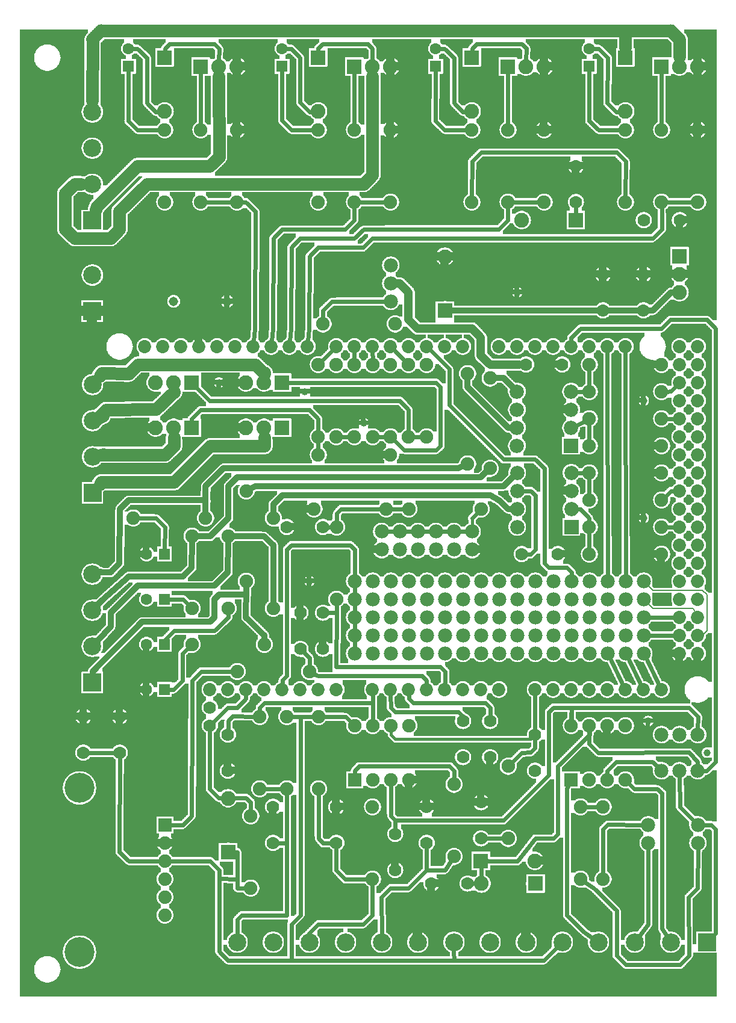
<source format=gtl>
G04 MADE WITH FRITZING*
G04 WWW.FRITZING.ORG*
G04 DOUBLE SIDED*
G04 HOLES PLATED*
G04 CONTOUR ON CENTER OF CONTOUR VECTOR*
%ASAXBY*%
%FSLAX23Y23*%
%MOIN*%
%OFA0B0*%
%SFA1.0B1.0*%
%ADD10C,0.075000*%
%ADD11C,0.074000*%
%ADD12C,0.165354*%
%ADD13C,0.070000*%
%ADD14C,0.039370*%
%ADD15C,0.082000*%
%ADD16C,0.078000*%
%ADD17C,0.072917*%
%ADD18C,0.051496*%
%ADD19C,0.079370*%
%ADD20C,0.062992*%
%ADD21C,0.099055*%
%ADD22R,0.074000X0.074000*%
%ADD23R,0.082000X0.082000*%
%ADD24R,0.075000X0.075000*%
%ADD25R,0.079370X0.079370*%
%ADD26R,0.062992X0.062992*%
%ADD27R,0.099055X0.099055*%
%ADD28C,0.032000*%
%ADD29C,0.024000*%
%ADD30C,0.016000*%
%ADD31C,0.048000*%
%ADD32C,0.008000*%
%ADD33R,0.001000X0.001000*%
%LNCOPPER1*%
G90*
G70*
G54D10*
X287Y5329D03*
X1295Y5276D03*
X1405Y4447D03*
X3484Y2832D03*
X1832Y3767D03*
X2699Y3351D03*
X3799Y5328D03*
X2238Y3350D03*
X979Y3328D03*
X2036Y3257D03*
X1792Y3043D03*
X2447Y3178D03*
X1274Y2725D03*
X1080Y2493D03*
X622Y2129D03*
X1613Y2453D03*
X1893Y1742D03*
X2715Y1630D03*
X3158Y1344D03*
X3671Y996D03*
X3779Y1171D03*
X3378Y1132D03*
X3357Y893D03*
X3820Y569D03*
X1285Y2488D03*
G54D11*
X843Y991D03*
X843Y891D03*
X843Y791D03*
X843Y691D03*
X843Y591D03*
X843Y491D03*
G54D12*
X371Y1196D03*
X371Y287D03*
G54D13*
X2118Y941D03*
X2118Y741D03*
X2518Y666D03*
X2318Y666D03*
G54D10*
X1718Y3766D03*
X2118Y3766D03*
G54D14*
X1943Y3216D03*
X1143Y3441D03*
X1618Y3391D03*
X1643Y2341D03*
G54D15*
X2893Y666D03*
X2595Y666D03*
X2593Y791D03*
X2891Y791D03*
G54D10*
X1893Y1241D03*
X1893Y1541D03*
X1993Y1241D03*
X1993Y1541D03*
X2093Y1241D03*
X2093Y1541D03*
X2193Y1241D03*
X2193Y1541D03*
G54D16*
X2693Y2341D03*
X3093Y2341D03*
X2193Y2341D03*
X3393Y2341D03*
X2793Y2341D03*
X3193Y2341D03*
X2993Y2341D03*
X2493Y2341D03*
X1993Y2341D03*
X2293Y2341D03*
X3493Y2341D03*
X2593Y2341D03*
X3293Y2341D03*
X2393Y2341D03*
X2893Y2341D03*
X2093Y2341D03*
X2693Y2241D03*
X3093Y2241D03*
X2193Y2241D03*
X3393Y2241D03*
X2793Y2241D03*
X3193Y2241D03*
X2993Y2241D03*
X2493Y2241D03*
X1993Y2241D03*
X2293Y2241D03*
X3493Y2241D03*
X2593Y2241D03*
X3293Y2241D03*
X2393Y2241D03*
X2893Y2241D03*
X2093Y2241D03*
X2693Y2141D03*
X3093Y2141D03*
X2193Y2141D03*
X3393Y2141D03*
X2793Y2141D03*
X3193Y2141D03*
X2993Y2141D03*
X2493Y2141D03*
X1993Y2141D03*
X2293Y2141D03*
X3493Y2141D03*
X2593Y2141D03*
X3293Y2141D03*
X2393Y2141D03*
X2893Y2141D03*
X2093Y2141D03*
X1993Y2041D03*
X3193Y2041D03*
X2493Y2041D03*
X2793Y2041D03*
X3393Y2041D03*
X3293Y2041D03*
X2393Y2041D03*
X2193Y2041D03*
X2993Y2041D03*
X2693Y2041D03*
X2293Y2041D03*
X2093Y2041D03*
X3093Y2041D03*
X2893Y2041D03*
X2593Y2041D03*
X3493Y2041D03*
X1993Y1941D03*
X2093Y1941D03*
X2193Y1941D03*
X2293Y1941D03*
X2393Y1941D03*
X2493Y1941D03*
X2593Y1941D03*
X2693Y1941D03*
X2793Y1941D03*
X2893Y1941D03*
X2993Y1941D03*
X3093Y1941D03*
X3193Y1941D03*
X3293Y1941D03*
X3393Y1941D03*
X3493Y1941D03*
X1893Y1941D03*
X1893Y2041D03*
X1893Y2141D03*
X1893Y2241D03*
X1893Y2341D03*
X2543Y2616D03*
X2443Y2616D03*
X2343Y2616D03*
X2243Y2616D03*
X2143Y2616D03*
X2043Y2616D03*
X2543Y2616D03*
X2443Y2616D03*
X2343Y2616D03*
X2243Y2616D03*
X2143Y2616D03*
X2043Y2616D03*
X2043Y2516D03*
X2143Y2516D03*
X2243Y2516D03*
X2343Y2516D03*
X2443Y2516D03*
X2543Y2516D03*
G54D14*
X3493Y3341D03*
X3843Y1391D03*
X3518Y1566D03*
X3493Y2691D03*
X2793Y3941D03*
G54D15*
X992Y3441D03*
X892Y3441D03*
X792Y3441D03*
X1492Y3441D03*
X1392Y3441D03*
X1292Y3441D03*
X1492Y3191D03*
X1392Y3191D03*
X1292Y3191D03*
X992Y3191D03*
X892Y3191D03*
X792Y3191D03*
G54D13*
X1092Y1641D03*
X1092Y1541D03*
G54D10*
X1318Y641D03*
X1318Y1041D03*
G54D17*
X2992Y1741D03*
X1392Y1741D03*
X3092Y1741D03*
X3192Y1741D03*
X3292Y1741D03*
X3392Y1741D03*
X3692Y3141D03*
X3492Y1741D03*
X3592Y1741D03*
X1432Y3641D03*
X1992Y1741D03*
X2092Y1741D03*
X2192Y1741D03*
X2292Y1741D03*
X3692Y2341D03*
X2392Y1741D03*
X2492Y1741D03*
X2592Y1741D03*
X2692Y1741D03*
X2192Y3641D03*
X3692Y3541D03*
X3692Y2741D03*
X3692Y1941D03*
X1032Y3641D03*
X1792Y1741D03*
X1792Y3641D03*
X3692Y3341D03*
X3692Y2941D03*
X3692Y2541D03*
X3392Y3641D03*
X3692Y2141D03*
X3292Y3641D03*
X3192Y3641D03*
X3092Y3641D03*
X2992Y3641D03*
X2892Y3641D03*
X2792Y3641D03*
X2692Y3641D03*
X832Y3641D03*
X1232Y3641D03*
X1632Y3641D03*
X1192Y1741D03*
X1592Y1741D03*
X2392Y3641D03*
X1992Y3641D03*
X3692Y3641D03*
X3692Y3441D03*
X3692Y3241D03*
X3692Y3041D03*
X3692Y2841D03*
X3692Y2641D03*
X3692Y2441D03*
X3692Y2241D03*
X3692Y2041D03*
X732Y3641D03*
X932Y3641D03*
X1132Y3641D03*
X1332Y3641D03*
X1532Y3641D03*
X1092Y1741D03*
X1292Y1741D03*
X1492Y1741D03*
X1692Y1741D03*
X2492Y3641D03*
X2292Y3641D03*
X2092Y3641D03*
X1892Y3641D03*
X3792Y3641D03*
X3792Y3541D03*
X3792Y3441D03*
X3792Y3341D03*
X3792Y3241D03*
X3792Y3141D03*
X3792Y3041D03*
X3792Y2941D03*
X3792Y2841D03*
X3792Y2741D03*
X3792Y2641D03*
X3792Y2541D03*
X3792Y2441D03*
X3792Y2341D03*
X3792Y2241D03*
X3792Y2141D03*
X3792Y2041D03*
X3792Y1941D03*
X2892Y1741D03*
G54D15*
X2393Y3841D03*
X2393Y4139D03*
G54D10*
X1243Y1841D03*
X1643Y1841D03*
X3092Y1241D03*
X3092Y1541D03*
X3192Y1241D03*
X3192Y1541D03*
X3292Y1241D03*
X3292Y1541D03*
X3392Y1241D03*
X3392Y1541D03*
G54D16*
X3592Y1291D03*
X3692Y1291D03*
X3792Y1291D03*
X3792Y1491D03*
X3692Y1491D03*
X3592Y1491D03*
X2093Y3891D03*
X2093Y3991D03*
X2093Y4091D03*
G54D10*
X3143Y1091D03*
X3143Y691D03*
X3268Y1091D03*
X3268Y691D03*
G54D16*
X3518Y991D03*
X3518Y891D03*
X3793Y991D03*
X3793Y891D03*
G54D10*
X3592Y2491D03*
X3192Y2491D03*
X2292Y3541D03*
X2292Y3141D03*
X1792Y3541D03*
X1792Y3141D03*
X3592Y3091D03*
X3192Y3091D03*
X3592Y2941D03*
X3192Y2941D03*
X2092Y3541D03*
X2092Y3141D03*
X2092Y3041D03*
X1692Y3041D03*
X3592Y3541D03*
X3192Y3541D03*
G54D15*
X3692Y4141D03*
X3692Y4041D03*
X3692Y3941D03*
G54D13*
X3693Y4341D03*
X3493Y4341D03*
X3492Y4041D03*
X3492Y3841D03*
X3118Y4641D03*
X3118Y4441D03*
X3268Y4041D03*
X3268Y3841D03*
G54D15*
X3116Y4341D03*
X2818Y4341D03*
G54D18*
X892Y3891D03*
X1187Y3891D03*
X892Y3891D03*
X1187Y3891D03*
G54D19*
X3093Y2641D03*
X2793Y2641D03*
X3093Y2741D03*
X2793Y2741D03*
X3093Y2841D03*
X2793Y2841D03*
X3093Y2941D03*
X2793Y2941D03*
X3092Y3091D03*
X2792Y3091D03*
X3092Y3191D03*
X2792Y3191D03*
X3092Y3291D03*
X2792Y3291D03*
X3092Y3391D03*
X2792Y3391D03*
G54D10*
X3592Y2641D03*
X3192Y2641D03*
X2192Y3541D03*
X2192Y3141D03*
X1892Y3541D03*
X1892Y3141D03*
X3592Y3241D03*
X3192Y3241D03*
X3592Y2791D03*
X3192Y2791D03*
X1993Y3541D03*
X1993Y3141D03*
X1692Y3541D03*
X1692Y3141D03*
X3592Y3391D03*
X3192Y3391D03*
G54D13*
X3018Y2491D03*
X2818Y2491D03*
X3042Y3541D03*
X2842Y3541D03*
G54D10*
X1443Y2191D03*
X1443Y2691D03*
X2518Y2991D03*
X2518Y3491D03*
X1293Y2841D03*
X1293Y2341D03*
X2643Y3466D03*
X2643Y2966D03*
X1193Y2191D03*
X1193Y2591D03*
X668Y2691D03*
X1068Y2691D03*
X993Y1991D03*
X1393Y1991D03*
X993Y2191D03*
X993Y2591D03*
G54D20*
X841Y1991D03*
X742Y1991D03*
X841Y2491D03*
X742Y2491D03*
X841Y1741D03*
X742Y1741D03*
X841Y2241D03*
X742Y2241D03*
G54D10*
X2068Y2741D03*
X1668Y2741D03*
X1693Y1591D03*
X1693Y1191D03*
X1518Y1591D03*
X1518Y1191D03*
G54D13*
X2493Y1366D03*
X2493Y1566D03*
X1792Y1091D03*
X1792Y891D03*
X1192Y1291D03*
X1192Y1491D03*
X1442Y1091D03*
X1442Y891D03*
G54D10*
X1992Y691D03*
X1992Y1091D03*
X1368Y1191D03*
X1368Y1591D03*
G54D15*
X1193Y841D03*
X1193Y1139D03*
G54D21*
X443Y2830D03*
X443Y3030D03*
X443Y3230D03*
X443Y3430D03*
X3843Y341D03*
X3643Y341D03*
X3443Y341D03*
X3243Y341D03*
X3043Y341D03*
X2843Y341D03*
X2643Y341D03*
X2443Y341D03*
X2243Y341D03*
X2043Y341D03*
X1843Y341D03*
X1643Y341D03*
X1443Y341D03*
X1243Y341D03*
G54D13*
X2892Y1291D03*
X2892Y1491D03*
X1593Y1966D03*
X1593Y2166D03*
X2643Y1366D03*
X2643Y1566D03*
X392Y1591D03*
X392Y1391D03*
X593Y1591D03*
X593Y1391D03*
X2593Y1116D03*
X2593Y916D03*
X2292Y1091D03*
X2292Y891D03*
G54D10*
X2743Y916D03*
X2743Y1316D03*
X2443Y816D03*
X2443Y1216D03*
X2593Y2741D03*
X2193Y2741D03*
G54D13*
X1518Y2641D03*
X1718Y2641D03*
X1718Y1966D03*
X1718Y2166D03*
G54D10*
X1793Y2641D03*
X1793Y2241D03*
X842Y4441D03*
X842Y4841D03*
X2542Y4441D03*
X2542Y4841D03*
X1692Y4441D03*
X1692Y4841D03*
X3392Y4441D03*
X3392Y4841D03*
G54D20*
X642Y5193D03*
X642Y5291D03*
X2342Y5193D03*
X2342Y5291D03*
X1492Y5193D03*
X1492Y5291D03*
X3192Y5193D03*
X3192Y5291D03*
G54D15*
X842Y5241D03*
X842Y4943D03*
X2542Y5241D03*
X2542Y4943D03*
X1692Y5241D03*
X1692Y4943D03*
X3392Y5241D03*
X3392Y4943D03*
X1042Y5191D03*
X1142Y5191D03*
X1242Y5191D03*
X2742Y5191D03*
X2842Y5191D03*
X2942Y5191D03*
X1892Y5191D03*
X1992Y5191D03*
X2092Y5191D03*
X3592Y5191D03*
X3692Y5191D03*
X3792Y5191D03*
G54D10*
X1042Y4441D03*
X1042Y4841D03*
X2742Y4441D03*
X2742Y4841D03*
X1892Y4441D03*
X1892Y4841D03*
X3592Y4441D03*
X3592Y4841D03*
X1242Y4441D03*
X1242Y4841D03*
X2942Y4441D03*
X2942Y4841D03*
X2092Y4441D03*
X2092Y4841D03*
X3792Y4441D03*
X3792Y4841D03*
G54D21*
X442Y3837D03*
X442Y4037D03*
X442Y1780D03*
X442Y1980D03*
X442Y2180D03*
X442Y2380D03*
X442Y4340D03*
X442Y4540D03*
X442Y4740D03*
X442Y4940D03*
G54D22*
X843Y991D03*
G54D23*
X2894Y666D03*
X2592Y791D03*
G54D24*
X1893Y1241D03*
G54D23*
X992Y3441D03*
X1492Y3441D03*
X1492Y3191D03*
X992Y3191D03*
X2393Y3840D03*
G54D24*
X3092Y1241D03*
G54D23*
X3692Y4141D03*
X3117Y4341D03*
G54D25*
X3093Y2641D03*
X3092Y3091D03*
G54D26*
X841Y1991D03*
X841Y2491D03*
X841Y1741D03*
X841Y2241D03*
G54D23*
X1193Y840D03*
G54D27*
X443Y2830D03*
X3843Y341D03*
G54D26*
X642Y5193D03*
X2342Y5193D03*
X1492Y5193D03*
X3192Y5193D03*
G54D23*
X842Y5242D03*
X2542Y5242D03*
X1692Y5242D03*
X3392Y5242D03*
X1042Y5191D03*
X2742Y5191D03*
X1892Y5191D03*
X3592Y5191D03*
G54D27*
X442Y3837D03*
X442Y1780D03*
X442Y4340D03*
G54D28*
X3544Y3841D02*
X3524Y3841D01*
D02*
X3644Y3941D02*
X3544Y3841D01*
D02*
X3460Y3841D02*
X3300Y3841D01*
D02*
X3654Y3941D02*
X3644Y3941D01*
G54D29*
D02*
X3468Y374D02*
X3519Y441D01*
D02*
X3519Y441D02*
X3518Y861D01*
D02*
X3694Y1090D02*
X3692Y1261D01*
D02*
X3772Y1013D02*
X3694Y1090D01*
D02*
X2544Y666D02*
X2563Y666D01*
D02*
X3695Y216D02*
X3743Y267D01*
D02*
X3395Y216D02*
X3695Y216D01*
D02*
X3343Y267D02*
X3395Y216D01*
D02*
X3743Y267D02*
X3742Y591D01*
D02*
X3792Y641D02*
X3793Y861D01*
D02*
X3343Y516D02*
X3343Y267D01*
D02*
X3217Y641D02*
X3343Y516D01*
D02*
X3167Y675D02*
X3217Y641D01*
D02*
X3742Y591D02*
X3792Y641D01*
D02*
X2619Y916D02*
X2669Y916D01*
D02*
X2669Y916D02*
X2715Y916D01*
D02*
X2095Y1041D02*
X2093Y1213D01*
D02*
X2117Y1016D02*
X2118Y968D01*
G54D28*
D02*
X2643Y2816D02*
X1495Y2816D01*
D02*
X1495Y2816D02*
X1443Y2767D01*
D02*
X1443Y2767D02*
X1443Y2726D01*
D02*
X2691Y2790D02*
X2643Y2816D01*
D02*
X2743Y2741D02*
X2691Y2790D01*
D02*
X1195Y2690D02*
X1195Y2867D01*
D02*
X2757Y2741D02*
X2743Y2741D01*
D02*
X2767Y3417D02*
X2717Y3467D01*
D02*
X2717Y3467D02*
X2677Y3467D01*
D02*
X2591Y2916D02*
X2619Y2943D01*
G54D29*
D02*
X1795Y2716D02*
X1817Y2741D01*
D02*
X1817Y2741D02*
X2040Y2741D01*
G54D28*
D02*
X1095Y2590D02*
X1195Y2690D01*
D02*
X1195Y2867D02*
X1243Y2916D01*
G54D29*
D02*
X1794Y2670D02*
X1795Y2716D01*
G54D28*
D02*
X1243Y2916D02*
X2591Y2916D01*
D02*
X1027Y2591D02*
X1095Y2590D01*
G54D29*
D02*
X1769Y3890D02*
X2063Y3891D01*
D02*
X1717Y3841D02*
X1769Y3890D01*
D02*
X1718Y3795D02*
X1717Y3841D01*
D02*
X2165Y2741D02*
X2097Y2741D01*
D02*
X1744Y2641D02*
X1765Y2641D01*
D02*
X843Y2641D02*
X795Y2690D01*
D02*
X795Y2690D02*
X697Y2691D01*
G54D28*
D02*
X1391Y2590D02*
X1443Y2541D01*
D02*
X1443Y2541D02*
X1443Y2226D01*
G54D29*
D02*
X2221Y3141D02*
X2264Y3141D01*
G54D28*
D02*
X1227Y2591D02*
X1391Y2590D01*
G54D29*
D02*
X841Y2518D02*
X843Y2641D01*
D02*
X3543Y4241D02*
X3594Y4290D01*
D02*
X1644Y4141D02*
X1692Y4190D01*
D02*
X1642Y3741D02*
X1644Y4141D01*
D02*
X1692Y4190D02*
X1940Y4190D01*
D02*
X1940Y4190D02*
X1992Y4241D01*
D02*
X1992Y4241D02*
X3543Y4241D01*
D02*
X1592Y4241D02*
X1892Y4241D01*
D02*
X1892Y4241D02*
X1944Y4290D01*
D02*
X1635Y3672D02*
X1642Y3741D01*
D02*
X3594Y4290D02*
X3593Y4413D01*
D02*
X1444Y4241D02*
X1492Y4290D01*
D02*
X1544Y4190D02*
X1592Y4241D01*
D02*
X2692Y4290D02*
X2741Y4341D01*
D02*
X1542Y3741D02*
X1544Y4190D01*
D02*
X1442Y3741D02*
X1444Y4241D01*
D02*
X1944Y4290D02*
X2692Y4290D01*
D02*
X1435Y3672D02*
X1442Y3741D01*
D02*
X1492Y4290D02*
X1840Y4290D01*
D02*
X1535Y3672D02*
X1542Y3741D01*
D02*
X2741Y4341D02*
X2742Y4413D01*
G54D28*
D02*
X1394Y2041D02*
X1291Y2141D01*
G54D29*
D02*
X1344Y4390D02*
X1292Y4441D01*
D02*
X1892Y4341D02*
X1892Y4413D01*
G54D28*
D02*
X1291Y2141D02*
X1293Y2307D01*
D02*
X1394Y2026D02*
X1394Y2041D01*
G54D29*
D02*
X1342Y3741D02*
X1344Y4390D01*
D02*
X1335Y3672D02*
X1342Y3741D01*
D02*
X1292Y4441D02*
X1271Y4441D01*
D02*
X1840Y4290D02*
X1892Y4341D01*
D02*
X843Y2016D02*
X895Y2067D01*
D02*
X1117Y2067D02*
X1195Y2141D01*
D02*
X1195Y2141D02*
X1194Y2163D01*
D02*
X892Y1741D02*
X940Y1790D01*
D02*
X940Y1790D02*
X940Y1941D01*
D02*
X940Y1941D02*
X992Y1990D01*
D02*
X992Y1990D02*
X978Y1967D01*
D02*
X867Y1741D02*
X892Y1741D01*
D02*
X895Y2067D02*
X1117Y2067D01*
D02*
X844Y2018D02*
X843Y2016D01*
G54D30*
D02*
X2543Y2690D02*
X2543Y2641D01*
G54D29*
D02*
X2573Y2721D02*
X2543Y2690D01*
D02*
X1864Y3141D02*
X1821Y3141D01*
D02*
X2022Y3141D02*
X2064Y3141D01*
D02*
X1692Y3070D02*
X1692Y3113D01*
D02*
X3069Y2416D02*
X3095Y2390D01*
D02*
X2969Y2416D02*
X3069Y2416D01*
D02*
X2943Y2967D02*
X2943Y2441D01*
D02*
X2943Y2441D02*
X2969Y2416D01*
D02*
X2891Y3016D02*
X2943Y2967D01*
D02*
X2717Y3016D02*
X2891Y3016D01*
D02*
X2417Y3316D02*
X2717Y3016D01*
D02*
X2417Y3516D02*
X2417Y3316D01*
D02*
X2313Y3620D02*
X2417Y3516D01*
D02*
X1243Y841D02*
X1225Y841D01*
D02*
X1144Y693D02*
X1144Y741D01*
D02*
X1244Y690D02*
X1144Y693D01*
D02*
X1244Y690D02*
X1243Y841D01*
D02*
X1192Y241D02*
X1143Y290D01*
D02*
X1093Y791D02*
X874Y791D01*
D02*
X1144Y741D02*
X1093Y791D01*
D02*
X1244Y641D02*
X1244Y690D01*
D02*
X1143Y290D02*
X1144Y693D01*
D02*
X1543Y241D02*
X1192Y241D01*
D02*
X2444Y241D02*
X2442Y291D01*
D02*
X2992Y290D02*
X2940Y241D01*
D02*
X2444Y241D02*
X1543Y241D01*
D02*
X2940Y241D02*
X2444Y241D01*
D02*
X2442Y291D02*
X2442Y301D01*
D02*
X1543Y441D02*
X1543Y241D01*
D02*
X1593Y491D02*
X1543Y441D01*
D02*
X1290Y641D02*
X1244Y641D01*
D02*
X1593Y1591D02*
X1593Y491D01*
D02*
X1043Y1841D02*
X1215Y1841D01*
D02*
X995Y1590D02*
X995Y1790D01*
D02*
X995Y1790D02*
X1043Y1841D01*
D02*
X3015Y313D02*
X2992Y290D01*
D02*
X1593Y1591D02*
X1547Y1591D01*
D02*
X1695Y916D02*
X1717Y890D01*
D02*
X1693Y1163D02*
X1695Y916D01*
D02*
X1717Y890D02*
X1766Y891D01*
D02*
X1665Y1591D02*
X1593Y1591D01*
D02*
X943Y991D02*
X992Y1041D01*
D02*
X874Y991D02*
X943Y991D01*
D02*
X567Y1391D02*
X592Y1391D01*
D02*
X992Y1041D02*
X995Y1590D01*
D02*
X3892Y966D02*
X3892Y391D01*
D02*
X3868Y990D02*
X3892Y966D01*
D02*
X3892Y391D02*
X3872Y371D01*
D02*
X1843Y1590D02*
X1722Y1591D01*
D02*
X1873Y1561D02*
X1843Y1590D01*
D02*
X2269Y1816D02*
X1691Y1816D01*
D02*
X592Y1391D02*
X418Y1391D01*
D02*
X2292Y1791D02*
X2269Y1816D01*
D02*
X2292Y1772D02*
X2292Y1791D01*
D02*
X1691Y1816D02*
X1668Y1828D01*
D02*
X2869Y1393D02*
X2891Y1416D01*
G54D31*
D02*
X1249Y3441D02*
X1173Y3441D01*
G54D29*
D02*
X3823Y991D02*
X3868Y990D01*
D02*
X2818Y1391D02*
X2869Y1393D01*
D02*
X2794Y1367D02*
X2818Y1391D01*
D02*
X3172Y1091D02*
X3240Y1091D01*
D02*
X2891Y1416D02*
X2892Y1465D01*
D02*
X2764Y1337D02*
X2794Y1367D01*
D02*
X3095Y2390D02*
X3094Y2372D01*
D02*
X3640Y3790D02*
X3592Y3741D01*
D02*
X1092Y3341D02*
X2144Y3341D01*
D02*
X2144Y3341D02*
X2192Y3290D01*
D02*
X1015Y3419D02*
X1092Y3341D01*
D02*
X2192Y3290D02*
X2192Y3170D01*
D02*
X2172Y3562D02*
X2113Y3620D01*
D02*
X1993Y3570D02*
X1992Y3611D01*
D02*
X1892Y3570D02*
X1892Y3611D01*
D02*
X1712Y3562D02*
X1771Y3620D01*
D02*
X3144Y3741D02*
X3092Y3690D01*
D02*
X3092Y3690D02*
X3092Y3672D01*
D02*
X3592Y3741D02*
X3144Y3741D01*
D02*
X3844Y3790D02*
X3640Y3790D01*
D02*
X3892Y1341D02*
X3892Y3741D01*
D02*
X3892Y3741D02*
X3844Y3790D01*
D02*
X3842Y1291D02*
X3892Y1341D01*
D02*
X3822Y1291D02*
X3842Y1291D01*
D02*
X3243Y5290D02*
X3219Y5291D01*
D02*
X3592Y5159D02*
X3592Y4870D01*
D02*
X3294Y5241D02*
X3243Y5290D01*
D02*
X2819Y5317D02*
X2843Y5293D01*
D02*
X2568Y5317D02*
X2819Y5317D01*
D02*
X3192Y4890D02*
X3192Y5166D01*
D02*
X3292Y4990D02*
X3294Y5241D01*
D02*
X2543Y5290D02*
X2568Y5317D01*
D02*
X2543Y5274D02*
X2543Y5290D01*
D02*
X3364Y4841D02*
X3244Y4841D01*
D02*
X3244Y4841D02*
X3192Y4890D01*
D02*
X3340Y4941D02*
X3292Y4990D01*
D02*
X3360Y4942D02*
X3340Y4941D01*
D02*
X868Y5317D02*
X843Y5290D01*
D02*
X1119Y5317D02*
X868Y5317D01*
D02*
X1992Y5290D02*
X1968Y5317D01*
D02*
X1719Y5317D02*
X1692Y5293D01*
D02*
X1142Y5224D02*
X1143Y5290D01*
D02*
X1143Y5290D02*
X1119Y5317D01*
D02*
X1692Y5293D02*
X1692Y5274D01*
D02*
X1992Y5224D02*
X1992Y5290D01*
D02*
X1968Y5317D02*
X1719Y5317D01*
D02*
X2843Y5293D02*
X2842Y5224D01*
D02*
X2868Y2841D02*
X2894Y2817D01*
D02*
X2894Y2817D02*
X2894Y2517D01*
D02*
X2894Y2517D02*
X2868Y2490D01*
D02*
X1643Y1917D02*
X1612Y1948D01*
D02*
X1643Y1870D02*
X1643Y1917D01*
D02*
X2868Y2490D02*
X2844Y2491D01*
D02*
X3169Y393D02*
X3210Y365D01*
D02*
X3069Y490D02*
X3169Y393D01*
D02*
X3069Y1193D02*
X3069Y1141D01*
D02*
X3069Y1141D02*
X3069Y490D01*
D02*
X3080Y1216D02*
X3069Y1193D01*
D02*
X3018Y1316D02*
X3193Y1491D01*
D02*
X2824Y2841D02*
X2868Y2841D01*
D02*
X843Y5290D02*
X843Y5274D01*
D02*
X2994Y917D02*
X3019Y941D01*
D02*
X2894Y917D02*
X2994Y917D01*
D02*
X3019Y941D02*
X3018Y1316D01*
D02*
X2095Y1041D02*
X2117Y1016D01*
D02*
X2968Y1616D02*
X2993Y1641D01*
D02*
X2117Y1016D02*
X2717Y1016D01*
D02*
X2717Y1016D02*
X2969Y1267D01*
D02*
X2969Y1267D02*
X2968Y1616D01*
D02*
X3193Y1491D02*
X3193Y1513D01*
D02*
X2795Y790D02*
X2894Y917D01*
D02*
X2625Y791D02*
X2795Y790D01*
D02*
X3743Y1641D02*
X3093Y1641D01*
D02*
X3093Y1591D02*
X3093Y1570D01*
D02*
X3093Y1641D02*
X3093Y1591D01*
D02*
X3792Y1522D02*
X3793Y1591D01*
D02*
X3793Y1591D02*
X3743Y1641D01*
D02*
X2993Y1641D02*
X3093Y1641D01*
D02*
X2594Y759D02*
X2595Y699D01*
D02*
X3093Y1641D02*
X3092Y1591D01*
D02*
X3092Y1591D02*
X3092Y1570D01*
D02*
X3117Y4374D02*
X3118Y4415D01*
D02*
X1893Y2111D02*
X1893Y2072D01*
D02*
X1893Y2211D02*
X1893Y2172D01*
D02*
X1893Y2311D02*
X1893Y2272D01*
D02*
X1894Y2517D02*
X1893Y2372D01*
D02*
X3393Y2372D02*
X3392Y3611D01*
D02*
X3293Y2372D02*
X3292Y3611D01*
D02*
X3523Y2141D02*
X3662Y2141D01*
D02*
X3523Y2041D02*
X3662Y2041D01*
D02*
X1893Y2011D02*
X1893Y1972D01*
D02*
X1795Y2167D02*
X1794Y2213D01*
D02*
X1993Y1667D02*
X1993Y1570D01*
D02*
X1393Y1666D02*
X1368Y1641D01*
D02*
X1368Y1641D02*
X1368Y1620D01*
D02*
X1993Y1667D02*
X1393Y1666D01*
D02*
X1993Y1711D02*
X1993Y1667D01*
D02*
X1217Y1593D02*
X1195Y1567D01*
D02*
X1195Y1567D02*
X1193Y1518D01*
D02*
X1340Y1592D02*
X1217Y1593D01*
D02*
X1919Y1317D02*
X2419Y1317D01*
D02*
X1894Y1290D02*
X1919Y1317D01*
D02*
X2419Y1317D02*
X2443Y1290D01*
D02*
X2443Y1290D02*
X2443Y1245D01*
D02*
X1894Y1270D02*
X1894Y1290D01*
D02*
X3343Y4716D02*
X3393Y4666D01*
D02*
X2593Y4716D02*
X3343Y4716D01*
D02*
X2543Y4666D02*
X2593Y4716D01*
D02*
X3393Y4666D02*
X3392Y4470D01*
D02*
X2542Y4470D02*
X2543Y4666D01*
D02*
X1518Y891D02*
X1468Y891D01*
D02*
X1518Y891D02*
X1518Y491D01*
D02*
X1268Y491D02*
X1243Y466D01*
D02*
X1243Y366D02*
X1243Y382D01*
D02*
X1243Y466D02*
X1243Y366D01*
D02*
X1518Y491D02*
X1268Y491D01*
D02*
X1518Y1163D02*
X1518Y891D01*
G54D30*
D02*
X2118Y1467D02*
X2869Y1467D01*
D02*
X2869Y1467D02*
X2878Y1477D01*
D02*
X2094Y1518D02*
X2094Y1491D01*
D02*
X2094Y1491D02*
X2118Y1467D01*
G54D29*
D02*
X1795Y2167D02*
X1791Y1867D01*
D02*
X1817Y1867D02*
X2369Y1867D01*
D02*
X1791Y1867D02*
X1817Y1867D01*
D02*
X2369Y1867D02*
X2395Y1841D01*
D02*
X2395Y1841D02*
X2393Y1772D01*
D02*
X1744Y2167D02*
X1795Y2167D01*
D02*
X2118Y1616D02*
X2093Y1641D01*
D02*
X2468Y1616D02*
X2118Y1616D01*
D02*
X2493Y1591D02*
X2468Y1616D01*
D02*
X2493Y1593D02*
X2493Y1591D01*
D02*
X2093Y1641D02*
X2092Y1711D01*
D02*
X2892Y1518D02*
X2892Y1711D01*
G54D28*
D02*
X595Y2741D02*
X643Y2790D01*
D02*
X543Y2390D02*
X592Y2441D01*
D02*
X592Y2441D02*
X595Y2741D01*
D02*
X643Y2790D02*
X869Y2790D01*
D02*
X869Y2790D02*
X1069Y2790D01*
D02*
X1069Y2790D02*
X1069Y2726D01*
D02*
X469Y2390D02*
X543Y2390D01*
D02*
X486Y2395D02*
X469Y2390D01*
G54D29*
D02*
X3164Y2941D02*
X3124Y2941D01*
D02*
X2313Y2616D02*
X2273Y2616D01*
D02*
X2413Y2616D02*
X2373Y2616D01*
D02*
X2513Y2616D02*
X2473Y2616D01*
D02*
X2343Y3067D02*
X2169Y3067D01*
D02*
X2169Y3067D02*
X2113Y3122D01*
D02*
X2369Y3090D02*
X2343Y3067D01*
D02*
X2369Y3416D02*
X2369Y3090D01*
D02*
X2343Y3441D02*
X2369Y3416D01*
D02*
X1524Y3441D02*
X2343Y3441D01*
D02*
X3307Y1914D02*
X3379Y1769D01*
D02*
X3407Y1914D02*
X3479Y1769D01*
D02*
X3507Y1914D02*
X3579Y1769D01*
D02*
X2113Y2616D02*
X2073Y2616D01*
D02*
X2213Y2616D02*
X2173Y2616D01*
G54D32*
D02*
X3543Y2290D02*
X3510Y2324D01*
D02*
X3818Y2291D02*
X3543Y2290D01*
D02*
X3843Y2266D02*
X3818Y2291D01*
D02*
X3843Y2066D02*
X3843Y2266D01*
D02*
X3819Y2041D02*
X3843Y2066D01*
D02*
X3817Y2041D02*
X3819Y2041D01*
D02*
X3768Y2191D02*
X3543Y2191D01*
D02*
X3543Y2191D02*
X3511Y2224D01*
D02*
X3781Y2164D02*
X3768Y2191D01*
G54D13*
D02*
X494Y3493D02*
X483Y3479D01*
D02*
X643Y3490D02*
X494Y3493D01*
D02*
X694Y3541D02*
X643Y3490D01*
D02*
X695Y3541D02*
X694Y3541D01*
D02*
X1343Y3541D02*
X695Y3541D01*
D02*
X1395Y3490D02*
X1343Y3541D01*
D02*
X1395Y3496D02*
X1395Y3490D01*
D02*
X517Y3290D02*
X468Y3241D01*
D02*
X468Y3241D02*
X501Y3256D01*
D02*
X794Y3293D02*
X517Y3290D01*
D02*
X895Y3390D02*
X794Y3293D01*
D02*
X895Y3387D02*
X895Y3390D01*
D02*
X491Y2890D02*
X483Y2879D01*
D02*
X895Y2890D02*
X491Y2890D01*
D02*
X1095Y3090D02*
X895Y2890D01*
D02*
X1395Y3090D02*
X1095Y3090D01*
D02*
X1394Y3137D02*
X1395Y3090D01*
D02*
X492Y3041D02*
X505Y3044D01*
D02*
X843Y3041D02*
X492Y3041D01*
D02*
X895Y3090D02*
X843Y3041D01*
D02*
X894Y3137D02*
X895Y3090D01*
G54D29*
D02*
X2443Y5241D02*
X2444Y4990D01*
D02*
X2340Y4890D02*
X2342Y5166D01*
D02*
X2444Y4990D02*
X2492Y4941D01*
D02*
X2514Y4841D02*
X2392Y4841D01*
D02*
X2392Y4841D02*
X2340Y4890D01*
G54D13*
D02*
X292Y4490D02*
X292Y4290D01*
D02*
X343Y4241D02*
X543Y4241D01*
D02*
X543Y4241D02*
X592Y4290D01*
D02*
X743Y4541D02*
X1943Y4541D01*
D02*
X592Y4390D02*
X743Y4541D01*
D02*
X592Y4290D02*
X592Y4390D01*
D02*
X292Y4290D02*
X343Y4241D01*
D02*
X343Y4541D02*
X292Y4490D01*
D02*
X1943Y4541D02*
X1992Y4590D01*
G54D29*
D02*
X1492Y4893D02*
X1492Y5166D01*
G54D13*
D02*
X379Y4541D02*
X343Y4541D01*
D02*
X1992Y4590D02*
X1992Y5137D01*
G54D29*
D02*
X1892Y4870D02*
X1892Y5159D01*
D02*
X1543Y4841D02*
X1492Y4893D01*
D02*
X2492Y4941D02*
X2510Y4942D01*
D02*
X2369Y5291D02*
X2392Y5290D01*
D02*
X2392Y5290D02*
X2443Y5241D01*
D02*
X1592Y5241D02*
X1592Y4993D01*
D02*
X1592Y4993D02*
X1643Y4941D01*
D02*
X1664Y4841D02*
X1543Y4841D01*
D02*
X1543Y5290D02*
X1592Y5241D01*
D02*
X1519Y5291D02*
X1543Y5290D01*
D02*
X1643Y4941D02*
X1660Y4942D01*
G54D13*
D02*
X1092Y4641D02*
X1143Y4690D01*
D02*
X792Y4641D02*
X1092Y4641D01*
D02*
X468Y4417D02*
X692Y4641D01*
D02*
X692Y4641D02*
X792Y4641D01*
D02*
X462Y4400D02*
X468Y4417D01*
G54D29*
D02*
X743Y5241D02*
X743Y4990D01*
D02*
X743Y4990D02*
X792Y4941D01*
D02*
X1042Y5159D02*
X1042Y4870D01*
G54D13*
D02*
X1143Y4690D02*
X1142Y5137D01*
G54D29*
D02*
X2742Y4870D02*
X2742Y5159D01*
D02*
X692Y5290D02*
X743Y5241D01*
D02*
X669Y5291D02*
X692Y5290D01*
D02*
X792Y4941D02*
X810Y4942D01*
D02*
X641Y4890D02*
X642Y5166D01*
D02*
X814Y4841D02*
X692Y4841D01*
D02*
X692Y4841D02*
X641Y4890D01*
D02*
X3192Y1441D02*
X3192Y1513D01*
D02*
X3242Y1391D02*
X3192Y1441D01*
D02*
X3792Y1341D02*
X3744Y1393D01*
D02*
X3744Y1393D02*
X3242Y1391D01*
D02*
X3792Y1322D02*
X3792Y1341D01*
D02*
X1644Y3290D02*
X1692Y3241D01*
D02*
X1040Y3290D02*
X1644Y3290D01*
D02*
X992Y3241D02*
X1040Y3290D01*
D02*
X1692Y3241D02*
X1692Y3170D01*
D02*
X992Y3224D02*
X992Y3241D01*
G54D28*
D02*
X2431Y3841D02*
X3237Y3841D01*
D02*
X543Y2090D02*
X543Y2167D01*
D02*
X543Y2167D02*
X695Y2316D01*
D02*
X474Y2014D02*
X543Y2090D01*
D02*
X1191Y2390D02*
X1193Y2557D01*
D02*
X1117Y2316D02*
X1191Y2390D01*
D02*
X695Y2316D02*
X1117Y2316D01*
G54D29*
D02*
X1092Y1190D02*
X1140Y1141D01*
D02*
X1092Y1515D02*
X1092Y1190D01*
D02*
X1140Y1141D02*
X1161Y1141D01*
D02*
X1319Y1117D02*
X1292Y1141D01*
D02*
X1318Y1070D02*
X1319Y1117D01*
D02*
X1292Y1141D02*
X1225Y1140D01*
D02*
X1244Y1641D02*
X1192Y1641D01*
D02*
X1192Y1641D02*
X1111Y1560D01*
D02*
X1292Y1711D02*
X1292Y1690D01*
D02*
X1292Y1690D02*
X1244Y1641D01*
G54D28*
D02*
X1343Y2867D02*
X1324Y2857D01*
D02*
X2717Y2867D02*
X1343Y2867D01*
D02*
X2767Y2916D02*
X2717Y2867D01*
D02*
X499Y2238D02*
X643Y2367D01*
D02*
X991Y2416D02*
X993Y2557D01*
D02*
X943Y2367D02*
X991Y2416D01*
D02*
X643Y2367D02*
X943Y2367D01*
D02*
X2517Y3416D02*
X2743Y3190D01*
D02*
X2743Y3190D02*
X2756Y3190D01*
D02*
X2518Y3457D02*
X2517Y3416D01*
D02*
X475Y2213D02*
X499Y2238D01*
G54D29*
D02*
X643Y791D02*
X592Y841D01*
D02*
X812Y791D02*
X643Y791D01*
D02*
X3542Y1341D02*
X3571Y1313D01*
D02*
X3342Y1341D02*
X3542Y1341D01*
D02*
X3292Y1291D02*
X3342Y1341D01*
D02*
X3292Y1270D02*
X3292Y1291D01*
D02*
X3492Y1191D02*
X3569Y1190D01*
D02*
X3595Y416D02*
X3621Y376D01*
D02*
X3442Y1191D02*
X3492Y1191D01*
D02*
X3412Y1221D02*
X3442Y1191D01*
D02*
X3569Y1190D02*
X3595Y1167D01*
D02*
X3595Y1167D02*
X3595Y416D01*
D02*
X3269Y967D02*
X3268Y720D01*
D02*
X3295Y993D02*
X3269Y967D01*
D02*
X3488Y992D02*
X3295Y993D01*
G54D31*
D02*
X2192Y3941D02*
X2144Y3990D01*
D02*
X2192Y3790D02*
X2192Y3941D01*
D02*
X2240Y3741D02*
X2192Y3790D01*
D02*
X2144Y3990D02*
X2134Y3990D01*
D02*
X2544Y3741D02*
X2240Y3741D01*
D02*
X2592Y3690D02*
X2544Y3741D01*
D02*
X2592Y3590D02*
X2592Y3690D01*
D02*
X2644Y3541D02*
X2592Y3590D01*
G54D29*
D02*
X1992Y490D02*
X1940Y441D01*
D02*
X1692Y441D02*
X1642Y391D01*
D02*
X1992Y663D02*
X1992Y490D01*
D02*
X2044Y390D02*
X2044Y382D01*
D02*
X2092Y641D02*
X2042Y591D01*
D02*
X3192Y2941D02*
X3192Y2820D01*
D02*
X3192Y3541D02*
X3192Y3420D01*
D02*
X3192Y2613D02*
X3192Y2520D01*
D02*
X3192Y3213D02*
X3192Y3120D01*
G54D28*
D02*
X443Y1841D02*
X443Y1827D01*
D02*
X1095Y2116D02*
X717Y2116D01*
D02*
X1117Y2141D02*
X1095Y2116D01*
D02*
X1117Y2241D02*
X1117Y2141D01*
D02*
X1143Y2267D02*
X1117Y2241D01*
D02*
X1295Y2267D02*
X1143Y2267D01*
D02*
X1294Y2307D02*
X1295Y2267D01*
D02*
X717Y2116D02*
X443Y1841D01*
D02*
X1393Y1991D02*
X1392Y1990D01*
G54D29*
D02*
X1894Y2517D02*
X1869Y2541D01*
D02*
X3643Y2841D02*
X3613Y2811D01*
D02*
X3662Y2841D02*
X3643Y2841D01*
D02*
X3662Y2641D02*
X3621Y2641D01*
D02*
X3191Y2690D02*
X3192Y2670D01*
D02*
X3143Y2741D02*
X3191Y2690D01*
D02*
X3124Y2741D02*
X3143Y2741D01*
D02*
X3120Y3205D02*
X3167Y3229D01*
D02*
X3621Y3241D02*
X3662Y3241D01*
D02*
X3123Y3391D02*
X3164Y3391D01*
D02*
X3643Y3393D02*
X3671Y3420D01*
D02*
X3621Y3392D02*
X3643Y3393D01*
G54D28*
D02*
X2469Y2967D02*
X2488Y2976D01*
D02*
X1169Y2967D02*
X2469Y2967D01*
D02*
X1069Y2867D02*
X1169Y2967D01*
D02*
X1068Y2726D02*
X1069Y2867D01*
G54D29*
D02*
X943Y2241D02*
X973Y2212D01*
D02*
X867Y2241D02*
X943Y2241D01*
G54D31*
D02*
X2644Y3541D02*
X2805Y3541D01*
G54D29*
D02*
X1214Y4441D02*
X1071Y4441D01*
D02*
X2064Y4441D02*
X1921Y4441D01*
D02*
X2914Y4441D02*
X2771Y4441D01*
G54D13*
D02*
X3392Y5390D02*
X3392Y5296D01*
D02*
X3392Y5390D02*
X3643Y5390D01*
D02*
X492Y5390D02*
X3392Y5390D01*
D02*
X3692Y5341D02*
X3692Y5246D01*
D02*
X442Y5003D02*
X443Y5341D01*
G54D29*
D02*
X3621Y4441D02*
X3764Y4441D01*
D02*
X1840Y690D02*
X1964Y691D01*
D02*
X1792Y741D02*
X1840Y690D01*
D02*
X1792Y841D02*
X1792Y741D01*
D02*
X1792Y865D02*
X1792Y841D01*
D02*
X2292Y741D02*
X2393Y741D01*
D02*
X2292Y865D02*
X2292Y741D01*
D02*
X2643Y1641D02*
X2643Y1593D01*
D02*
X2218Y1666D02*
X2618Y1666D01*
D02*
X2618Y1666D02*
X2643Y1641D01*
D02*
X2193Y1691D02*
X2218Y1666D01*
D02*
X2193Y1711D02*
X2193Y1691D01*
D02*
X1397Y1191D02*
X1490Y1191D01*
D02*
X1518Y2516D02*
X1543Y2541D01*
D02*
X1519Y2117D02*
X1518Y2516D01*
D02*
X1519Y1817D02*
X1519Y2117D01*
D02*
X1543Y2541D02*
X1869Y2541D01*
D02*
X1495Y1793D02*
X1519Y1817D01*
D02*
X1494Y1772D02*
X1495Y1793D01*
D02*
X2192Y641D02*
X2092Y641D01*
D02*
X2292Y741D02*
X2192Y641D01*
D02*
X592Y841D02*
X593Y1365D01*
D02*
X1642Y391D02*
X1642Y382D01*
D02*
X1940Y441D02*
X1692Y441D01*
D02*
X2042Y591D02*
X2044Y390D01*
D02*
X2393Y741D02*
X2427Y793D01*
G36*
X40Y5399D02*
X40Y5315D01*
X202Y5315D01*
X202Y5313D01*
X212Y5313D01*
X212Y5311D01*
X218Y5311D01*
X218Y5309D01*
X222Y5309D01*
X222Y5307D01*
X226Y5307D01*
X226Y5305D01*
X230Y5305D01*
X230Y5303D01*
X234Y5303D01*
X234Y5301D01*
X236Y5301D01*
X236Y5299D01*
X238Y5299D01*
X238Y5297D01*
X240Y5297D01*
X240Y5295D01*
X242Y5295D01*
X242Y5293D01*
X244Y5293D01*
X244Y5291D01*
X246Y5291D01*
X246Y5289D01*
X248Y5289D01*
X248Y5287D01*
X250Y5287D01*
X250Y5285D01*
X252Y5285D01*
X252Y5281D01*
X254Y5281D01*
X254Y5279D01*
X256Y5279D01*
X256Y5275D01*
X258Y5275D01*
X258Y5271D01*
X260Y5271D01*
X260Y5265D01*
X262Y5265D01*
X262Y5259D01*
X264Y5259D01*
X264Y5243D01*
X266Y5243D01*
X266Y5239D01*
X264Y5239D01*
X264Y5225D01*
X262Y5225D01*
X262Y5219D01*
X260Y5219D01*
X260Y5213D01*
X258Y5213D01*
X258Y5209D01*
X256Y5209D01*
X256Y5205D01*
X254Y5205D01*
X254Y5201D01*
X252Y5201D01*
X252Y5199D01*
X250Y5199D01*
X250Y5197D01*
X248Y5197D01*
X248Y5193D01*
X246Y5193D01*
X246Y5191D01*
X244Y5191D01*
X244Y5189D01*
X242Y5189D01*
X242Y5187D01*
X240Y5187D01*
X240Y5185D01*
X236Y5185D01*
X236Y5183D01*
X234Y5183D01*
X234Y5181D01*
X230Y5181D01*
X230Y5179D01*
X228Y5179D01*
X228Y5177D01*
X224Y5177D01*
X224Y5175D01*
X218Y5175D01*
X218Y5173D01*
X214Y5173D01*
X214Y5171D01*
X204Y5171D01*
X204Y5169D01*
X398Y5169D01*
X398Y5351D01*
X400Y5351D01*
X400Y5357D01*
X402Y5357D01*
X402Y5361D01*
X404Y5361D01*
X404Y5365D01*
X406Y5365D01*
X406Y5369D01*
X408Y5369D01*
X408Y5371D01*
X410Y5371D01*
X410Y5373D01*
X412Y5373D01*
X412Y5375D01*
X414Y5375D01*
X414Y5377D01*
X416Y5377D01*
X416Y5379D01*
X418Y5379D01*
X418Y5399D01*
X40Y5399D01*
G37*
D02*
G36*
X510Y5345D02*
X510Y5343D01*
X508Y5343D01*
X508Y5341D01*
X506Y5341D01*
X506Y5339D01*
X504Y5339D01*
X504Y5337D01*
X502Y5337D01*
X502Y5335D01*
X500Y5335D01*
X500Y5333D01*
X498Y5333D01*
X498Y5331D01*
X496Y5331D01*
X496Y5329D01*
X494Y5329D01*
X494Y5327D01*
X492Y5327D01*
X492Y5325D01*
X490Y5325D01*
X490Y5323D01*
X488Y5323D01*
X488Y4999D01*
X486Y4999D01*
X486Y4979D01*
X488Y4979D01*
X488Y4977D01*
X490Y4977D01*
X490Y4973D01*
X492Y4973D01*
X492Y4971D01*
X494Y4971D01*
X494Y4967D01*
X496Y4967D01*
X496Y4963D01*
X498Y4963D01*
X498Y4957D01*
X500Y4957D01*
X500Y4947D01*
X502Y4947D01*
X502Y4933D01*
X500Y4933D01*
X500Y4923D01*
X498Y4923D01*
X498Y4917D01*
X496Y4917D01*
X496Y4913D01*
X494Y4913D01*
X494Y4909D01*
X492Y4909D01*
X492Y4907D01*
X490Y4907D01*
X490Y4903D01*
X488Y4903D01*
X488Y4901D01*
X486Y4901D01*
X486Y4899D01*
X484Y4899D01*
X484Y4897D01*
X482Y4897D01*
X482Y4895D01*
X480Y4895D01*
X480Y4893D01*
X476Y4893D01*
X476Y4891D01*
X474Y4891D01*
X474Y4889D01*
X470Y4889D01*
X470Y4887D01*
X466Y4887D01*
X466Y4885D01*
X462Y4885D01*
X462Y4883D01*
X454Y4883D01*
X454Y4881D01*
X620Y4881D01*
X620Y4891D01*
X618Y4891D01*
X618Y4893D01*
X620Y4893D01*
X620Y5151D01*
X602Y5151D01*
X602Y5153D01*
X600Y5153D01*
X600Y5235D01*
X626Y5235D01*
X626Y5255D01*
X622Y5255D01*
X622Y5257D01*
X618Y5257D01*
X618Y5259D01*
X616Y5259D01*
X616Y5261D01*
X614Y5261D01*
X614Y5263D01*
X612Y5263D01*
X612Y5265D01*
X610Y5265D01*
X610Y5267D01*
X608Y5267D01*
X608Y5269D01*
X606Y5269D01*
X606Y5273D01*
X604Y5273D01*
X604Y5279D01*
X602Y5279D01*
X602Y5289D01*
X600Y5289D01*
X600Y5295D01*
X602Y5295D01*
X602Y5305D01*
X604Y5305D01*
X604Y5309D01*
X606Y5309D01*
X606Y5313D01*
X608Y5313D01*
X608Y5317D01*
X610Y5317D01*
X610Y5319D01*
X612Y5319D01*
X612Y5321D01*
X614Y5321D01*
X614Y5323D01*
X616Y5323D01*
X616Y5325D01*
X618Y5325D01*
X618Y5345D01*
X510Y5345D01*
G37*
D02*
G36*
X666Y5345D02*
X666Y5325D01*
X668Y5325D01*
X668Y5323D01*
X670Y5323D01*
X670Y5321D01*
X672Y5321D01*
X672Y5319D01*
X674Y5319D01*
X674Y5317D01*
X676Y5317D01*
X676Y5313D01*
X698Y5313D01*
X698Y5311D01*
X702Y5311D01*
X702Y5309D01*
X706Y5309D01*
X706Y5307D01*
X708Y5307D01*
X708Y5305D01*
X710Y5305D01*
X710Y5303D01*
X712Y5303D01*
X712Y5301D01*
X714Y5301D01*
X714Y5299D01*
X716Y5299D01*
X716Y5297D01*
X718Y5297D01*
X718Y5295D01*
X720Y5295D01*
X720Y5293D01*
X722Y5293D01*
X722Y5291D01*
X724Y5291D01*
X724Y5289D01*
X726Y5289D01*
X726Y5287D01*
X728Y5287D01*
X728Y5285D01*
X730Y5285D01*
X730Y5283D01*
X732Y5283D01*
X732Y5281D01*
X736Y5281D01*
X736Y5279D01*
X738Y5279D01*
X738Y5277D01*
X740Y5277D01*
X740Y5275D01*
X742Y5275D01*
X742Y5273D01*
X744Y5273D01*
X744Y5271D01*
X746Y5271D01*
X746Y5269D01*
X748Y5269D01*
X748Y5267D01*
X750Y5267D01*
X750Y5265D01*
X752Y5265D01*
X752Y5263D01*
X754Y5263D01*
X754Y5261D01*
X756Y5261D01*
X756Y5259D01*
X758Y5259D01*
X758Y5257D01*
X760Y5257D01*
X760Y5255D01*
X762Y5255D01*
X762Y5251D01*
X764Y5251D01*
X764Y5245D01*
X766Y5245D01*
X766Y5191D01*
X792Y5191D01*
X792Y5293D01*
X822Y5293D01*
X822Y5299D01*
X824Y5299D01*
X824Y5303D01*
X826Y5303D01*
X826Y5305D01*
X828Y5305D01*
X828Y5307D01*
X830Y5307D01*
X830Y5309D01*
X832Y5309D01*
X832Y5313D01*
X834Y5313D01*
X834Y5315D01*
X836Y5315D01*
X836Y5317D01*
X838Y5317D01*
X838Y5319D01*
X840Y5319D01*
X840Y5321D01*
X842Y5321D01*
X842Y5323D01*
X844Y5323D01*
X844Y5325D01*
X846Y5325D01*
X846Y5345D01*
X666Y5345D01*
G37*
D02*
G36*
X40Y5315D02*
X40Y5169D01*
X180Y5169D01*
X180Y5171D01*
X172Y5171D01*
X172Y5173D01*
X166Y5173D01*
X166Y5175D01*
X160Y5175D01*
X160Y5177D01*
X156Y5177D01*
X156Y5179D01*
X154Y5179D01*
X154Y5181D01*
X150Y5181D01*
X150Y5183D01*
X148Y5183D01*
X148Y5185D01*
X146Y5185D01*
X146Y5187D01*
X142Y5187D01*
X142Y5189D01*
X140Y5189D01*
X140Y5191D01*
X138Y5191D01*
X138Y5193D01*
X136Y5193D01*
X136Y5197D01*
X134Y5197D01*
X134Y5199D01*
X132Y5199D01*
X132Y5203D01*
X130Y5203D01*
X130Y5205D01*
X128Y5205D01*
X128Y5209D01*
X126Y5209D01*
X126Y5213D01*
X124Y5213D01*
X124Y5219D01*
X122Y5219D01*
X122Y5225D01*
X120Y5225D01*
X120Y5257D01*
X122Y5257D01*
X122Y5265D01*
X124Y5265D01*
X124Y5269D01*
X126Y5269D01*
X126Y5275D01*
X128Y5275D01*
X128Y5279D01*
X130Y5279D01*
X130Y5281D01*
X132Y5281D01*
X132Y5285D01*
X134Y5285D01*
X134Y5287D01*
X136Y5287D01*
X136Y5289D01*
X138Y5289D01*
X138Y5291D01*
X140Y5291D01*
X140Y5293D01*
X142Y5293D01*
X142Y5295D01*
X144Y5295D01*
X144Y5297D01*
X146Y5297D01*
X146Y5299D01*
X148Y5299D01*
X148Y5301D01*
X152Y5301D01*
X152Y5303D01*
X154Y5303D01*
X154Y5305D01*
X158Y5305D01*
X158Y5307D01*
X162Y5307D01*
X162Y5309D01*
X166Y5309D01*
X166Y5311D01*
X174Y5311D01*
X174Y5313D01*
X182Y5313D01*
X182Y5315D01*
X40Y5315D01*
G37*
D02*
G36*
X894Y5295D02*
X894Y5243D01*
X1092Y5243D01*
X1092Y5241D01*
X1094Y5241D01*
X1094Y5233D01*
X1114Y5233D01*
X1114Y5235D01*
X1118Y5235D01*
X1118Y5237D01*
X1120Y5237D01*
X1120Y5285D01*
X1118Y5285D01*
X1118Y5287D01*
X1116Y5287D01*
X1116Y5289D01*
X1114Y5289D01*
X1114Y5291D01*
X1112Y5291D01*
X1112Y5293D01*
X1110Y5293D01*
X1110Y5295D01*
X894Y5295D01*
G37*
D02*
G36*
X894Y5243D02*
X894Y5193D01*
X892Y5193D01*
X892Y5191D01*
X992Y5191D01*
X992Y5243D01*
X894Y5243D01*
G37*
D02*
G36*
X766Y5191D02*
X766Y5189D01*
X992Y5189D01*
X992Y5191D01*
X766Y5191D01*
G37*
D02*
G36*
X766Y5191D02*
X766Y5189D01*
X992Y5189D01*
X992Y5191D01*
X766Y5191D01*
G37*
D02*
G36*
X766Y5189D02*
X766Y4997D01*
X768Y4997D01*
X768Y4995D01*
X850Y4995D01*
X850Y4993D01*
X858Y4993D01*
X858Y4991D01*
X864Y4991D01*
X864Y4989D01*
X866Y4989D01*
X866Y4987D01*
X870Y4987D01*
X870Y4985D01*
X874Y4985D01*
X874Y4983D01*
X876Y4983D01*
X876Y4981D01*
X878Y4981D01*
X878Y4979D01*
X880Y4979D01*
X880Y4977D01*
X882Y4977D01*
X882Y4973D01*
X884Y4973D01*
X884Y4971D01*
X886Y4971D01*
X886Y4967D01*
X888Y4967D01*
X888Y4963D01*
X890Y4963D01*
X890Y4957D01*
X892Y4957D01*
X892Y4945D01*
X894Y4945D01*
X894Y4941D01*
X892Y4941D01*
X892Y4929D01*
X890Y4929D01*
X890Y4923D01*
X888Y4923D01*
X888Y4921D01*
X886Y4921D01*
X886Y4917D01*
X884Y4917D01*
X884Y4913D01*
X882Y4913D01*
X882Y4911D01*
X880Y4911D01*
X880Y4909D01*
X878Y4909D01*
X878Y4907D01*
X876Y4907D01*
X876Y4905D01*
X874Y4905D01*
X874Y4903D01*
X872Y4903D01*
X872Y4901D01*
X868Y4901D01*
X868Y4881D01*
X870Y4881D01*
X870Y4879D01*
X872Y4879D01*
X872Y4877D01*
X874Y4877D01*
X874Y4875D01*
X876Y4875D01*
X876Y4873D01*
X878Y4873D01*
X878Y4871D01*
X880Y4871D01*
X880Y4869D01*
X882Y4869D01*
X882Y4865D01*
X884Y4865D01*
X884Y4861D01*
X886Y4861D01*
X886Y4857D01*
X888Y4857D01*
X888Y4849D01*
X890Y4849D01*
X890Y4835D01*
X888Y4835D01*
X888Y4827D01*
X886Y4827D01*
X886Y4821D01*
X884Y4821D01*
X884Y4819D01*
X882Y4819D01*
X882Y4815D01*
X880Y4815D01*
X880Y4813D01*
X878Y4813D01*
X878Y4809D01*
X876Y4809D01*
X876Y4807D01*
X874Y4807D01*
X874Y4805D01*
X870Y4805D01*
X870Y4803D01*
X868Y4803D01*
X868Y4801D01*
X864Y4801D01*
X864Y4799D01*
X860Y4799D01*
X860Y4797D01*
X854Y4797D01*
X854Y4795D01*
X1030Y4795D01*
X1030Y4797D01*
X1024Y4797D01*
X1024Y4799D01*
X1020Y4799D01*
X1020Y4801D01*
X1016Y4801D01*
X1016Y4803D01*
X1014Y4803D01*
X1014Y4805D01*
X1012Y4805D01*
X1012Y4807D01*
X1008Y4807D01*
X1008Y4811D01*
X1006Y4811D01*
X1006Y4813D01*
X1004Y4813D01*
X1004Y4815D01*
X1002Y4815D01*
X1002Y4819D01*
X1000Y4819D01*
X1000Y4823D01*
X998Y4823D01*
X998Y4827D01*
X996Y4827D01*
X996Y4837D01*
X994Y4837D01*
X994Y4847D01*
X996Y4847D01*
X996Y4855D01*
X998Y4855D01*
X998Y4861D01*
X1000Y4861D01*
X1000Y4865D01*
X1002Y4865D01*
X1002Y4869D01*
X1004Y4869D01*
X1004Y4871D01*
X1006Y4871D01*
X1006Y4873D01*
X1008Y4873D01*
X1008Y4875D01*
X1010Y4875D01*
X1010Y4877D01*
X1012Y4877D01*
X1012Y4879D01*
X1014Y4879D01*
X1014Y4881D01*
X1018Y4881D01*
X1018Y4883D01*
X1020Y4883D01*
X1020Y5141D01*
X992Y5141D01*
X992Y5189D01*
X766Y5189D01*
G37*
D02*
G36*
X40Y5169D02*
X40Y5167D01*
X398Y5167D01*
X398Y5169D01*
X40Y5169D01*
G37*
D02*
G36*
X40Y5169D02*
X40Y5167D01*
X398Y5167D01*
X398Y5169D01*
X40Y5169D01*
G37*
D02*
G36*
X40Y5167D02*
X40Y4881D01*
X430Y4881D01*
X430Y4883D01*
X422Y4883D01*
X422Y4885D01*
X418Y4885D01*
X418Y4887D01*
X414Y4887D01*
X414Y4889D01*
X410Y4889D01*
X410Y4891D01*
X408Y4891D01*
X408Y4893D01*
X404Y4893D01*
X404Y4895D01*
X402Y4895D01*
X402Y4897D01*
X400Y4897D01*
X400Y4899D01*
X398Y4899D01*
X398Y4901D01*
X396Y4901D01*
X396Y4903D01*
X394Y4903D01*
X394Y4907D01*
X392Y4907D01*
X392Y4909D01*
X390Y4909D01*
X390Y4913D01*
X388Y4913D01*
X388Y4917D01*
X386Y4917D01*
X386Y4923D01*
X384Y4923D01*
X384Y4933D01*
X382Y4933D01*
X382Y4947D01*
X384Y4947D01*
X384Y4957D01*
X386Y4957D01*
X386Y4963D01*
X388Y4963D01*
X388Y4967D01*
X390Y4967D01*
X390Y4971D01*
X392Y4971D01*
X392Y4973D01*
X394Y4973D01*
X394Y4977D01*
X396Y4977D01*
X396Y4979D01*
X398Y4979D01*
X398Y5167D01*
X40Y5167D01*
G37*
D02*
G36*
X770Y4995D02*
X770Y4993D01*
X772Y4993D01*
X772Y4991D01*
X774Y4991D01*
X774Y4989D01*
X776Y4989D01*
X776Y4987D01*
X778Y4987D01*
X778Y4985D01*
X780Y4985D01*
X780Y4983D01*
X782Y4983D01*
X782Y4981D01*
X784Y4981D01*
X784Y4979D01*
X806Y4979D01*
X806Y4981D01*
X808Y4981D01*
X808Y4983D01*
X812Y4983D01*
X812Y4985D01*
X814Y4985D01*
X814Y4987D01*
X818Y4987D01*
X818Y4989D01*
X820Y4989D01*
X820Y4991D01*
X826Y4991D01*
X826Y4993D01*
X834Y4993D01*
X834Y4995D01*
X770Y4995D01*
G37*
D02*
G36*
X40Y4881D02*
X40Y4879D01*
X622Y4879D01*
X622Y4881D01*
X40Y4881D01*
G37*
D02*
G36*
X40Y4881D02*
X40Y4879D01*
X622Y4879D01*
X622Y4881D01*
X40Y4881D01*
G37*
D02*
G36*
X40Y4879D02*
X40Y4799D01*
X456Y4799D01*
X456Y4797D01*
X462Y4797D01*
X462Y4795D01*
X830Y4795D01*
X830Y4797D01*
X824Y4797D01*
X824Y4799D01*
X820Y4799D01*
X820Y4801D01*
X816Y4801D01*
X816Y4803D01*
X814Y4803D01*
X814Y4805D01*
X812Y4805D01*
X812Y4807D01*
X808Y4807D01*
X808Y4811D01*
X806Y4811D01*
X806Y4813D01*
X804Y4813D01*
X804Y4815D01*
X802Y4815D01*
X802Y4819D01*
X690Y4819D01*
X690Y4821D01*
X682Y4821D01*
X682Y4823D01*
X680Y4823D01*
X680Y4825D01*
X676Y4825D01*
X676Y4827D01*
X674Y4827D01*
X674Y4829D01*
X672Y4829D01*
X672Y4831D01*
X670Y4831D01*
X670Y4833D01*
X668Y4833D01*
X668Y4835D01*
X666Y4835D01*
X666Y4837D01*
X664Y4837D01*
X664Y4839D01*
X662Y4839D01*
X662Y4841D01*
X660Y4841D01*
X660Y4843D01*
X658Y4843D01*
X658Y4845D01*
X656Y4845D01*
X656Y4847D01*
X654Y4847D01*
X654Y4849D01*
X652Y4849D01*
X652Y4851D01*
X650Y4851D01*
X650Y4853D01*
X648Y4853D01*
X648Y4855D01*
X646Y4855D01*
X646Y4857D01*
X644Y4857D01*
X644Y4859D01*
X642Y4859D01*
X642Y4861D01*
X640Y4861D01*
X640Y4863D01*
X638Y4863D01*
X638Y4865D01*
X634Y4865D01*
X634Y4867D01*
X632Y4867D01*
X632Y4869D01*
X630Y4869D01*
X630Y4871D01*
X628Y4871D01*
X628Y4873D01*
X626Y4873D01*
X626Y4875D01*
X624Y4875D01*
X624Y4879D01*
X40Y4879D01*
G37*
D02*
G36*
X1078Y4813D02*
X1078Y4809D01*
X1076Y4809D01*
X1076Y4807D01*
X1074Y4807D01*
X1074Y4805D01*
X1070Y4805D01*
X1070Y4803D01*
X1068Y4803D01*
X1068Y4801D01*
X1064Y4801D01*
X1064Y4799D01*
X1060Y4799D01*
X1060Y4797D01*
X1054Y4797D01*
X1054Y4795D01*
X1098Y4795D01*
X1098Y4813D01*
X1078Y4813D01*
G37*
D02*
G36*
X40Y4799D02*
X40Y4681D01*
X430Y4681D01*
X430Y4683D01*
X422Y4683D01*
X422Y4685D01*
X418Y4685D01*
X418Y4687D01*
X414Y4687D01*
X414Y4689D01*
X410Y4689D01*
X410Y4691D01*
X408Y4691D01*
X408Y4693D01*
X404Y4693D01*
X404Y4695D01*
X402Y4695D01*
X402Y4697D01*
X400Y4697D01*
X400Y4699D01*
X398Y4699D01*
X398Y4701D01*
X396Y4701D01*
X396Y4703D01*
X394Y4703D01*
X394Y4707D01*
X392Y4707D01*
X392Y4709D01*
X390Y4709D01*
X390Y4713D01*
X388Y4713D01*
X388Y4717D01*
X386Y4717D01*
X386Y4723D01*
X384Y4723D01*
X384Y4733D01*
X382Y4733D01*
X382Y4747D01*
X384Y4747D01*
X384Y4757D01*
X386Y4757D01*
X386Y4763D01*
X388Y4763D01*
X388Y4767D01*
X390Y4767D01*
X390Y4771D01*
X392Y4771D01*
X392Y4773D01*
X394Y4773D01*
X394Y4777D01*
X396Y4777D01*
X396Y4779D01*
X398Y4779D01*
X398Y4781D01*
X400Y4781D01*
X400Y4783D01*
X402Y4783D01*
X402Y4785D01*
X404Y4785D01*
X404Y4787D01*
X406Y4787D01*
X406Y4789D01*
X410Y4789D01*
X410Y4791D01*
X414Y4791D01*
X414Y4793D01*
X416Y4793D01*
X416Y4795D01*
X422Y4795D01*
X422Y4797D01*
X428Y4797D01*
X428Y4799D01*
X40Y4799D01*
G37*
D02*
G36*
X468Y4795D02*
X468Y4793D01*
X1098Y4793D01*
X1098Y4795D01*
X468Y4795D01*
G37*
D02*
G36*
X468Y4795D02*
X468Y4793D01*
X1098Y4793D01*
X1098Y4795D01*
X468Y4795D01*
G37*
D02*
G36*
X468Y4795D02*
X468Y4793D01*
X1098Y4793D01*
X1098Y4795D01*
X468Y4795D01*
G37*
D02*
G36*
X472Y4793D02*
X472Y4791D01*
X474Y4791D01*
X474Y4789D01*
X478Y4789D01*
X478Y4787D01*
X480Y4787D01*
X480Y4785D01*
X482Y4785D01*
X482Y4783D01*
X484Y4783D01*
X484Y4781D01*
X486Y4781D01*
X486Y4779D01*
X488Y4779D01*
X488Y4777D01*
X490Y4777D01*
X490Y4773D01*
X492Y4773D01*
X492Y4771D01*
X494Y4771D01*
X494Y4767D01*
X496Y4767D01*
X496Y4763D01*
X498Y4763D01*
X498Y4757D01*
X500Y4757D01*
X500Y4747D01*
X502Y4747D01*
X502Y4733D01*
X500Y4733D01*
X500Y4723D01*
X498Y4723D01*
X498Y4717D01*
X496Y4717D01*
X496Y4713D01*
X494Y4713D01*
X494Y4709D01*
X492Y4709D01*
X492Y4707D01*
X490Y4707D01*
X490Y4703D01*
X488Y4703D01*
X488Y4701D01*
X486Y4701D01*
X486Y4699D01*
X484Y4699D01*
X484Y4697D01*
X482Y4697D01*
X482Y4695D01*
X480Y4695D01*
X480Y4693D01*
X476Y4693D01*
X476Y4691D01*
X474Y4691D01*
X474Y4689D01*
X470Y4689D01*
X470Y4687D01*
X466Y4687D01*
X466Y4685D01*
X462Y4685D01*
X462Y4683D01*
X454Y4683D01*
X454Y4681D01*
X672Y4681D01*
X672Y4683D01*
X678Y4683D01*
X678Y4685D01*
X684Y4685D01*
X684Y4687D01*
X1076Y4687D01*
X1076Y4689D01*
X1078Y4689D01*
X1078Y4691D01*
X1080Y4691D01*
X1080Y4693D01*
X1082Y4693D01*
X1082Y4695D01*
X1084Y4695D01*
X1084Y4697D01*
X1086Y4697D01*
X1086Y4699D01*
X1088Y4699D01*
X1088Y4701D01*
X1090Y4701D01*
X1090Y4703D01*
X1092Y4703D01*
X1092Y4705D01*
X1094Y4705D01*
X1094Y4707D01*
X1096Y4707D01*
X1096Y4709D01*
X1098Y4709D01*
X1098Y4793D01*
X472Y4793D01*
G37*
D02*
G36*
X40Y4681D02*
X40Y4679D01*
X668Y4679D01*
X668Y4681D01*
X40Y4681D01*
G37*
D02*
G36*
X40Y4681D02*
X40Y4679D01*
X668Y4679D01*
X668Y4681D01*
X40Y4681D01*
G37*
D02*
G36*
X40Y4679D02*
X40Y4599D01*
X456Y4599D01*
X456Y4597D01*
X462Y4597D01*
X462Y4595D01*
X468Y4595D01*
X468Y4593D01*
X472Y4593D01*
X472Y4591D01*
X474Y4591D01*
X474Y4589D01*
X478Y4589D01*
X478Y4587D01*
X480Y4587D01*
X480Y4585D01*
X482Y4585D01*
X482Y4583D01*
X484Y4583D01*
X484Y4581D01*
X486Y4581D01*
X486Y4579D01*
X488Y4579D01*
X488Y4577D01*
X490Y4577D01*
X490Y4573D01*
X492Y4573D01*
X492Y4571D01*
X494Y4571D01*
X494Y4567D01*
X496Y4567D01*
X496Y4563D01*
X498Y4563D01*
X498Y4557D01*
X500Y4557D01*
X500Y4547D01*
X502Y4547D01*
X502Y4535D01*
X522Y4535D01*
X522Y4537D01*
X524Y4537D01*
X524Y4539D01*
X526Y4539D01*
X526Y4541D01*
X528Y4541D01*
X528Y4543D01*
X530Y4543D01*
X530Y4545D01*
X532Y4545D01*
X532Y4547D01*
X534Y4547D01*
X534Y4549D01*
X536Y4549D01*
X536Y4551D01*
X538Y4551D01*
X538Y4553D01*
X540Y4553D01*
X540Y4555D01*
X542Y4555D01*
X542Y4557D01*
X544Y4557D01*
X544Y4559D01*
X546Y4559D01*
X546Y4561D01*
X548Y4561D01*
X548Y4563D01*
X550Y4563D01*
X550Y4565D01*
X552Y4565D01*
X552Y4567D01*
X554Y4567D01*
X554Y4569D01*
X556Y4569D01*
X556Y4571D01*
X558Y4571D01*
X558Y4573D01*
X560Y4573D01*
X560Y4575D01*
X562Y4575D01*
X562Y4577D01*
X564Y4577D01*
X564Y4579D01*
X566Y4579D01*
X566Y4581D01*
X568Y4581D01*
X568Y4583D01*
X570Y4583D01*
X570Y4585D01*
X572Y4585D01*
X572Y4587D01*
X574Y4587D01*
X574Y4589D01*
X576Y4589D01*
X576Y4591D01*
X578Y4591D01*
X578Y4593D01*
X580Y4593D01*
X580Y4595D01*
X582Y4595D01*
X582Y4597D01*
X584Y4597D01*
X584Y4599D01*
X586Y4599D01*
X586Y4601D01*
X588Y4601D01*
X588Y4603D01*
X590Y4603D01*
X590Y4605D01*
X592Y4605D01*
X592Y4607D01*
X594Y4607D01*
X594Y4609D01*
X596Y4609D01*
X596Y4611D01*
X598Y4611D01*
X598Y4613D01*
X600Y4613D01*
X600Y4615D01*
X602Y4615D01*
X602Y4617D01*
X604Y4617D01*
X604Y4619D01*
X606Y4619D01*
X606Y4621D01*
X608Y4621D01*
X608Y4623D01*
X610Y4623D01*
X610Y4625D01*
X612Y4625D01*
X612Y4627D01*
X614Y4627D01*
X614Y4629D01*
X616Y4629D01*
X616Y4631D01*
X618Y4631D01*
X618Y4633D01*
X620Y4633D01*
X620Y4635D01*
X622Y4635D01*
X622Y4637D01*
X624Y4637D01*
X624Y4639D01*
X626Y4639D01*
X626Y4641D01*
X628Y4641D01*
X628Y4643D01*
X630Y4643D01*
X630Y4645D01*
X632Y4645D01*
X632Y4647D01*
X634Y4647D01*
X634Y4649D01*
X636Y4649D01*
X636Y4651D01*
X638Y4651D01*
X638Y4653D01*
X640Y4653D01*
X640Y4655D01*
X642Y4655D01*
X642Y4657D01*
X644Y4657D01*
X644Y4659D01*
X646Y4659D01*
X646Y4661D01*
X648Y4661D01*
X648Y4663D01*
X650Y4663D01*
X650Y4665D01*
X652Y4665D01*
X652Y4667D01*
X654Y4667D01*
X654Y4669D01*
X656Y4669D01*
X656Y4671D01*
X658Y4671D01*
X658Y4673D01*
X660Y4673D01*
X660Y4675D01*
X664Y4675D01*
X664Y4677D01*
X666Y4677D01*
X666Y4679D01*
X40Y4679D01*
G37*
D02*
G36*
X40Y4599D02*
X40Y4587D01*
X382Y4587D01*
X382Y4585D01*
X404Y4585D01*
X404Y4587D01*
X406Y4587D01*
X406Y4589D01*
X410Y4589D01*
X410Y4591D01*
X414Y4591D01*
X414Y4593D01*
X416Y4593D01*
X416Y4595D01*
X422Y4595D01*
X422Y4597D01*
X428Y4597D01*
X428Y4599D01*
X40Y4599D01*
G37*
D02*
G36*
X40Y4587D02*
X40Y4197D01*
X334Y4197D01*
X334Y4199D01*
X326Y4199D01*
X326Y4201D01*
X322Y4201D01*
X322Y4203D01*
X318Y4203D01*
X318Y4205D01*
X316Y4205D01*
X316Y4207D01*
X314Y4207D01*
X314Y4209D01*
X312Y4209D01*
X312Y4211D01*
X310Y4211D01*
X310Y4213D01*
X308Y4213D01*
X308Y4215D01*
X306Y4215D01*
X306Y4217D01*
X302Y4217D01*
X302Y4219D01*
X300Y4219D01*
X300Y4221D01*
X298Y4221D01*
X298Y4223D01*
X296Y4223D01*
X296Y4225D01*
X294Y4225D01*
X294Y4227D01*
X292Y4227D01*
X292Y4229D01*
X290Y4229D01*
X290Y4231D01*
X288Y4231D01*
X288Y4233D01*
X286Y4233D01*
X286Y4235D01*
X284Y4235D01*
X284Y4237D01*
X282Y4237D01*
X282Y4239D01*
X280Y4239D01*
X280Y4241D01*
X278Y4241D01*
X278Y4243D01*
X276Y4243D01*
X276Y4245D01*
X274Y4245D01*
X274Y4247D01*
X272Y4247D01*
X272Y4249D01*
X270Y4249D01*
X270Y4251D01*
X268Y4251D01*
X268Y4253D01*
X266Y4253D01*
X266Y4255D01*
X264Y4255D01*
X264Y4257D01*
X262Y4257D01*
X262Y4259D01*
X260Y4259D01*
X260Y4261D01*
X258Y4261D01*
X258Y4263D01*
X256Y4263D01*
X256Y4265D01*
X254Y4265D01*
X254Y4269D01*
X252Y4269D01*
X252Y4273D01*
X250Y4273D01*
X250Y4279D01*
X248Y4279D01*
X248Y4503D01*
X250Y4503D01*
X250Y4509D01*
X252Y4509D01*
X252Y4513D01*
X254Y4513D01*
X254Y4517D01*
X256Y4517D01*
X256Y4519D01*
X258Y4519D01*
X258Y4521D01*
X260Y4521D01*
X260Y4523D01*
X262Y4523D01*
X262Y4525D01*
X264Y4525D01*
X264Y4527D01*
X266Y4527D01*
X266Y4529D01*
X268Y4529D01*
X268Y4531D01*
X270Y4531D01*
X270Y4533D01*
X272Y4533D01*
X272Y4535D01*
X274Y4535D01*
X274Y4537D01*
X276Y4537D01*
X276Y4539D01*
X278Y4539D01*
X278Y4541D01*
X280Y4541D01*
X280Y4543D01*
X282Y4543D01*
X282Y4545D01*
X284Y4545D01*
X284Y4547D01*
X286Y4547D01*
X286Y4549D01*
X288Y4549D01*
X288Y4551D01*
X290Y4551D01*
X290Y4553D01*
X292Y4553D01*
X292Y4555D01*
X294Y4555D01*
X294Y4557D01*
X296Y4557D01*
X296Y4559D01*
X298Y4559D01*
X298Y4561D01*
X300Y4561D01*
X300Y4563D01*
X302Y4563D01*
X302Y4565D01*
X304Y4565D01*
X304Y4567D01*
X306Y4567D01*
X306Y4569D01*
X308Y4569D01*
X308Y4571D01*
X310Y4571D01*
X310Y4573D01*
X312Y4573D01*
X312Y4575D01*
X314Y4575D01*
X314Y4577D01*
X316Y4577D01*
X316Y4579D01*
X320Y4579D01*
X320Y4581D01*
X324Y4581D01*
X324Y4583D01*
X328Y4583D01*
X328Y4585D01*
X336Y4585D01*
X336Y4587D01*
X40Y4587D01*
G37*
D02*
G36*
X762Y4497D02*
X762Y4495D01*
X760Y4495D01*
X760Y4493D01*
X758Y4493D01*
X758Y4491D01*
X756Y4491D01*
X756Y4489D01*
X754Y4489D01*
X754Y4487D01*
X752Y4487D01*
X752Y4485D01*
X750Y4485D01*
X750Y4483D01*
X748Y4483D01*
X748Y4481D01*
X746Y4481D01*
X746Y4479D01*
X744Y4479D01*
X744Y4477D01*
X742Y4477D01*
X742Y4475D01*
X740Y4475D01*
X740Y4473D01*
X738Y4473D01*
X738Y4471D01*
X736Y4471D01*
X736Y4469D01*
X734Y4469D01*
X734Y4467D01*
X732Y4467D01*
X732Y4465D01*
X730Y4465D01*
X730Y4463D01*
X728Y4463D01*
X728Y4461D01*
X726Y4461D01*
X726Y4459D01*
X724Y4459D01*
X724Y4457D01*
X722Y4457D01*
X722Y4455D01*
X720Y4455D01*
X720Y4453D01*
X718Y4453D01*
X718Y4451D01*
X716Y4451D01*
X716Y4449D01*
X714Y4449D01*
X714Y4447D01*
X712Y4447D01*
X712Y4445D01*
X710Y4445D01*
X710Y4443D01*
X708Y4443D01*
X708Y4441D01*
X706Y4441D01*
X706Y4439D01*
X704Y4439D01*
X704Y4437D01*
X702Y4437D01*
X702Y4435D01*
X700Y4435D01*
X700Y4433D01*
X698Y4433D01*
X698Y4431D01*
X696Y4431D01*
X696Y4429D01*
X694Y4429D01*
X694Y4427D01*
X692Y4427D01*
X692Y4425D01*
X690Y4425D01*
X690Y4423D01*
X688Y4423D01*
X688Y4421D01*
X686Y4421D01*
X686Y4419D01*
X684Y4419D01*
X684Y4417D01*
X682Y4417D01*
X682Y4415D01*
X680Y4415D01*
X680Y4413D01*
X678Y4413D01*
X678Y4411D01*
X676Y4411D01*
X676Y4409D01*
X674Y4409D01*
X674Y4407D01*
X672Y4407D01*
X672Y4405D01*
X670Y4405D01*
X670Y4403D01*
X668Y4403D01*
X668Y4401D01*
X666Y4401D01*
X666Y4399D01*
X664Y4399D01*
X664Y4397D01*
X662Y4397D01*
X662Y4395D01*
X830Y4395D01*
X830Y4397D01*
X824Y4397D01*
X824Y4399D01*
X820Y4399D01*
X820Y4401D01*
X816Y4401D01*
X816Y4403D01*
X814Y4403D01*
X814Y4405D01*
X812Y4405D01*
X812Y4407D01*
X808Y4407D01*
X808Y4411D01*
X806Y4411D01*
X806Y4413D01*
X804Y4413D01*
X804Y4415D01*
X802Y4415D01*
X802Y4419D01*
X800Y4419D01*
X800Y4423D01*
X798Y4423D01*
X798Y4427D01*
X796Y4427D01*
X796Y4437D01*
X794Y4437D01*
X794Y4447D01*
X796Y4447D01*
X796Y4455D01*
X798Y4455D01*
X798Y4461D01*
X800Y4461D01*
X800Y4465D01*
X802Y4465D01*
X802Y4469D01*
X804Y4469D01*
X804Y4471D01*
X806Y4471D01*
X806Y4473D01*
X808Y4473D01*
X808Y4475D01*
X810Y4475D01*
X810Y4477D01*
X812Y4477D01*
X812Y4497D01*
X762Y4497D01*
G37*
D02*
G36*
X872Y4497D02*
X872Y4477D01*
X874Y4477D01*
X874Y4475D01*
X876Y4475D01*
X876Y4473D01*
X878Y4473D01*
X878Y4471D01*
X880Y4471D01*
X880Y4469D01*
X882Y4469D01*
X882Y4465D01*
X884Y4465D01*
X884Y4461D01*
X886Y4461D01*
X886Y4457D01*
X888Y4457D01*
X888Y4449D01*
X890Y4449D01*
X890Y4435D01*
X888Y4435D01*
X888Y4427D01*
X886Y4427D01*
X886Y4421D01*
X884Y4421D01*
X884Y4419D01*
X882Y4419D01*
X882Y4415D01*
X880Y4415D01*
X880Y4413D01*
X878Y4413D01*
X878Y4409D01*
X876Y4409D01*
X876Y4407D01*
X874Y4407D01*
X874Y4405D01*
X870Y4405D01*
X870Y4403D01*
X868Y4403D01*
X868Y4401D01*
X864Y4401D01*
X864Y4399D01*
X860Y4399D01*
X860Y4397D01*
X854Y4397D01*
X854Y4395D01*
X1030Y4395D01*
X1030Y4397D01*
X1024Y4397D01*
X1024Y4399D01*
X1020Y4399D01*
X1020Y4401D01*
X1016Y4401D01*
X1016Y4403D01*
X1014Y4403D01*
X1014Y4405D01*
X1012Y4405D01*
X1012Y4407D01*
X1008Y4407D01*
X1008Y4411D01*
X1006Y4411D01*
X1006Y4413D01*
X1004Y4413D01*
X1004Y4415D01*
X1002Y4415D01*
X1002Y4419D01*
X1000Y4419D01*
X1000Y4423D01*
X998Y4423D01*
X998Y4427D01*
X996Y4427D01*
X996Y4437D01*
X994Y4437D01*
X994Y4447D01*
X996Y4447D01*
X996Y4455D01*
X998Y4455D01*
X998Y4461D01*
X1000Y4461D01*
X1000Y4465D01*
X1002Y4465D01*
X1002Y4469D01*
X1004Y4469D01*
X1004Y4471D01*
X1006Y4471D01*
X1006Y4473D01*
X1008Y4473D01*
X1008Y4475D01*
X1010Y4475D01*
X1010Y4477D01*
X1012Y4477D01*
X1012Y4497D01*
X872Y4497D01*
G37*
D02*
G36*
X1082Y4419D02*
X1082Y4415D01*
X1080Y4415D01*
X1080Y4413D01*
X1078Y4413D01*
X1078Y4409D01*
X1076Y4409D01*
X1076Y4407D01*
X1074Y4407D01*
X1074Y4405D01*
X1070Y4405D01*
X1070Y4403D01*
X1068Y4403D01*
X1068Y4401D01*
X1064Y4401D01*
X1064Y4399D01*
X1060Y4399D01*
X1060Y4397D01*
X1054Y4397D01*
X1054Y4395D01*
X1230Y4395D01*
X1230Y4397D01*
X1224Y4397D01*
X1224Y4399D01*
X1220Y4399D01*
X1220Y4401D01*
X1216Y4401D01*
X1216Y4403D01*
X1214Y4403D01*
X1214Y4405D01*
X1212Y4405D01*
X1212Y4407D01*
X1208Y4407D01*
X1208Y4411D01*
X1206Y4411D01*
X1206Y4413D01*
X1204Y4413D01*
X1204Y4415D01*
X1202Y4415D01*
X1202Y4419D01*
X1082Y4419D01*
G37*
D02*
G36*
X1274Y4407D02*
X1274Y4405D01*
X1270Y4405D01*
X1270Y4403D01*
X1268Y4403D01*
X1268Y4401D01*
X1264Y4401D01*
X1264Y4399D01*
X1260Y4399D01*
X1260Y4397D01*
X1254Y4397D01*
X1254Y4395D01*
X1306Y4395D01*
X1306Y4397D01*
X1304Y4397D01*
X1304Y4399D01*
X1302Y4399D01*
X1302Y4401D01*
X1300Y4401D01*
X1300Y4403D01*
X1298Y4403D01*
X1298Y4405D01*
X1296Y4405D01*
X1296Y4407D01*
X1274Y4407D01*
G37*
D02*
G36*
X660Y4395D02*
X660Y4393D01*
X1308Y4393D01*
X1308Y4395D01*
X660Y4395D01*
G37*
D02*
G36*
X660Y4395D02*
X660Y4393D01*
X1308Y4393D01*
X1308Y4395D01*
X660Y4395D01*
G37*
D02*
G36*
X660Y4395D02*
X660Y4393D01*
X1308Y4393D01*
X1308Y4395D01*
X660Y4395D01*
G37*
D02*
G36*
X660Y4395D02*
X660Y4393D01*
X1308Y4393D01*
X1308Y4395D01*
X660Y4395D01*
G37*
D02*
G36*
X658Y4393D02*
X658Y4391D01*
X656Y4391D01*
X656Y4389D01*
X654Y4389D01*
X654Y4387D01*
X652Y4387D01*
X652Y4385D01*
X650Y4385D01*
X650Y4383D01*
X648Y4383D01*
X648Y4381D01*
X646Y4381D01*
X646Y4379D01*
X644Y4379D01*
X644Y4377D01*
X642Y4377D01*
X642Y4375D01*
X640Y4375D01*
X640Y4373D01*
X638Y4373D01*
X638Y4289D01*
X636Y4289D01*
X636Y4277D01*
X634Y4277D01*
X634Y4273D01*
X632Y4273D01*
X632Y4269D01*
X630Y4269D01*
X630Y4265D01*
X628Y4265D01*
X628Y4263D01*
X626Y4263D01*
X626Y4261D01*
X624Y4261D01*
X624Y4257D01*
X622Y4257D01*
X622Y4255D01*
X620Y4255D01*
X620Y4253D01*
X618Y4253D01*
X618Y4251D01*
X616Y4251D01*
X616Y4249D01*
X614Y4249D01*
X614Y4247D01*
X612Y4247D01*
X612Y4245D01*
X610Y4245D01*
X610Y4243D01*
X608Y4243D01*
X608Y4241D01*
X606Y4241D01*
X606Y4239D01*
X604Y4239D01*
X604Y4237D01*
X602Y4237D01*
X602Y4235D01*
X600Y4235D01*
X600Y4233D01*
X598Y4233D01*
X598Y4231D01*
X596Y4231D01*
X596Y4229D01*
X594Y4229D01*
X594Y4227D01*
X592Y4227D01*
X592Y4225D01*
X590Y4225D01*
X590Y4223D01*
X588Y4223D01*
X588Y4221D01*
X586Y4221D01*
X586Y4219D01*
X584Y4219D01*
X584Y4217D01*
X582Y4217D01*
X582Y4215D01*
X580Y4215D01*
X580Y4213D01*
X578Y4213D01*
X578Y4211D01*
X576Y4211D01*
X576Y4209D01*
X572Y4209D01*
X572Y4207D01*
X570Y4207D01*
X570Y4205D01*
X568Y4205D01*
X568Y4203D01*
X564Y4203D01*
X564Y4201D01*
X560Y4201D01*
X560Y4199D01*
X554Y4199D01*
X554Y4197D01*
X1322Y4197D01*
X1322Y4381D01*
X1320Y4381D01*
X1320Y4383D01*
X1318Y4383D01*
X1318Y4385D01*
X1316Y4385D01*
X1316Y4387D01*
X1314Y4387D01*
X1314Y4389D01*
X1312Y4389D01*
X1312Y4391D01*
X1310Y4391D01*
X1310Y4393D01*
X658Y4393D01*
G37*
D02*
G36*
X40Y4197D02*
X40Y4195D01*
X1322Y4195D01*
X1322Y4197D01*
X40Y4197D01*
G37*
D02*
G36*
X40Y4197D02*
X40Y4195D01*
X1322Y4195D01*
X1322Y4197D01*
X40Y4197D01*
G37*
D02*
G36*
X40Y4195D02*
X40Y4097D01*
X450Y4097D01*
X450Y4095D01*
X460Y4095D01*
X460Y4093D01*
X464Y4093D01*
X464Y4091D01*
X470Y4091D01*
X470Y4089D01*
X472Y4089D01*
X472Y4087D01*
X476Y4087D01*
X476Y4085D01*
X478Y4085D01*
X478Y4083D01*
X480Y4083D01*
X480Y4081D01*
X484Y4081D01*
X484Y4079D01*
X486Y4079D01*
X486Y4075D01*
X488Y4075D01*
X488Y4073D01*
X490Y4073D01*
X490Y4071D01*
X492Y4071D01*
X492Y4067D01*
X494Y4067D01*
X494Y4065D01*
X496Y4065D01*
X496Y4059D01*
X498Y4059D01*
X498Y4055D01*
X500Y4055D01*
X500Y4045D01*
X502Y4045D01*
X502Y4029D01*
X500Y4029D01*
X500Y4019D01*
X498Y4019D01*
X498Y4015D01*
X496Y4015D01*
X496Y4009D01*
X494Y4009D01*
X494Y4007D01*
X492Y4007D01*
X492Y4003D01*
X490Y4003D01*
X490Y4001D01*
X488Y4001D01*
X488Y3999D01*
X486Y3999D01*
X486Y3995D01*
X484Y3995D01*
X484Y3993D01*
X480Y3993D01*
X480Y3991D01*
X478Y3991D01*
X478Y3989D01*
X476Y3989D01*
X476Y3987D01*
X472Y3987D01*
X472Y3985D01*
X468Y3985D01*
X468Y3983D01*
X464Y3983D01*
X464Y3981D01*
X458Y3981D01*
X458Y3979D01*
X450Y3979D01*
X450Y3977D01*
X1320Y3977D01*
X1320Y4053D01*
X1322Y4053D01*
X1322Y4195D01*
X40Y4195D01*
G37*
D02*
G36*
X40Y4097D02*
X40Y3977D01*
X436Y3977D01*
X436Y3979D01*
X426Y3979D01*
X426Y3981D01*
X420Y3981D01*
X420Y3983D01*
X416Y3983D01*
X416Y3985D01*
X412Y3985D01*
X412Y3987D01*
X408Y3987D01*
X408Y3989D01*
X406Y3989D01*
X406Y3991D01*
X404Y3991D01*
X404Y3993D01*
X402Y3993D01*
X402Y3995D01*
X400Y3995D01*
X400Y3997D01*
X398Y3997D01*
X398Y3999D01*
X396Y3999D01*
X396Y4001D01*
X394Y4001D01*
X394Y4003D01*
X392Y4003D01*
X392Y4007D01*
X390Y4007D01*
X390Y4011D01*
X388Y4011D01*
X388Y4015D01*
X386Y4015D01*
X386Y4021D01*
X384Y4021D01*
X384Y4031D01*
X382Y4031D01*
X382Y4043D01*
X384Y4043D01*
X384Y4053D01*
X386Y4053D01*
X386Y4059D01*
X388Y4059D01*
X388Y4063D01*
X390Y4063D01*
X390Y4067D01*
X392Y4067D01*
X392Y4071D01*
X394Y4071D01*
X394Y4073D01*
X396Y4073D01*
X396Y4075D01*
X398Y4075D01*
X398Y4077D01*
X400Y4077D01*
X400Y4081D01*
X404Y4081D01*
X404Y4083D01*
X406Y4083D01*
X406Y4085D01*
X408Y4085D01*
X408Y4087D01*
X412Y4087D01*
X412Y4089D01*
X416Y4089D01*
X416Y4091D01*
X420Y4091D01*
X420Y4093D01*
X426Y4093D01*
X426Y4095D01*
X434Y4095D01*
X434Y4097D01*
X40Y4097D01*
G37*
D02*
G36*
X40Y3977D02*
X40Y3975D01*
X1320Y3975D01*
X1320Y3977D01*
X40Y3977D01*
G37*
D02*
G36*
X40Y3977D02*
X40Y3975D01*
X1320Y3975D01*
X1320Y3977D01*
X40Y3977D01*
G37*
D02*
G36*
X40Y3975D02*
X40Y3927D01*
X1196Y3927D01*
X1196Y3925D01*
X1202Y3925D01*
X1202Y3923D01*
X1206Y3923D01*
X1206Y3921D01*
X1208Y3921D01*
X1208Y3919D01*
X1212Y3919D01*
X1212Y3917D01*
X1214Y3917D01*
X1214Y3915D01*
X1216Y3915D01*
X1216Y3911D01*
X1218Y3911D01*
X1218Y3909D01*
X1220Y3909D01*
X1220Y3903D01*
X1222Y3903D01*
X1222Y3893D01*
X1224Y3893D01*
X1224Y3891D01*
X1222Y3891D01*
X1222Y3881D01*
X1220Y3881D01*
X1220Y3875D01*
X1218Y3875D01*
X1218Y3871D01*
X1216Y3871D01*
X1216Y3869D01*
X1214Y3869D01*
X1214Y3867D01*
X1212Y3867D01*
X1212Y3865D01*
X1210Y3865D01*
X1210Y3863D01*
X1208Y3863D01*
X1208Y3861D01*
X1204Y3861D01*
X1204Y3859D01*
X1198Y3859D01*
X1198Y3857D01*
X1320Y3857D01*
X1320Y3975D01*
X40Y3975D01*
G37*
D02*
G36*
X40Y3927D02*
X40Y3897D01*
X502Y3897D01*
X502Y3857D01*
X880Y3857D01*
X880Y3859D01*
X876Y3859D01*
X876Y3861D01*
X872Y3861D01*
X872Y3863D01*
X870Y3863D01*
X870Y3865D01*
X868Y3865D01*
X868Y3867D01*
X866Y3867D01*
X866Y3869D01*
X864Y3869D01*
X864Y3871D01*
X862Y3871D01*
X862Y3875D01*
X860Y3875D01*
X860Y3879D01*
X858Y3879D01*
X858Y3885D01*
X856Y3885D01*
X856Y3897D01*
X858Y3897D01*
X858Y3905D01*
X860Y3905D01*
X860Y3909D01*
X862Y3909D01*
X862Y3913D01*
X864Y3913D01*
X864Y3915D01*
X866Y3915D01*
X866Y3917D01*
X868Y3917D01*
X868Y3919D01*
X870Y3919D01*
X870Y3921D01*
X874Y3921D01*
X874Y3923D01*
X876Y3923D01*
X876Y3925D01*
X882Y3925D01*
X882Y3927D01*
X40Y3927D01*
G37*
D02*
G36*
X902Y3927D02*
X902Y3925D01*
X908Y3925D01*
X908Y3923D01*
X910Y3923D01*
X910Y3921D01*
X914Y3921D01*
X914Y3919D01*
X916Y3919D01*
X916Y3917D01*
X918Y3917D01*
X918Y3915D01*
X920Y3915D01*
X920Y3913D01*
X922Y3913D01*
X922Y3909D01*
X924Y3909D01*
X924Y3905D01*
X926Y3905D01*
X926Y3899D01*
X928Y3899D01*
X928Y3885D01*
X926Y3885D01*
X926Y3877D01*
X924Y3877D01*
X924Y3875D01*
X922Y3875D01*
X922Y3871D01*
X920Y3871D01*
X920Y3869D01*
X918Y3869D01*
X918Y3867D01*
X916Y3867D01*
X916Y3865D01*
X914Y3865D01*
X914Y3863D01*
X912Y3863D01*
X912Y3861D01*
X908Y3861D01*
X908Y3859D01*
X904Y3859D01*
X904Y3857D01*
X1176Y3857D01*
X1176Y3859D01*
X1172Y3859D01*
X1172Y3861D01*
X1168Y3861D01*
X1168Y3863D01*
X1166Y3863D01*
X1166Y3865D01*
X1162Y3865D01*
X1162Y3867D01*
X1160Y3867D01*
X1160Y3871D01*
X1158Y3871D01*
X1158Y3873D01*
X1156Y3873D01*
X1156Y3877D01*
X1154Y3877D01*
X1154Y3883D01*
X1152Y3883D01*
X1152Y3901D01*
X1154Y3901D01*
X1154Y3907D01*
X1156Y3907D01*
X1156Y3911D01*
X1158Y3911D01*
X1158Y3913D01*
X1160Y3913D01*
X1160Y3915D01*
X1162Y3915D01*
X1162Y3917D01*
X1164Y3917D01*
X1164Y3919D01*
X1166Y3919D01*
X1166Y3921D01*
X1168Y3921D01*
X1168Y3923D01*
X1172Y3923D01*
X1172Y3925D01*
X1178Y3925D01*
X1178Y3927D01*
X902Y3927D01*
G37*
D02*
G36*
X40Y3897D02*
X40Y3777D01*
X382Y3777D01*
X382Y3897D01*
X40Y3897D01*
G37*
D02*
G36*
X502Y3857D02*
X502Y3855D01*
X1320Y3855D01*
X1320Y3857D01*
X502Y3857D01*
G37*
D02*
G36*
X502Y3857D02*
X502Y3855D01*
X1320Y3855D01*
X1320Y3857D01*
X502Y3857D01*
G37*
D02*
G36*
X502Y3857D02*
X502Y3855D01*
X1320Y3855D01*
X1320Y3857D01*
X502Y3857D01*
G37*
D02*
G36*
X502Y3855D02*
X502Y3777D01*
X1320Y3777D01*
X1320Y3855D01*
X502Y3855D01*
G37*
D02*
G36*
X40Y3777D02*
X40Y3775D01*
X1320Y3775D01*
X1320Y3777D01*
X40Y3777D01*
G37*
D02*
G36*
X40Y3777D02*
X40Y3775D01*
X1320Y3775D01*
X1320Y3777D01*
X40Y3777D01*
G37*
D02*
G36*
X40Y3775D02*
X40Y3715D01*
X602Y3715D01*
X602Y3713D01*
X612Y3713D01*
X612Y3711D01*
X618Y3711D01*
X618Y3709D01*
X622Y3709D01*
X622Y3707D01*
X626Y3707D01*
X626Y3705D01*
X630Y3705D01*
X630Y3703D01*
X634Y3703D01*
X634Y3701D01*
X636Y3701D01*
X636Y3699D01*
X638Y3699D01*
X638Y3697D01*
X640Y3697D01*
X640Y3695D01*
X644Y3695D01*
X644Y3691D01*
X646Y3691D01*
X646Y3689D01*
X1236Y3689D01*
X1236Y3687D01*
X1246Y3687D01*
X1246Y3685D01*
X1252Y3685D01*
X1252Y3683D01*
X1254Y3683D01*
X1254Y3681D01*
X1258Y3681D01*
X1258Y3679D01*
X1260Y3679D01*
X1260Y3677D01*
X1264Y3677D01*
X1264Y3675D01*
X1266Y3675D01*
X1266Y3673D01*
X1268Y3673D01*
X1268Y3669D01*
X1270Y3669D01*
X1270Y3667D01*
X1272Y3667D01*
X1272Y3663D01*
X1292Y3663D01*
X1292Y3667D01*
X1294Y3667D01*
X1294Y3669D01*
X1296Y3669D01*
X1296Y3671D01*
X1298Y3671D01*
X1298Y3675D01*
X1300Y3675D01*
X1300Y3677D01*
X1304Y3677D01*
X1304Y3679D01*
X1306Y3679D01*
X1306Y3681D01*
X1310Y3681D01*
X1310Y3683D01*
X1314Y3683D01*
X1314Y3691D01*
X1316Y3691D01*
X1316Y3711D01*
X1318Y3711D01*
X1318Y3731D01*
X1320Y3731D01*
X1320Y3775D01*
X40Y3775D01*
G37*
D02*
G36*
X40Y3715D02*
X40Y3569D01*
X580Y3569D01*
X580Y3571D01*
X572Y3571D01*
X572Y3573D01*
X566Y3573D01*
X566Y3575D01*
X560Y3575D01*
X560Y3577D01*
X556Y3577D01*
X556Y3579D01*
X554Y3579D01*
X554Y3581D01*
X550Y3581D01*
X550Y3583D01*
X548Y3583D01*
X548Y3585D01*
X546Y3585D01*
X546Y3587D01*
X542Y3587D01*
X542Y3589D01*
X540Y3589D01*
X540Y3591D01*
X538Y3591D01*
X538Y3593D01*
X536Y3593D01*
X536Y3597D01*
X534Y3597D01*
X534Y3599D01*
X532Y3599D01*
X532Y3603D01*
X530Y3603D01*
X530Y3605D01*
X528Y3605D01*
X528Y3609D01*
X526Y3609D01*
X526Y3613D01*
X524Y3613D01*
X524Y3619D01*
X522Y3619D01*
X522Y3625D01*
X520Y3625D01*
X520Y3657D01*
X522Y3657D01*
X522Y3665D01*
X524Y3665D01*
X524Y3669D01*
X526Y3669D01*
X526Y3675D01*
X528Y3675D01*
X528Y3679D01*
X530Y3679D01*
X530Y3681D01*
X532Y3681D01*
X532Y3685D01*
X534Y3685D01*
X534Y3687D01*
X536Y3687D01*
X536Y3689D01*
X538Y3689D01*
X538Y3691D01*
X540Y3691D01*
X540Y3693D01*
X542Y3693D01*
X542Y3695D01*
X544Y3695D01*
X544Y3697D01*
X546Y3697D01*
X546Y3699D01*
X548Y3699D01*
X548Y3701D01*
X552Y3701D01*
X552Y3703D01*
X554Y3703D01*
X554Y3705D01*
X558Y3705D01*
X558Y3707D01*
X562Y3707D01*
X562Y3709D01*
X566Y3709D01*
X566Y3711D01*
X574Y3711D01*
X574Y3713D01*
X582Y3713D01*
X582Y3715D01*
X40Y3715D01*
G37*
D02*
G36*
X648Y3689D02*
X648Y3687D01*
X650Y3687D01*
X650Y3685D01*
X652Y3685D01*
X652Y3681D01*
X654Y3681D01*
X654Y3679D01*
X656Y3679D01*
X656Y3675D01*
X658Y3675D01*
X658Y3671D01*
X660Y3671D01*
X660Y3665D01*
X662Y3665D01*
X662Y3659D01*
X664Y3659D01*
X664Y3643D01*
X666Y3643D01*
X666Y3639D01*
X664Y3639D01*
X664Y3625D01*
X662Y3625D01*
X662Y3619D01*
X660Y3619D01*
X660Y3613D01*
X658Y3613D01*
X658Y3609D01*
X656Y3609D01*
X656Y3605D01*
X654Y3605D01*
X654Y3601D01*
X652Y3601D01*
X652Y3599D01*
X650Y3599D01*
X650Y3597D01*
X648Y3597D01*
X648Y3593D01*
X646Y3593D01*
X646Y3591D01*
X644Y3591D01*
X644Y3589D01*
X642Y3589D01*
X642Y3587D01*
X640Y3587D01*
X640Y3585D01*
X636Y3585D01*
X636Y3583D01*
X634Y3583D01*
X634Y3581D01*
X630Y3581D01*
X630Y3579D01*
X628Y3579D01*
X628Y3577D01*
X624Y3577D01*
X624Y3575D01*
X618Y3575D01*
X618Y3573D01*
X614Y3573D01*
X614Y3571D01*
X604Y3571D01*
X604Y3569D01*
X658Y3569D01*
X658Y3571D01*
X660Y3571D01*
X660Y3573D01*
X664Y3573D01*
X664Y3575D01*
X666Y3575D01*
X666Y3577D01*
X668Y3577D01*
X668Y3579D01*
X670Y3579D01*
X670Y3581D01*
X674Y3581D01*
X674Y3583D01*
X680Y3583D01*
X680Y3585D01*
X686Y3585D01*
X686Y3587D01*
X702Y3587D01*
X702Y3607D01*
X700Y3607D01*
X700Y3609D01*
X698Y3609D01*
X698Y3611D01*
X696Y3611D01*
X696Y3615D01*
X694Y3615D01*
X694Y3617D01*
X692Y3617D01*
X692Y3621D01*
X690Y3621D01*
X690Y3625D01*
X688Y3625D01*
X688Y3631D01*
X686Y3631D01*
X686Y3653D01*
X688Y3653D01*
X688Y3659D01*
X690Y3659D01*
X690Y3663D01*
X692Y3663D01*
X692Y3667D01*
X694Y3667D01*
X694Y3669D01*
X696Y3669D01*
X696Y3671D01*
X698Y3671D01*
X698Y3675D01*
X700Y3675D01*
X700Y3677D01*
X704Y3677D01*
X704Y3679D01*
X706Y3679D01*
X706Y3681D01*
X710Y3681D01*
X710Y3683D01*
X714Y3683D01*
X714Y3685D01*
X718Y3685D01*
X718Y3687D01*
X728Y3687D01*
X728Y3689D01*
X648Y3689D01*
G37*
D02*
G36*
X736Y3689D02*
X736Y3687D01*
X746Y3687D01*
X746Y3685D01*
X752Y3685D01*
X752Y3683D01*
X754Y3683D01*
X754Y3681D01*
X758Y3681D01*
X758Y3679D01*
X760Y3679D01*
X760Y3677D01*
X764Y3677D01*
X764Y3675D01*
X766Y3675D01*
X766Y3673D01*
X768Y3673D01*
X768Y3669D01*
X770Y3669D01*
X770Y3667D01*
X772Y3667D01*
X772Y3663D01*
X792Y3663D01*
X792Y3667D01*
X794Y3667D01*
X794Y3669D01*
X796Y3669D01*
X796Y3671D01*
X798Y3671D01*
X798Y3675D01*
X800Y3675D01*
X800Y3677D01*
X804Y3677D01*
X804Y3679D01*
X806Y3679D01*
X806Y3681D01*
X810Y3681D01*
X810Y3683D01*
X814Y3683D01*
X814Y3685D01*
X818Y3685D01*
X818Y3687D01*
X828Y3687D01*
X828Y3689D01*
X736Y3689D01*
G37*
D02*
G36*
X836Y3689D02*
X836Y3687D01*
X846Y3687D01*
X846Y3685D01*
X852Y3685D01*
X852Y3683D01*
X854Y3683D01*
X854Y3681D01*
X858Y3681D01*
X858Y3679D01*
X860Y3679D01*
X860Y3677D01*
X864Y3677D01*
X864Y3675D01*
X866Y3675D01*
X866Y3673D01*
X868Y3673D01*
X868Y3669D01*
X870Y3669D01*
X870Y3667D01*
X872Y3667D01*
X872Y3663D01*
X892Y3663D01*
X892Y3667D01*
X894Y3667D01*
X894Y3669D01*
X896Y3669D01*
X896Y3671D01*
X898Y3671D01*
X898Y3675D01*
X900Y3675D01*
X900Y3677D01*
X904Y3677D01*
X904Y3679D01*
X906Y3679D01*
X906Y3681D01*
X910Y3681D01*
X910Y3683D01*
X914Y3683D01*
X914Y3685D01*
X918Y3685D01*
X918Y3687D01*
X928Y3687D01*
X928Y3689D01*
X836Y3689D01*
G37*
D02*
G36*
X936Y3689D02*
X936Y3687D01*
X946Y3687D01*
X946Y3685D01*
X952Y3685D01*
X952Y3683D01*
X954Y3683D01*
X954Y3681D01*
X958Y3681D01*
X958Y3679D01*
X960Y3679D01*
X960Y3677D01*
X964Y3677D01*
X964Y3675D01*
X966Y3675D01*
X966Y3673D01*
X968Y3673D01*
X968Y3669D01*
X970Y3669D01*
X970Y3667D01*
X972Y3667D01*
X972Y3663D01*
X992Y3663D01*
X992Y3667D01*
X994Y3667D01*
X994Y3669D01*
X996Y3669D01*
X996Y3671D01*
X998Y3671D01*
X998Y3675D01*
X1000Y3675D01*
X1000Y3677D01*
X1004Y3677D01*
X1004Y3679D01*
X1006Y3679D01*
X1006Y3681D01*
X1010Y3681D01*
X1010Y3683D01*
X1014Y3683D01*
X1014Y3685D01*
X1018Y3685D01*
X1018Y3687D01*
X1028Y3687D01*
X1028Y3689D01*
X936Y3689D01*
G37*
D02*
G36*
X1036Y3689D02*
X1036Y3687D01*
X1046Y3687D01*
X1046Y3685D01*
X1052Y3685D01*
X1052Y3683D01*
X1054Y3683D01*
X1054Y3681D01*
X1058Y3681D01*
X1058Y3679D01*
X1060Y3679D01*
X1060Y3677D01*
X1064Y3677D01*
X1064Y3675D01*
X1066Y3675D01*
X1066Y3673D01*
X1068Y3673D01*
X1068Y3669D01*
X1070Y3669D01*
X1070Y3667D01*
X1072Y3667D01*
X1072Y3663D01*
X1092Y3663D01*
X1092Y3667D01*
X1094Y3667D01*
X1094Y3669D01*
X1096Y3669D01*
X1096Y3671D01*
X1098Y3671D01*
X1098Y3675D01*
X1100Y3675D01*
X1100Y3677D01*
X1104Y3677D01*
X1104Y3679D01*
X1106Y3679D01*
X1106Y3681D01*
X1110Y3681D01*
X1110Y3683D01*
X1114Y3683D01*
X1114Y3685D01*
X1118Y3685D01*
X1118Y3687D01*
X1128Y3687D01*
X1128Y3689D01*
X1036Y3689D01*
G37*
D02*
G36*
X1136Y3689D02*
X1136Y3687D01*
X1146Y3687D01*
X1146Y3685D01*
X1152Y3685D01*
X1152Y3683D01*
X1154Y3683D01*
X1154Y3681D01*
X1158Y3681D01*
X1158Y3679D01*
X1160Y3679D01*
X1160Y3677D01*
X1164Y3677D01*
X1164Y3675D01*
X1166Y3675D01*
X1166Y3673D01*
X1168Y3673D01*
X1168Y3669D01*
X1170Y3669D01*
X1170Y3667D01*
X1172Y3667D01*
X1172Y3663D01*
X1192Y3663D01*
X1192Y3667D01*
X1194Y3667D01*
X1194Y3669D01*
X1196Y3669D01*
X1196Y3671D01*
X1198Y3671D01*
X1198Y3675D01*
X1200Y3675D01*
X1200Y3677D01*
X1204Y3677D01*
X1204Y3679D01*
X1206Y3679D01*
X1206Y3681D01*
X1210Y3681D01*
X1210Y3683D01*
X1214Y3683D01*
X1214Y3685D01*
X1218Y3685D01*
X1218Y3687D01*
X1228Y3687D01*
X1228Y3689D01*
X1136Y3689D01*
G37*
D02*
G36*
X40Y3569D02*
X40Y3567D01*
X656Y3567D01*
X656Y3569D01*
X40Y3569D01*
G37*
D02*
G36*
X40Y3569D02*
X40Y3567D01*
X656Y3567D01*
X656Y3569D01*
X40Y3569D01*
G37*
D02*
G36*
X40Y3567D02*
X40Y3371D01*
X434Y3371D01*
X434Y3373D01*
X426Y3373D01*
X426Y3375D01*
X420Y3375D01*
X420Y3377D01*
X416Y3377D01*
X416Y3379D01*
X412Y3379D01*
X412Y3381D01*
X410Y3381D01*
X410Y3383D01*
X406Y3383D01*
X406Y3385D01*
X404Y3385D01*
X404Y3387D01*
X402Y3387D01*
X402Y3389D01*
X400Y3389D01*
X400Y3391D01*
X398Y3391D01*
X398Y3393D01*
X396Y3393D01*
X396Y3397D01*
X394Y3397D01*
X394Y3399D01*
X392Y3399D01*
X392Y3403D01*
X390Y3403D01*
X390Y3407D01*
X388Y3407D01*
X388Y3411D01*
X386Y3411D01*
X386Y3419D01*
X384Y3419D01*
X384Y3443D01*
X386Y3443D01*
X386Y3451D01*
X388Y3451D01*
X388Y3455D01*
X390Y3455D01*
X390Y3459D01*
X392Y3459D01*
X392Y3463D01*
X394Y3463D01*
X394Y3465D01*
X396Y3465D01*
X396Y3469D01*
X398Y3469D01*
X398Y3471D01*
X400Y3471D01*
X400Y3473D01*
X402Y3473D01*
X402Y3475D01*
X404Y3475D01*
X404Y3477D01*
X408Y3477D01*
X408Y3479D01*
X410Y3479D01*
X410Y3481D01*
X414Y3481D01*
X414Y3483D01*
X416Y3483D01*
X416Y3485D01*
X422Y3485D01*
X422Y3487D01*
X428Y3487D01*
X428Y3489D01*
X438Y3489D01*
X438Y3491D01*
X440Y3491D01*
X440Y3495D01*
X442Y3495D01*
X442Y3499D01*
X444Y3499D01*
X444Y3503D01*
X446Y3503D01*
X446Y3505D01*
X448Y3505D01*
X448Y3509D01*
X450Y3509D01*
X450Y3511D01*
X452Y3511D01*
X452Y3513D01*
X454Y3513D01*
X454Y3515D01*
X456Y3515D01*
X456Y3519D01*
X458Y3519D01*
X458Y3521D01*
X460Y3521D01*
X460Y3523D01*
X462Y3523D01*
X462Y3525D01*
X464Y3525D01*
X464Y3527D01*
X466Y3527D01*
X466Y3529D01*
X470Y3529D01*
X470Y3531D01*
X472Y3531D01*
X472Y3533D01*
X476Y3533D01*
X476Y3535D01*
X482Y3535D01*
X482Y3537D01*
X626Y3537D01*
X626Y3539D01*
X628Y3539D01*
X628Y3541D01*
X630Y3541D01*
X630Y3543D01*
X632Y3543D01*
X632Y3545D01*
X634Y3545D01*
X634Y3547D01*
X636Y3547D01*
X636Y3549D01*
X638Y3549D01*
X638Y3551D01*
X640Y3551D01*
X640Y3553D01*
X642Y3553D01*
X642Y3555D01*
X644Y3555D01*
X644Y3557D01*
X646Y3557D01*
X646Y3559D01*
X648Y3559D01*
X648Y3561D01*
X650Y3561D01*
X650Y3563D01*
X652Y3563D01*
X652Y3565D01*
X654Y3565D01*
X654Y3567D01*
X40Y3567D01*
G37*
D02*
G36*
X712Y3497D02*
X712Y3495D01*
X710Y3495D01*
X710Y3493D01*
X708Y3493D01*
X708Y3491D01*
X706Y3491D01*
X706Y3489D01*
X704Y3489D01*
X704Y3487D01*
X702Y3487D01*
X702Y3485D01*
X700Y3485D01*
X700Y3483D01*
X698Y3483D01*
X698Y3481D01*
X696Y3481D01*
X696Y3479D01*
X694Y3479D01*
X694Y3477D01*
X692Y3477D01*
X692Y3475D01*
X690Y3475D01*
X690Y3473D01*
X688Y3473D01*
X688Y3471D01*
X686Y3471D01*
X686Y3469D01*
X684Y3469D01*
X684Y3467D01*
X682Y3467D01*
X682Y3465D01*
X680Y3465D01*
X680Y3463D01*
X678Y3463D01*
X678Y3461D01*
X676Y3461D01*
X676Y3459D01*
X674Y3459D01*
X674Y3457D01*
X672Y3457D01*
X672Y3455D01*
X670Y3455D01*
X670Y3453D01*
X666Y3453D01*
X666Y3451D01*
X662Y3451D01*
X662Y3449D01*
X658Y3449D01*
X658Y3447D01*
X648Y3447D01*
X648Y3445D01*
X742Y3445D01*
X742Y3455D01*
X744Y3455D01*
X744Y3461D01*
X746Y3461D01*
X746Y3465D01*
X748Y3465D01*
X748Y3469D01*
X750Y3469D01*
X750Y3471D01*
X752Y3471D01*
X752Y3475D01*
X754Y3475D01*
X754Y3477D01*
X756Y3477D01*
X756Y3497D01*
X712Y3497D01*
G37*
D02*
G36*
X514Y3447D02*
X514Y3445D01*
X618Y3445D01*
X618Y3447D01*
X514Y3447D01*
G37*
D02*
G36*
X512Y3445D02*
X512Y3443D01*
X742Y3443D01*
X742Y3445D01*
X512Y3445D01*
G37*
D02*
G36*
X512Y3445D02*
X512Y3443D01*
X742Y3443D01*
X742Y3445D01*
X512Y3445D01*
G37*
D02*
G36*
X508Y3443D02*
X508Y3441D01*
X504Y3441D01*
X504Y3439D01*
X502Y3439D01*
X502Y3417D01*
X500Y3417D01*
X500Y3411D01*
X498Y3411D01*
X498Y3405D01*
X496Y3405D01*
X496Y3401D01*
X494Y3401D01*
X494Y3399D01*
X492Y3399D01*
X492Y3395D01*
X490Y3395D01*
X490Y3393D01*
X488Y3393D01*
X488Y3391D01*
X486Y3391D01*
X486Y3389D01*
X484Y3389D01*
X484Y3387D01*
X482Y3387D01*
X482Y3385D01*
X480Y3385D01*
X480Y3383D01*
X478Y3383D01*
X478Y3381D01*
X474Y3381D01*
X474Y3379D01*
X470Y3379D01*
X470Y3377D01*
X466Y3377D01*
X466Y3375D01*
X462Y3375D01*
X462Y3373D01*
X452Y3373D01*
X452Y3371D01*
X812Y3371D01*
X812Y3373D01*
X814Y3373D01*
X814Y3375D01*
X816Y3375D01*
X816Y3377D01*
X818Y3377D01*
X818Y3379D01*
X820Y3379D01*
X820Y3391D01*
X782Y3391D01*
X782Y3393D01*
X774Y3393D01*
X774Y3395D01*
X770Y3395D01*
X770Y3397D01*
X766Y3397D01*
X766Y3399D01*
X764Y3399D01*
X764Y3401D01*
X760Y3401D01*
X760Y3403D01*
X758Y3403D01*
X758Y3405D01*
X756Y3405D01*
X756Y3407D01*
X754Y3407D01*
X754Y3409D01*
X752Y3409D01*
X752Y3411D01*
X750Y3411D01*
X750Y3415D01*
X748Y3415D01*
X748Y3419D01*
X746Y3419D01*
X746Y3423D01*
X744Y3423D01*
X744Y3429D01*
X742Y3429D01*
X742Y3443D01*
X508Y3443D01*
G37*
D02*
G36*
X40Y3371D02*
X40Y3369D01*
X810Y3369D01*
X810Y3371D01*
X40Y3371D01*
G37*
D02*
G36*
X40Y3371D02*
X40Y3369D01*
X810Y3369D01*
X810Y3371D01*
X40Y3371D01*
G37*
D02*
G36*
X40Y3369D02*
X40Y3171D01*
X434Y3171D01*
X434Y3173D01*
X426Y3173D01*
X426Y3175D01*
X420Y3175D01*
X420Y3177D01*
X416Y3177D01*
X416Y3179D01*
X412Y3179D01*
X412Y3181D01*
X410Y3181D01*
X410Y3183D01*
X406Y3183D01*
X406Y3185D01*
X404Y3185D01*
X404Y3187D01*
X402Y3187D01*
X402Y3189D01*
X400Y3189D01*
X400Y3191D01*
X398Y3191D01*
X398Y3193D01*
X396Y3193D01*
X396Y3197D01*
X394Y3197D01*
X394Y3199D01*
X392Y3199D01*
X392Y3203D01*
X390Y3203D01*
X390Y3207D01*
X388Y3207D01*
X388Y3211D01*
X386Y3211D01*
X386Y3219D01*
X384Y3219D01*
X384Y3243D01*
X386Y3243D01*
X386Y3251D01*
X388Y3251D01*
X388Y3255D01*
X390Y3255D01*
X390Y3259D01*
X392Y3259D01*
X392Y3263D01*
X394Y3263D01*
X394Y3265D01*
X396Y3265D01*
X396Y3269D01*
X398Y3269D01*
X398Y3271D01*
X400Y3271D01*
X400Y3273D01*
X402Y3273D01*
X402Y3275D01*
X404Y3275D01*
X404Y3277D01*
X408Y3277D01*
X408Y3279D01*
X410Y3279D01*
X410Y3281D01*
X414Y3281D01*
X414Y3283D01*
X416Y3283D01*
X416Y3285D01*
X422Y3285D01*
X422Y3287D01*
X428Y3287D01*
X428Y3289D01*
X438Y3289D01*
X438Y3291D01*
X454Y3291D01*
X454Y3293D01*
X456Y3293D01*
X456Y3295D01*
X458Y3295D01*
X458Y3297D01*
X462Y3297D01*
X462Y3299D01*
X464Y3299D01*
X464Y3301D01*
X466Y3301D01*
X466Y3303D01*
X468Y3303D01*
X468Y3305D01*
X470Y3305D01*
X470Y3307D01*
X472Y3307D01*
X472Y3309D01*
X474Y3309D01*
X474Y3311D01*
X476Y3311D01*
X476Y3313D01*
X478Y3313D01*
X478Y3315D01*
X480Y3315D01*
X480Y3317D01*
X482Y3317D01*
X482Y3319D01*
X484Y3319D01*
X484Y3321D01*
X486Y3321D01*
X486Y3323D01*
X488Y3323D01*
X488Y3325D01*
X490Y3325D01*
X490Y3327D01*
X494Y3327D01*
X494Y3329D01*
X498Y3329D01*
X498Y3331D01*
X502Y3331D01*
X502Y3333D01*
X508Y3333D01*
X508Y3335D01*
X620Y3335D01*
X620Y3337D01*
X776Y3337D01*
X776Y3339D01*
X778Y3339D01*
X778Y3341D01*
X780Y3341D01*
X780Y3343D01*
X782Y3343D01*
X782Y3345D01*
X784Y3345D01*
X784Y3347D01*
X786Y3347D01*
X786Y3349D01*
X788Y3349D01*
X788Y3351D01*
X790Y3351D01*
X790Y3353D01*
X792Y3353D01*
X792Y3355D01*
X796Y3355D01*
X796Y3357D01*
X798Y3357D01*
X798Y3359D01*
X800Y3359D01*
X800Y3361D01*
X802Y3361D01*
X802Y3363D01*
X804Y3363D01*
X804Y3365D01*
X806Y3365D01*
X806Y3367D01*
X808Y3367D01*
X808Y3369D01*
X40Y3369D01*
G37*
D02*
G36*
X1048Y3267D02*
X1048Y3265D01*
X1046Y3265D01*
X1046Y3263D01*
X1044Y3263D01*
X1044Y3261D01*
X1042Y3261D01*
X1042Y3243D01*
X1542Y3243D01*
X1542Y3241D01*
X1544Y3241D01*
X1544Y3141D01*
X1438Y3141D01*
X1438Y3127D01*
X1440Y3127D01*
X1440Y3081D01*
X1438Y3081D01*
X1438Y3073D01*
X1436Y3073D01*
X1436Y3069D01*
X1434Y3069D01*
X1434Y3065D01*
X1432Y3065D01*
X1432Y3063D01*
X1430Y3063D01*
X1430Y3061D01*
X1428Y3061D01*
X1428Y3059D01*
X1426Y3059D01*
X1426Y3057D01*
X1424Y3057D01*
X1424Y3055D01*
X1422Y3055D01*
X1422Y3053D01*
X1420Y3053D01*
X1420Y3051D01*
X1416Y3051D01*
X1416Y3049D01*
X1412Y3049D01*
X1412Y3047D01*
X1404Y3047D01*
X1404Y3045D01*
X1112Y3045D01*
X1112Y3043D01*
X1110Y3043D01*
X1110Y3041D01*
X1108Y3041D01*
X1108Y3039D01*
X1106Y3039D01*
X1106Y3037D01*
X1104Y3037D01*
X1104Y3035D01*
X1102Y3035D01*
X1102Y3033D01*
X1100Y3033D01*
X1100Y3031D01*
X1098Y3031D01*
X1098Y3029D01*
X1096Y3029D01*
X1096Y3027D01*
X1094Y3027D01*
X1094Y3025D01*
X1092Y3025D01*
X1092Y3023D01*
X1090Y3023D01*
X1090Y3021D01*
X1088Y3021D01*
X1088Y3019D01*
X1086Y3019D01*
X1086Y3017D01*
X1084Y3017D01*
X1084Y3015D01*
X1082Y3015D01*
X1082Y3013D01*
X1080Y3013D01*
X1080Y3011D01*
X1078Y3011D01*
X1078Y3009D01*
X1076Y3009D01*
X1076Y3007D01*
X1074Y3007D01*
X1074Y3005D01*
X1072Y3005D01*
X1072Y3003D01*
X1070Y3003D01*
X1070Y3001D01*
X1068Y3001D01*
X1068Y2999D01*
X1066Y2999D01*
X1066Y2997D01*
X1064Y2997D01*
X1064Y2995D01*
X1062Y2995D01*
X1062Y2993D01*
X1060Y2993D01*
X1060Y2991D01*
X1058Y2991D01*
X1058Y2989D01*
X1056Y2989D01*
X1056Y2987D01*
X1054Y2987D01*
X1054Y2985D01*
X1052Y2985D01*
X1052Y2983D01*
X1050Y2983D01*
X1050Y2981D01*
X1048Y2981D01*
X1048Y2979D01*
X1046Y2979D01*
X1046Y2977D01*
X1044Y2977D01*
X1044Y2975D01*
X1042Y2975D01*
X1042Y2973D01*
X1040Y2973D01*
X1040Y2971D01*
X1038Y2971D01*
X1038Y2969D01*
X1036Y2969D01*
X1036Y2967D01*
X1034Y2967D01*
X1034Y2965D01*
X1032Y2965D01*
X1032Y2963D01*
X1030Y2963D01*
X1030Y2961D01*
X1028Y2961D01*
X1028Y2959D01*
X1026Y2959D01*
X1026Y2957D01*
X1024Y2957D01*
X1024Y2955D01*
X1022Y2955D01*
X1022Y2953D01*
X1020Y2953D01*
X1020Y2951D01*
X1018Y2951D01*
X1018Y2949D01*
X1016Y2949D01*
X1016Y2947D01*
X1014Y2947D01*
X1014Y2945D01*
X1012Y2945D01*
X1012Y2943D01*
X1010Y2943D01*
X1010Y2941D01*
X1008Y2941D01*
X1008Y2939D01*
X1006Y2939D01*
X1006Y2937D01*
X1004Y2937D01*
X1004Y2935D01*
X1002Y2935D01*
X1002Y2933D01*
X1000Y2933D01*
X1000Y2931D01*
X998Y2931D01*
X998Y2929D01*
X996Y2929D01*
X996Y2927D01*
X994Y2927D01*
X994Y2925D01*
X992Y2925D01*
X992Y2923D01*
X990Y2923D01*
X990Y2921D01*
X988Y2921D01*
X988Y2919D01*
X986Y2919D01*
X986Y2917D01*
X984Y2917D01*
X984Y2915D01*
X982Y2915D01*
X982Y2913D01*
X980Y2913D01*
X980Y2911D01*
X978Y2911D01*
X978Y2909D01*
X976Y2909D01*
X976Y2907D01*
X974Y2907D01*
X974Y2905D01*
X972Y2905D01*
X972Y2903D01*
X970Y2903D01*
X970Y2901D01*
X968Y2901D01*
X968Y2899D01*
X966Y2899D01*
X966Y2897D01*
X964Y2897D01*
X964Y2895D01*
X962Y2895D01*
X962Y2893D01*
X960Y2893D01*
X960Y2891D01*
X958Y2891D01*
X958Y2889D01*
X956Y2889D01*
X956Y2887D01*
X954Y2887D01*
X954Y2885D01*
X952Y2885D01*
X952Y2883D01*
X950Y2883D01*
X950Y2881D01*
X948Y2881D01*
X948Y2879D01*
X946Y2879D01*
X946Y2877D01*
X944Y2877D01*
X944Y2875D01*
X942Y2875D01*
X942Y2873D01*
X940Y2873D01*
X940Y2871D01*
X938Y2871D01*
X938Y2869D01*
X936Y2869D01*
X936Y2867D01*
X934Y2867D01*
X934Y2865D01*
X932Y2865D01*
X932Y2863D01*
X930Y2863D01*
X930Y2861D01*
X928Y2861D01*
X928Y2859D01*
X926Y2859D01*
X926Y2857D01*
X924Y2857D01*
X924Y2855D01*
X922Y2855D01*
X922Y2853D01*
X920Y2853D01*
X920Y2851D01*
X916Y2851D01*
X916Y2849D01*
X912Y2849D01*
X912Y2847D01*
X904Y2847D01*
X904Y2845D01*
X510Y2845D01*
X510Y2843D01*
X508Y2843D01*
X508Y2841D01*
X504Y2841D01*
X504Y2839D01*
X502Y2839D01*
X502Y2771D01*
X588Y2771D01*
X588Y2773D01*
X590Y2773D01*
X590Y2775D01*
X592Y2775D01*
X592Y2777D01*
X594Y2777D01*
X594Y2779D01*
X596Y2779D01*
X596Y2781D01*
X598Y2781D01*
X598Y2783D01*
X600Y2783D01*
X600Y2785D01*
X602Y2785D01*
X602Y2787D01*
X604Y2787D01*
X604Y2789D01*
X606Y2789D01*
X606Y2791D01*
X608Y2791D01*
X608Y2793D01*
X610Y2793D01*
X610Y2795D01*
X612Y2795D01*
X612Y2797D01*
X614Y2797D01*
X614Y2799D01*
X616Y2799D01*
X616Y2801D01*
X618Y2801D01*
X618Y2803D01*
X620Y2803D01*
X620Y2805D01*
X622Y2805D01*
X622Y2807D01*
X624Y2807D01*
X624Y2809D01*
X626Y2809D01*
X626Y2811D01*
X630Y2811D01*
X630Y2813D01*
X634Y2813D01*
X634Y2815D01*
X1042Y2815D01*
X1042Y2841D01*
X1044Y2841D01*
X1044Y2877D01*
X1046Y2877D01*
X1046Y2881D01*
X1048Y2881D01*
X1048Y2883D01*
X1050Y2883D01*
X1050Y2887D01*
X1052Y2887D01*
X1052Y2889D01*
X1054Y2889D01*
X1054Y2891D01*
X1056Y2891D01*
X1056Y2893D01*
X1058Y2893D01*
X1058Y2895D01*
X1060Y2895D01*
X1060Y2897D01*
X1062Y2897D01*
X1062Y2899D01*
X1064Y2899D01*
X1064Y2901D01*
X1066Y2901D01*
X1066Y2903D01*
X1068Y2903D01*
X1068Y2905D01*
X1070Y2905D01*
X1070Y2907D01*
X1072Y2907D01*
X1072Y2909D01*
X1074Y2909D01*
X1074Y2911D01*
X1076Y2911D01*
X1076Y2913D01*
X1078Y2913D01*
X1078Y2915D01*
X1080Y2915D01*
X1080Y2917D01*
X1082Y2917D01*
X1082Y2919D01*
X1084Y2919D01*
X1084Y2921D01*
X1086Y2921D01*
X1086Y2923D01*
X1088Y2923D01*
X1088Y2925D01*
X1090Y2925D01*
X1090Y2927D01*
X1092Y2927D01*
X1092Y2929D01*
X1094Y2929D01*
X1094Y2931D01*
X1096Y2931D01*
X1096Y2933D01*
X1098Y2933D01*
X1098Y2935D01*
X1100Y2935D01*
X1100Y2937D01*
X1102Y2937D01*
X1102Y2939D01*
X1104Y2939D01*
X1104Y2941D01*
X1106Y2941D01*
X1106Y2943D01*
X1108Y2943D01*
X1108Y2945D01*
X1110Y2945D01*
X1110Y2947D01*
X1112Y2947D01*
X1112Y2949D01*
X1114Y2949D01*
X1114Y2951D01*
X1116Y2951D01*
X1116Y2953D01*
X1118Y2953D01*
X1118Y2955D01*
X1120Y2955D01*
X1120Y2957D01*
X1122Y2957D01*
X1122Y2959D01*
X1124Y2959D01*
X1124Y2961D01*
X1126Y2961D01*
X1126Y2963D01*
X1128Y2963D01*
X1128Y2965D01*
X1130Y2965D01*
X1130Y2967D01*
X1132Y2967D01*
X1132Y2969D01*
X1134Y2969D01*
X1134Y2971D01*
X1136Y2971D01*
X1136Y2973D01*
X1138Y2973D01*
X1138Y2975D01*
X1140Y2975D01*
X1140Y2977D01*
X1142Y2977D01*
X1142Y2979D01*
X1144Y2979D01*
X1144Y2981D01*
X1146Y2981D01*
X1146Y2983D01*
X1148Y2983D01*
X1148Y2985D01*
X1150Y2985D01*
X1150Y2987D01*
X1154Y2987D01*
X1154Y2989D01*
X1156Y2989D01*
X1156Y2991D01*
X1160Y2991D01*
X1160Y2993D01*
X1656Y2993D01*
X1656Y3013D01*
X1654Y3013D01*
X1654Y3015D01*
X1652Y3015D01*
X1652Y3019D01*
X1650Y3019D01*
X1650Y3023D01*
X1648Y3023D01*
X1648Y3027D01*
X1646Y3027D01*
X1646Y3037D01*
X1644Y3037D01*
X1644Y3047D01*
X1646Y3047D01*
X1646Y3055D01*
X1648Y3055D01*
X1648Y3061D01*
X1650Y3061D01*
X1650Y3065D01*
X1652Y3065D01*
X1652Y3069D01*
X1654Y3069D01*
X1654Y3071D01*
X1656Y3071D01*
X1656Y3073D01*
X1658Y3073D01*
X1658Y3075D01*
X1660Y3075D01*
X1660Y3077D01*
X1662Y3077D01*
X1662Y3079D01*
X1664Y3079D01*
X1664Y3081D01*
X1668Y3081D01*
X1668Y3101D01*
X1666Y3101D01*
X1666Y3103D01*
X1664Y3103D01*
X1664Y3105D01*
X1662Y3105D01*
X1662Y3107D01*
X1658Y3107D01*
X1658Y3111D01*
X1656Y3111D01*
X1656Y3113D01*
X1654Y3113D01*
X1654Y3115D01*
X1652Y3115D01*
X1652Y3119D01*
X1650Y3119D01*
X1650Y3123D01*
X1648Y3123D01*
X1648Y3127D01*
X1646Y3127D01*
X1646Y3137D01*
X1644Y3137D01*
X1644Y3147D01*
X1646Y3147D01*
X1646Y3155D01*
X1648Y3155D01*
X1648Y3161D01*
X1650Y3161D01*
X1650Y3165D01*
X1652Y3165D01*
X1652Y3169D01*
X1654Y3169D01*
X1654Y3171D01*
X1656Y3171D01*
X1656Y3173D01*
X1658Y3173D01*
X1658Y3175D01*
X1660Y3175D01*
X1660Y3177D01*
X1662Y3177D01*
X1662Y3179D01*
X1664Y3179D01*
X1664Y3181D01*
X1668Y3181D01*
X1668Y3183D01*
X1670Y3183D01*
X1670Y3233D01*
X1668Y3233D01*
X1668Y3235D01*
X1666Y3235D01*
X1666Y3237D01*
X1664Y3237D01*
X1664Y3239D01*
X1662Y3239D01*
X1662Y3241D01*
X1660Y3241D01*
X1660Y3243D01*
X1658Y3243D01*
X1658Y3245D01*
X1656Y3245D01*
X1656Y3247D01*
X1654Y3247D01*
X1654Y3249D01*
X1652Y3249D01*
X1652Y3251D01*
X1650Y3251D01*
X1650Y3253D01*
X1648Y3253D01*
X1648Y3255D01*
X1646Y3255D01*
X1646Y3257D01*
X1644Y3257D01*
X1644Y3259D01*
X1642Y3259D01*
X1642Y3261D01*
X1640Y3261D01*
X1640Y3263D01*
X1638Y3263D01*
X1638Y3265D01*
X1636Y3265D01*
X1636Y3267D01*
X1048Y3267D01*
G37*
D02*
G36*
X620Y3247D02*
X620Y3245D01*
X544Y3245D01*
X544Y3243D01*
X542Y3243D01*
X542Y3237D01*
X540Y3237D01*
X540Y3233D01*
X538Y3233D01*
X538Y3231D01*
X536Y3231D01*
X536Y3227D01*
X534Y3227D01*
X534Y3225D01*
X532Y3225D01*
X532Y3223D01*
X530Y3223D01*
X530Y3221D01*
X526Y3221D01*
X526Y3219D01*
X524Y3219D01*
X524Y3217D01*
X520Y3217D01*
X520Y3215D01*
X516Y3215D01*
X516Y3213D01*
X512Y3213D01*
X512Y3211D01*
X506Y3211D01*
X506Y3209D01*
X502Y3209D01*
X502Y3207D01*
X498Y3207D01*
X498Y3205D01*
X496Y3205D01*
X496Y3201D01*
X494Y3201D01*
X494Y3199D01*
X492Y3199D01*
X492Y3195D01*
X490Y3195D01*
X490Y3193D01*
X488Y3193D01*
X488Y3191D01*
X486Y3191D01*
X486Y3189D01*
X484Y3189D01*
X484Y3187D01*
X482Y3187D01*
X482Y3185D01*
X480Y3185D01*
X480Y3183D01*
X478Y3183D01*
X478Y3181D01*
X474Y3181D01*
X474Y3179D01*
X470Y3179D01*
X470Y3177D01*
X466Y3177D01*
X466Y3175D01*
X462Y3175D01*
X462Y3173D01*
X452Y3173D01*
X452Y3171D01*
X746Y3171D01*
X746Y3173D01*
X744Y3173D01*
X744Y3179D01*
X742Y3179D01*
X742Y3205D01*
X744Y3205D01*
X744Y3211D01*
X746Y3211D01*
X746Y3215D01*
X748Y3215D01*
X748Y3219D01*
X750Y3219D01*
X750Y3221D01*
X752Y3221D01*
X752Y3225D01*
X754Y3225D01*
X754Y3227D01*
X756Y3227D01*
X756Y3247D01*
X620Y3247D01*
G37*
D02*
G36*
X1042Y3243D02*
X1042Y3241D01*
X1044Y3241D01*
X1044Y3141D01*
X938Y3141D01*
X938Y3129D01*
X940Y3129D01*
X940Y3081D01*
X938Y3081D01*
X938Y3073D01*
X936Y3073D01*
X936Y3069D01*
X934Y3069D01*
X934Y3065D01*
X932Y3065D01*
X932Y3063D01*
X930Y3063D01*
X930Y3061D01*
X928Y3061D01*
X928Y3059D01*
X926Y3059D01*
X926Y3057D01*
X924Y3057D01*
X924Y3055D01*
X922Y3055D01*
X922Y3053D01*
X920Y3053D01*
X920Y3051D01*
X918Y3051D01*
X918Y3049D01*
X916Y3049D01*
X916Y3047D01*
X914Y3047D01*
X914Y3045D01*
X912Y3045D01*
X912Y3043D01*
X910Y3043D01*
X910Y3041D01*
X908Y3041D01*
X908Y3039D01*
X906Y3039D01*
X906Y3037D01*
X904Y3037D01*
X904Y3035D01*
X902Y3035D01*
X902Y3033D01*
X898Y3033D01*
X898Y3031D01*
X896Y3031D01*
X896Y3029D01*
X894Y3029D01*
X894Y3027D01*
X892Y3027D01*
X892Y3025D01*
X890Y3025D01*
X890Y3023D01*
X888Y3023D01*
X888Y3021D01*
X886Y3021D01*
X886Y3019D01*
X884Y3019D01*
X884Y3017D01*
X882Y3017D01*
X882Y3015D01*
X880Y3015D01*
X880Y3013D01*
X878Y3013D01*
X878Y3011D01*
X876Y3011D01*
X876Y3009D01*
X872Y3009D01*
X872Y3007D01*
X870Y3007D01*
X870Y3005D01*
X868Y3005D01*
X868Y3003D01*
X864Y3003D01*
X864Y3001D01*
X860Y3001D01*
X860Y2999D01*
X854Y2999D01*
X854Y2997D01*
X492Y2997D01*
X492Y2995D01*
X490Y2995D01*
X490Y2993D01*
X488Y2993D01*
X488Y2991D01*
X486Y2991D01*
X486Y2989D01*
X484Y2989D01*
X484Y2987D01*
X482Y2987D01*
X482Y2985D01*
X480Y2985D01*
X480Y2983D01*
X478Y2983D01*
X478Y2981D01*
X474Y2981D01*
X474Y2979D01*
X470Y2979D01*
X470Y2977D01*
X466Y2977D01*
X466Y2975D01*
X462Y2975D01*
X462Y2973D01*
X452Y2973D01*
X452Y2971D01*
X914Y2971D01*
X914Y2973D01*
X916Y2973D01*
X916Y2975D01*
X918Y2975D01*
X918Y2977D01*
X920Y2977D01*
X920Y2979D01*
X922Y2979D01*
X922Y2981D01*
X924Y2981D01*
X924Y2983D01*
X926Y2983D01*
X926Y2985D01*
X928Y2985D01*
X928Y2987D01*
X930Y2987D01*
X930Y2989D01*
X932Y2989D01*
X932Y2991D01*
X934Y2991D01*
X934Y2993D01*
X936Y2993D01*
X936Y2995D01*
X938Y2995D01*
X938Y2997D01*
X940Y2997D01*
X940Y2999D01*
X942Y2999D01*
X942Y3001D01*
X944Y3001D01*
X944Y3003D01*
X946Y3003D01*
X946Y3005D01*
X948Y3005D01*
X948Y3007D01*
X950Y3007D01*
X950Y3009D01*
X952Y3009D01*
X952Y3011D01*
X954Y3011D01*
X954Y3013D01*
X956Y3013D01*
X956Y3015D01*
X958Y3015D01*
X958Y3017D01*
X960Y3017D01*
X960Y3019D01*
X962Y3019D01*
X962Y3021D01*
X964Y3021D01*
X964Y3023D01*
X966Y3023D01*
X966Y3025D01*
X968Y3025D01*
X968Y3027D01*
X970Y3027D01*
X970Y3029D01*
X972Y3029D01*
X972Y3031D01*
X974Y3031D01*
X974Y3033D01*
X976Y3033D01*
X976Y3035D01*
X978Y3035D01*
X978Y3037D01*
X980Y3037D01*
X980Y3039D01*
X982Y3039D01*
X982Y3041D01*
X984Y3041D01*
X984Y3043D01*
X986Y3043D01*
X986Y3045D01*
X988Y3045D01*
X988Y3047D01*
X990Y3047D01*
X990Y3049D01*
X992Y3049D01*
X992Y3051D01*
X994Y3051D01*
X994Y3053D01*
X996Y3053D01*
X996Y3055D01*
X998Y3055D01*
X998Y3057D01*
X1000Y3057D01*
X1000Y3059D01*
X1002Y3059D01*
X1002Y3061D01*
X1004Y3061D01*
X1004Y3063D01*
X1006Y3063D01*
X1006Y3065D01*
X1008Y3065D01*
X1008Y3067D01*
X1010Y3067D01*
X1010Y3069D01*
X1012Y3069D01*
X1012Y3071D01*
X1014Y3071D01*
X1014Y3073D01*
X1016Y3073D01*
X1016Y3075D01*
X1018Y3075D01*
X1018Y3077D01*
X1020Y3077D01*
X1020Y3079D01*
X1022Y3079D01*
X1022Y3081D01*
X1024Y3081D01*
X1024Y3083D01*
X1026Y3083D01*
X1026Y3085D01*
X1028Y3085D01*
X1028Y3087D01*
X1030Y3087D01*
X1030Y3089D01*
X1032Y3089D01*
X1032Y3091D01*
X1034Y3091D01*
X1034Y3093D01*
X1036Y3093D01*
X1036Y3095D01*
X1038Y3095D01*
X1038Y3097D01*
X1040Y3097D01*
X1040Y3099D01*
X1042Y3099D01*
X1042Y3101D01*
X1044Y3101D01*
X1044Y3103D01*
X1046Y3103D01*
X1046Y3105D01*
X1048Y3105D01*
X1048Y3107D01*
X1050Y3107D01*
X1050Y3109D01*
X1052Y3109D01*
X1052Y3111D01*
X1054Y3111D01*
X1054Y3113D01*
X1056Y3113D01*
X1056Y3115D01*
X1058Y3115D01*
X1058Y3117D01*
X1060Y3117D01*
X1060Y3119D01*
X1062Y3119D01*
X1062Y3121D01*
X1064Y3121D01*
X1064Y3123D01*
X1066Y3123D01*
X1066Y3125D01*
X1068Y3125D01*
X1068Y3127D01*
X1072Y3127D01*
X1072Y3129D01*
X1076Y3129D01*
X1076Y3131D01*
X1080Y3131D01*
X1080Y3133D01*
X1086Y3133D01*
X1086Y3135D01*
X1258Y3135D01*
X1258Y3155D01*
X1256Y3155D01*
X1256Y3157D01*
X1254Y3157D01*
X1254Y3159D01*
X1252Y3159D01*
X1252Y3161D01*
X1250Y3161D01*
X1250Y3165D01*
X1248Y3165D01*
X1248Y3169D01*
X1246Y3169D01*
X1246Y3173D01*
X1244Y3173D01*
X1244Y3179D01*
X1242Y3179D01*
X1242Y3205D01*
X1244Y3205D01*
X1244Y3211D01*
X1246Y3211D01*
X1246Y3215D01*
X1248Y3215D01*
X1248Y3219D01*
X1250Y3219D01*
X1250Y3221D01*
X1252Y3221D01*
X1252Y3225D01*
X1254Y3225D01*
X1254Y3227D01*
X1256Y3227D01*
X1256Y3229D01*
X1258Y3229D01*
X1258Y3231D01*
X1262Y3231D01*
X1262Y3233D01*
X1264Y3233D01*
X1264Y3235D01*
X1268Y3235D01*
X1268Y3237D01*
X1270Y3237D01*
X1270Y3239D01*
X1276Y3239D01*
X1276Y3241D01*
X1284Y3241D01*
X1284Y3243D01*
X1042Y3243D01*
G37*
D02*
G36*
X1300Y3243D02*
X1300Y3241D01*
X1308Y3241D01*
X1308Y3239D01*
X1314Y3239D01*
X1314Y3237D01*
X1316Y3237D01*
X1316Y3235D01*
X1320Y3235D01*
X1320Y3233D01*
X1322Y3233D01*
X1322Y3231D01*
X1326Y3231D01*
X1326Y3229D01*
X1328Y3229D01*
X1328Y3227D01*
X1330Y3227D01*
X1330Y3225D01*
X1332Y3225D01*
X1332Y3221D01*
X1352Y3221D01*
X1352Y3225D01*
X1354Y3225D01*
X1354Y3227D01*
X1356Y3227D01*
X1356Y3229D01*
X1358Y3229D01*
X1358Y3231D01*
X1362Y3231D01*
X1362Y3233D01*
X1364Y3233D01*
X1364Y3235D01*
X1368Y3235D01*
X1368Y3237D01*
X1370Y3237D01*
X1370Y3239D01*
X1376Y3239D01*
X1376Y3241D01*
X1384Y3241D01*
X1384Y3243D01*
X1300Y3243D01*
G37*
D02*
G36*
X1400Y3243D02*
X1400Y3241D01*
X1408Y3241D01*
X1408Y3239D01*
X1414Y3239D01*
X1414Y3237D01*
X1416Y3237D01*
X1416Y3235D01*
X1420Y3235D01*
X1420Y3233D01*
X1422Y3233D01*
X1422Y3231D01*
X1442Y3231D01*
X1442Y3243D01*
X1400Y3243D01*
G37*
D02*
G36*
X40Y3171D02*
X40Y3169D01*
X746Y3169D01*
X746Y3171D01*
X40Y3171D01*
G37*
D02*
G36*
X40Y3171D02*
X40Y3169D01*
X746Y3169D01*
X746Y3171D01*
X40Y3171D01*
G37*
D02*
G36*
X40Y3169D02*
X40Y3141D01*
X782Y3141D01*
X782Y3143D01*
X774Y3143D01*
X774Y3145D01*
X770Y3145D01*
X770Y3147D01*
X766Y3147D01*
X766Y3149D01*
X764Y3149D01*
X764Y3151D01*
X760Y3151D01*
X760Y3153D01*
X758Y3153D01*
X758Y3155D01*
X756Y3155D01*
X756Y3157D01*
X754Y3157D01*
X754Y3159D01*
X752Y3159D01*
X752Y3161D01*
X750Y3161D01*
X750Y3165D01*
X748Y3165D01*
X748Y3169D01*
X40Y3169D01*
G37*
D02*
G36*
X830Y3159D02*
X830Y3157D01*
X828Y3157D01*
X828Y3155D01*
X826Y3155D01*
X826Y3153D01*
X824Y3153D01*
X824Y3151D01*
X822Y3151D01*
X822Y3149D01*
X818Y3149D01*
X818Y3147D01*
X814Y3147D01*
X814Y3145D01*
X810Y3145D01*
X810Y3143D01*
X802Y3143D01*
X802Y3141D01*
X848Y3141D01*
X848Y3143D01*
X850Y3143D01*
X850Y3159D01*
X830Y3159D01*
G37*
D02*
G36*
X40Y3141D02*
X40Y3139D01*
X848Y3139D01*
X848Y3141D01*
X40Y3141D01*
G37*
D02*
G36*
X40Y3141D02*
X40Y3139D01*
X848Y3139D01*
X848Y3141D01*
X40Y3141D01*
G37*
D02*
G36*
X40Y3139D02*
X40Y3091D01*
X448Y3091D01*
X448Y3089D01*
X516Y3089D01*
X516Y3087D01*
X826Y3087D01*
X826Y3089D01*
X830Y3089D01*
X830Y3091D01*
X832Y3091D01*
X832Y3093D01*
X834Y3093D01*
X834Y3095D01*
X836Y3095D01*
X836Y3097D01*
X838Y3097D01*
X838Y3099D01*
X840Y3099D01*
X840Y3101D01*
X842Y3101D01*
X842Y3103D01*
X844Y3103D01*
X844Y3105D01*
X846Y3105D01*
X846Y3107D01*
X848Y3107D01*
X848Y3139D01*
X40Y3139D01*
G37*
D02*
G36*
X40Y3091D02*
X40Y2971D01*
X434Y2971D01*
X434Y2973D01*
X426Y2973D01*
X426Y2975D01*
X420Y2975D01*
X420Y2977D01*
X416Y2977D01*
X416Y2979D01*
X412Y2979D01*
X412Y2981D01*
X410Y2981D01*
X410Y2983D01*
X406Y2983D01*
X406Y2985D01*
X404Y2985D01*
X404Y2987D01*
X402Y2987D01*
X402Y2989D01*
X400Y2989D01*
X400Y2991D01*
X398Y2991D01*
X398Y2993D01*
X396Y2993D01*
X396Y2997D01*
X394Y2997D01*
X394Y2999D01*
X392Y2999D01*
X392Y3003D01*
X390Y3003D01*
X390Y3007D01*
X388Y3007D01*
X388Y3011D01*
X386Y3011D01*
X386Y3019D01*
X384Y3019D01*
X384Y3043D01*
X386Y3043D01*
X386Y3051D01*
X388Y3051D01*
X388Y3055D01*
X390Y3055D01*
X390Y3059D01*
X392Y3059D01*
X392Y3063D01*
X394Y3063D01*
X394Y3065D01*
X396Y3065D01*
X396Y3069D01*
X398Y3069D01*
X398Y3071D01*
X400Y3071D01*
X400Y3073D01*
X402Y3073D01*
X402Y3075D01*
X404Y3075D01*
X404Y3077D01*
X408Y3077D01*
X408Y3079D01*
X410Y3079D01*
X410Y3081D01*
X414Y3081D01*
X414Y3083D01*
X416Y3083D01*
X416Y3085D01*
X422Y3085D01*
X422Y3087D01*
X428Y3087D01*
X428Y3089D01*
X438Y3089D01*
X438Y3091D01*
X40Y3091D01*
G37*
D02*
G36*
X458Y3089D02*
X458Y3087D01*
X492Y3087D01*
X492Y3089D01*
X458Y3089D01*
G37*
D02*
G36*
X40Y2971D02*
X40Y2969D01*
X912Y2969D01*
X912Y2971D01*
X40Y2971D01*
G37*
D02*
G36*
X40Y2971D02*
X40Y2969D01*
X912Y2969D01*
X912Y2971D01*
X40Y2971D01*
G37*
D02*
G36*
X40Y2969D02*
X40Y2771D01*
X384Y2771D01*
X384Y2891D01*
X440Y2891D01*
X440Y2895D01*
X442Y2895D01*
X442Y2901D01*
X444Y2901D01*
X444Y2903D01*
X446Y2903D01*
X446Y2907D01*
X448Y2907D01*
X448Y2909D01*
X450Y2909D01*
X450Y2911D01*
X452Y2911D01*
X452Y2915D01*
X454Y2915D01*
X454Y2917D01*
X456Y2917D01*
X456Y2919D01*
X458Y2919D01*
X458Y2921D01*
X460Y2921D01*
X460Y2923D01*
X462Y2923D01*
X462Y2925D01*
X464Y2925D01*
X464Y2927D01*
X468Y2927D01*
X468Y2929D01*
X472Y2929D01*
X472Y2931D01*
X476Y2931D01*
X476Y2933D01*
X482Y2933D01*
X482Y2935D01*
X878Y2935D01*
X878Y2937D01*
X880Y2937D01*
X880Y2939D01*
X882Y2939D01*
X882Y2941D01*
X884Y2941D01*
X884Y2943D01*
X886Y2943D01*
X886Y2945D01*
X888Y2945D01*
X888Y2947D01*
X890Y2947D01*
X890Y2949D01*
X892Y2949D01*
X892Y2951D01*
X894Y2951D01*
X894Y2953D01*
X896Y2953D01*
X896Y2955D01*
X898Y2955D01*
X898Y2957D01*
X900Y2957D01*
X900Y2959D01*
X902Y2959D01*
X902Y2961D01*
X904Y2961D01*
X904Y2963D01*
X906Y2963D01*
X906Y2965D01*
X908Y2965D01*
X908Y2967D01*
X910Y2967D01*
X910Y2969D01*
X40Y2969D01*
G37*
D02*
G36*
X1178Y2941D02*
X1178Y2939D01*
X1176Y2939D01*
X1176Y2937D01*
X1174Y2937D01*
X1174Y2935D01*
X1172Y2935D01*
X1172Y2933D01*
X1170Y2933D01*
X1170Y2931D01*
X1168Y2931D01*
X1168Y2929D01*
X1166Y2929D01*
X1166Y2927D01*
X1164Y2927D01*
X1164Y2925D01*
X1162Y2925D01*
X1162Y2923D01*
X1160Y2923D01*
X1160Y2921D01*
X1158Y2921D01*
X1158Y2919D01*
X1156Y2919D01*
X1156Y2917D01*
X1154Y2917D01*
X1154Y2915D01*
X1152Y2915D01*
X1152Y2913D01*
X1150Y2913D01*
X1150Y2911D01*
X1148Y2911D01*
X1148Y2909D01*
X1146Y2909D01*
X1146Y2907D01*
X1144Y2907D01*
X1144Y2905D01*
X1142Y2905D01*
X1142Y2903D01*
X1140Y2903D01*
X1140Y2901D01*
X1138Y2901D01*
X1138Y2899D01*
X1136Y2899D01*
X1136Y2897D01*
X1134Y2897D01*
X1134Y2895D01*
X1132Y2895D01*
X1132Y2893D01*
X1130Y2893D01*
X1130Y2891D01*
X1128Y2891D01*
X1128Y2889D01*
X1126Y2889D01*
X1126Y2887D01*
X1124Y2887D01*
X1124Y2885D01*
X1122Y2885D01*
X1122Y2883D01*
X1120Y2883D01*
X1120Y2881D01*
X1118Y2881D01*
X1118Y2879D01*
X1116Y2879D01*
X1116Y2877D01*
X1114Y2877D01*
X1114Y2875D01*
X1112Y2875D01*
X1112Y2873D01*
X1110Y2873D01*
X1110Y2871D01*
X1108Y2871D01*
X1108Y2869D01*
X1106Y2869D01*
X1106Y2867D01*
X1104Y2867D01*
X1104Y2865D01*
X1102Y2865D01*
X1102Y2863D01*
X1100Y2863D01*
X1100Y2861D01*
X1098Y2861D01*
X1098Y2859D01*
X1096Y2859D01*
X1096Y2837D01*
X1094Y2837D01*
X1094Y2791D01*
X1096Y2791D01*
X1096Y2777D01*
X1094Y2777D01*
X1094Y2731D01*
X1096Y2731D01*
X1096Y2729D01*
X1098Y2729D01*
X1098Y2727D01*
X1100Y2727D01*
X1100Y2725D01*
X1102Y2725D01*
X1102Y2723D01*
X1104Y2723D01*
X1104Y2721D01*
X1106Y2721D01*
X1106Y2719D01*
X1108Y2719D01*
X1108Y2715D01*
X1110Y2715D01*
X1110Y2711D01*
X1112Y2711D01*
X1112Y2707D01*
X1114Y2707D01*
X1114Y2699D01*
X1116Y2699D01*
X1116Y2685D01*
X1114Y2685D01*
X1114Y2677D01*
X1112Y2677D01*
X1112Y2671D01*
X1110Y2671D01*
X1110Y2667D01*
X1108Y2667D01*
X1108Y2665D01*
X1106Y2665D01*
X1106Y2663D01*
X1104Y2663D01*
X1104Y2659D01*
X1102Y2659D01*
X1102Y2657D01*
X1100Y2657D01*
X1100Y2655D01*
X1096Y2655D01*
X1096Y2653D01*
X1094Y2653D01*
X1094Y2651D01*
X1090Y2651D01*
X1090Y2649D01*
X1086Y2649D01*
X1086Y2647D01*
X1080Y2647D01*
X1080Y2645D01*
X1114Y2645D01*
X1114Y2647D01*
X1116Y2647D01*
X1116Y2649D01*
X1118Y2649D01*
X1118Y2651D01*
X1120Y2651D01*
X1120Y2653D01*
X1122Y2653D01*
X1122Y2655D01*
X1124Y2655D01*
X1124Y2657D01*
X1126Y2657D01*
X1126Y2659D01*
X1128Y2659D01*
X1128Y2661D01*
X1130Y2661D01*
X1130Y2663D01*
X1132Y2663D01*
X1132Y2665D01*
X1134Y2665D01*
X1134Y2667D01*
X1136Y2667D01*
X1136Y2669D01*
X1138Y2669D01*
X1138Y2671D01*
X1140Y2671D01*
X1140Y2673D01*
X1142Y2673D01*
X1142Y2675D01*
X1144Y2675D01*
X1144Y2677D01*
X1146Y2677D01*
X1146Y2679D01*
X1148Y2679D01*
X1148Y2681D01*
X1150Y2681D01*
X1150Y2683D01*
X1152Y2683D01*
X1152Y2685D01*
X1154Y2685D01*
X1154Y2687D01*
X1156Y2687D01*
X1156Y2689D01*
X1158Y2689D01*
X1158Y2691D01*
X1160Y2691D01*
X1160Y2693D01*
X1162Y2693D01*
X1162Y2695D01*
X1164Y2695D01*
X1164Y2697D01*
X1166Y2697D01*
X1166Y2699D01*
X1168Y2699D01*
X1168Y2701D01*
X1170Y2701D01*
X1170Y2877D01*
X1172Y2877D01*
X1172Y2881D01*
X1174Y2881D01*
X1174Y2885D01*
X1176Y2885D01*
X1176Y2887D01*
X1178Y2887D01*
X1178Y2889D01*
X1180Y2889D01*
X1180Y2891D01*
X1182Y2891D01*
X1182Y2893D01*
X1184Y2893D01*
X1184Y2895D01*
X1186Y2895D01*
X1186Y2897D01*
X1188Y2897D01*
X1188Y2899D01*
X1190Y2899D01*
X1190Y2901D01*
X1192Y2901D01*
X1192Y2903D01*
X1194Y2903D01*
X1194Y2905D01*
X1196Y2905D01*
X1196Y2907D01*
X1198Y2907D01*
X1198Y2909D01*
X1200Y2909D01*
X1200Y2911D01*
X1202Y2911D01*
X1202Y2913D01*
X1204Y2913D01*
X1204Y2915D01*
X1206Y2915D01*
X1206Y2917D01*
X1208Y2917D01*
X1208Y2919D01*
X1210Y2919D01*
X1210Y2921D01*
X1212Y2921D01*
X1212Y2941D01*
X1178Y2941D01*
G37*
D02*
G36*
X40Y2771D02*
X40Y2769D01*
X586Y2769D01*
X586Y2771D01*
X40Y2771D01*
G37*
D02*
G36*
X40Y2771D02*
X40Y2769D01*
X586Y2769D01*
X586Y2771D01*
X40Y2771D01*
G37*
D02*
G36*
X40Y2769D02*
X40Y2441D01*
X446Y2441D01*
X446Y2439D01*
X458Y2439D01*
X458Y2437D01*
X464Y2437D01*
X464Y2435D01*
X468Y2435D01*
X468Y2433D01*
X472Y2433D01*
X472Y2431D01*
X476Y2431D01*
X476Y2429D01*
X478Y2429D01*
X478Y2427D01*
X480Y2427D01*
X480Y2425D01*
X482Y2425D01*
X482Y2423D01*
X484Y2423D01*
X484Y2421D01*
X494Y2421D01*
X494Y2419D01*
X498Y2419D01*
X498Y2417D01*
X502Y2417D01*
X502Y2415D01*
X532Y2415D01*
X532Y2417D01*
X534Y2417D01*
X534Y2419D01*
X536Y2419D01*
X536Y2421D01*
X538Y2421D01*
X538Y2423D01*
X540Y2423D01*
X540Y2425D01*
X542Y2425D01*
X542Y2427D01*
X544Y2427D01*
X544Y2429D01*
X546Y2429D01*
X546Y2431D01*
X548Y2431D01*
X548Y2433D01*
X550Y2433D01*
X550Y2437D01*
X552Y2437D01*
X552Y2439D01*
X554Y2439D01*
X554Y2441D01*
X556Y2441D01*
X556Y2443D01*
X558Y2443D01*
X558Y2445D01*
X560Y2445D01*
X560Y2447D01*
X562Y2447D01*
X562Y2449D01*
X564Y2449D01*
X564Y2451D01*
X566Y2451D01*
X566Y2533D01*
X568Y2533D01*
X568Y2737D01*
X570Y2737D01*
X570Y2751D01*
X572Y2751D01*
X572Y2755D01*
X574Y2755D01*
X574Y2759D01*
X576Y2759D01*
X576Y2761D01*
X578Y2761D01*
X578Y2763D01*
X580Y2763D01*
X580Y2765D01*
X582Y2765D01*
X582Y2767D01*
X584Y2767D01*
X584Y2769D01*
X40Y2769D01*
G37*
D02*
G36*
X652Y2763D02*
X652Y2761D01*
X650Y2761D01*
X650Y2759D01*
X648Y2759D01*
X648Y2757D01*
X646Y2757D01*
X646Y2755D01*
X644Y2755D01*
X644Y2753D01*
X642Y2753D01*
X642Y2751D01*
X640Y2751D01*
X640Y2749D01*
X638Y2749D01*
X638Y2747D01*
X636Y2747D01*
X636Y2745D01*
X634Y2745D01*
X634Y2743D01*
X632Y2743D01*
X632Y2741D01*
X630Y2741D01*
X630Y2739D01*
X678Y2739D01*
X678Y2737D01*
X686Y2737D01*
X686Y2735D01*
X690Y2735D01*
X690Y2733D01*
X694Y2733D01*
X694Y2731D01*
X696Y2731D01*
X696Y2729D01*
X698Y2729D01*
X698Y2727D01*
X700Y2727D01*
X700Y2725D01*
X702Y2725D01*
X702Y2723D01*
X704Y2723D01*
X704Y2721D01*
X706Y2721D01*
X706Y2719D01*
X708Y2719D01*
X708Y2715D01*
X710Y2715D01*
X710Y2713D01*
X788Y2713D01*
X788Y2711D01*
X804Y2711D01*
X804Y2709D01*
X808Y2709D01*
X808Y2707D01*
X810Y2707D01*
X810Y2705D01*
X812Y2705D01*
X812Y2703D01*
X814Y2703D01*
X814Y2701D01*
X816Y2701D01*
X816Y2699D01*
X818Y2699D01*
X818Y2697D01*
X820Y2697D01*
X820Y2695D01*
X822Y2695D01*
X822Y2693D01*
X824Y2693D01*
X824Y2691D01*
X826Y2691D01*
X826Y2689D01*
X828Y2689D01*
X828Y2687D01*
X830Y2687D01*
X830Y2685D01*
X832Y2685D01*
X832Y2683D01*
X834Y2683D01*
X834Y2681D01*
X836Y2681D01*
X836Y2679D01*
X838Y2679D01*
X838Y2677D01*
X840Y2677D01*
X840Y2675D01*
X842Y2675D01*
X842Y2673D01*
X844Y2673D01*
X844Y2671D01*
X846Y2671D01*
X846Y2669D01*
X848Y2669D01*
X848Y2667D01*
X850Y2667D01*
X850Y2665D01*
X852Y2665D01*
X852Y2663D01*
X854Y2663D01*
X854Y2661D01*
X856Y2661D01*
X856Y2659D01*
X858Y2659D01*
X858Y2657D01*
X860Y2657D01*
X860Y2655D01*
X862Y2655D01*
X862Y2651D01*
X864Y2651D01*
X864Y2645D01*
X1056Y2645D01*
X1056Y2647D01*
X1050Y2647D01*
X1050Y2649D01*
X1046Y2649D01*
X1046Y2651D01*
X1042Y2651D01*
X1042Y2653D01*
X1040Y2653D01*
X1040Y2655D01*
X1038Y2655D01*
X1038Y2657D01*
X1034Y2657D01*
X1034Y2661D01*
X1032Y2661D01*
X1032Y2663D01*
X1030Y2663D01*
X1030Y2665D01*
X1028Y2665D01*
X1028Y2669D01*
X1026Y2669D01*
X1026Y2673D01*
X1024Y2673D01*
X1024Y2679D01*
X1022Y2679D01*
X1022Y2687D01*
X1020Y2687D01*
X1020Y2697D01*
X1022Y2697D01*
X1022Y2705D01*
X1024Y2705D01*
X1024Y2711D01*
X1026Y2711D01*
X1026Y2715D01*
X1028Y2715D01*
X1028Y2719D01*
X1030Y2719D01*
X1030Y2721D01*
X1032Y2721D01*
X1032Y2723D01*
X1034Y2723D01*
X1034Y2725D01*
X1036Y2725D01*
X1036Y2727D01*
X1038Y2727D01*
X1038Y2729D01*
X1040Y2729D01*
X1040Y2731D01*
X1042Y2731D01*
X1042Y2763D01*
X652Y2763D01*
G37*
D02*
G36*
X628Y2739D02*
X628Y2737D01*
X626Y2737D01*
X626Y2735D01*
X624Y2735D01*
X624Y2733D01*
X622Y2733D01*
X622Y2731D01*
X620Y2731D01*
X620Y2729D01*
X640Y2729D01*
X640Y2731D01*
X644Y2731D01*
X644Y2733D01*
X646Y2733D01*
X646Y2735D01*
X652Y2735D01*
X652Y2737D01*
X658Y2737D01*
X658Y2739D01*
X628Y2739D01*
G37*
D02*
G36*
X710Y2669D02*
X710Y2667D01*
X708Y2667D01*
X708Y2665D01*
X706Y2665D01*
X706Y2663D01*
X704Y2663D01*
X704Y2659D01*
X702Y2659D01*
X702Y2657D01*
X700Y2657D01*
X700Y2655D01*
X696Y2655D01*
X696Y2653D01*
X694Y2653D01*
X694Y2651D01*
X690Y2651D01*
X690Y2649D01*
X686Y2649D01*
X686Y2647D01*
X680Y2647D01*
X680Y2645D01*
X808Y2645D01*
X808Y2647D01*
X806Y2647D01*
X806Y2649D01*
X804Y2649D01*
X804Y2651D01*
X802Y2651D01*
X802Y2653D01*
X800Y2653D01*
X800Y2655D01*
X798Y2655D01*
X798Y2657D01*
X796Y2657D01*
X796Y2659D01*
X794Y2659D01*
X794Y2661D01*
X792Y2661D01*
X792Y2663D01*
X790Y2663D01*
X790Y2665D01*
X788Y2665D01*
X788Y2667D01*
X786Y2667D01*
X786Y2669D01*
X710Y2669D01*
G37*
D02*
G36*
X620Y2655D02*
X620Y2645D01*
X656Y2645D01*
X656Y2647D01*
X650Y2647D01*
X650Y2649D01*
X646Y2649D01*
X646Y2651D01*
X642Y2651D01*
X642Y2653D01*
X640Y2653D01*
X640Y2655D01*
X620Y2655D01*
G37*
D02*
G36*
X620Y2645D02*
X620Y2643D01*
X810Y2643D01*
X810Y2645D01*
X620Y2645D01*
G37*
D02*
G36*
X620Y2645D02*
X620Y2643D01*
X810Y2643D01*
X810Y2645D01*
X620Y2645D01*
G37*
D02*
G36*
X866Y2645D02*
X866Y2643D01*
X1112Y2643D01*
X1112Y2645D01*
X866Y2645D01*
G37*
D02*
G36*
X866Y2645D02*
X866Y2643D01*
X1112Y2643D01*
X1112Y2645D01*
X866Y2645D01*
G37*
D02*
G36*
X620Y2643D02*
X620Y2533D01*
X752Y2533D01*
X752Y2531D01*
X758Y2531D01*
X758Y2529D01*
X762Y2529D01*
X762Y2527D01*
X766Y2527D01*
X766Y2525D01*
X768Y2525D01*
X768Y2523D01*
X770Y2523D01*
X770Y2521D01*
X772Y2521D01*
X772Y2519D01*
X774Y2519D01*
X774Y2517D01*
X776Y2517D01*
X776Y2513D01*
X778Y2513D01*
X778Y2511D01*
X780Y2511D01*
X780Y2505D01*
X800Y2505D01*
X800Y2533D01*
X820Y2533D01*
X820Y2635D01*
X818Y2635D01*
X818Y2637D01*
X816Y2637D01*
X816Y2639D01*
X814Y2639D01*
X814Y2641D01*
X812Y2641D01*
X812Y2643D01*
X620Y2643D01*
G37*
D02*
G36*
X866Y2643D02*
X866Y2639D01*
X1004Y2639D01*
X1004Y2637D01*
X1010Y2637D01*
X1010Y2635D01*
X1014Y2635D01*
X1014Y2633D01*
X1018Y2633D01*
X1018Y2631D01*
X1022Y2631D01*
X1022Y2629D01*
X1024Y2629D01*
X1024Y2627D01*
X1026Y2627D01*
X1026Y2625D01*
X1028Y2625D01*
X1028Y2623D01*
X1030Y2623D01*
X1030Y2621D01*
X1032Y2621D01*
X1032Y2617D01*
X1086Y2617D01*
X1086Y2619D01*
X1088Y2619D01*
X1088Y2621D01*
X1090Y2621D01*
X1090Y2623D01*
X1092Y2623D01*
X1092Y2625D01*
X1094Y2625D01*
X1094Y2627D01*
X1096Y2627D01*
X1096Y2629D01*
X1098Y2629D01*
X1098Y2631D01*
X1100Y2631D01*
X1100Y2633D01*
X1102Y2633D01*
X1102Y2635D01*
X1104Y2635D01*
X1104Y2637D01*
X1106Y2637D01*
X1106Y2639D01*
X1108Y2639D01*
X1108Y2641D01*
X1110Y2641D01*
X1110Y2643D01*
X866Y2643D01*
G37*
D02*
G36*
X866Y2639D02*
X866Y2629D01*
X864Y2629D01*
X864Y2533D01*
X882Y2533D01*
X882Y2451D01*
X966Y2451D01*
X966Y2553D01*
X964Y2553D01*
X964Y2555D01*
X962Y2555D01*
X962Y2557D01*
X960Y2557D01*
X960Y2559D01*
X958Y2559D01*
X958Y2561D01*
X956Y2561D01*
X956Y2563D01*
X954Y2563D01*
X954Y2567D01*
X952Y2567D01*
X952Y2571D01*
X950Y2571D01*
X950Y2575D01*
X948Y2575D01*
X948Y2581D01*
X946Y2581D01*
X946Y2603D01*
X948Y2603D01*
X948Y2609D01*
X950Y2609D01*
X950Y2613D01*
X952Y2613D01*
X952Y2617D01*
X954Y2617D01*
X954Y2619D01*
X956Y2619D01*
X956Y2623D01*
X958Y2623D01*
X958Y2625D01*
X960Y2625D01*
X960Y2627D01*
X962Y2627D01*
X962Y2629D01*
X966Y2629D01*
X966Y2631D01*
X968Y2631D01*
X968Y2633D01*
X972Y2633D01*
X972Y2635D01*
X976Y2635D01*
X976Y2637D01*
X984Y2637D01*
X984Y2639D01*
X866Y2639D01*
G37*
D02*
G36*
X620Y2533D02*
X620Y2531D01*
X618Y2531D01*
X618Y2451D01*
X732Y2451D01*
X732Y2453D01*
X726Y2453D01*
X726Y2455D01*
X722Y2455D01*
X722Y2457D01*
X718Y2457D01*
X718Y2459D01*
X716Y2459D01*
X716Y2461D01*
X714Y2461D01*
X714Y2463D01*
X712Y2463D01*
X712Y2465D01*
X710Y2465D01*
X710Y2467D01*
X708Y2467D01*
X708Y2469D01*
X706Y2469D01*
X706Y2473D01*
X704Y2473D01*
X704Y2479D01*
X702Y2479D01*
X702Y2489D01*
X700Y2489D01*
X700Y2495D01*
X702Y2495D01*
X702Y2505D01*
X704Y2505D01*
X704Y2509D01*
X706Y2509D01*
X706Y2513D01*
X708Y2513D01*
X708Y2517D01*
X710Y2517D01*
X710Y2519D01*
X712Y2519D01*
X712Y2521D01*
X714Y2521D01*
X714Y2523D01*
X716Y2523D01*
X716Y2525D01*
X718Y2525D01*
X718Y2527D01*
X722Y2527D01*
X722Y2529D01*
X726Y2529D01*
X726Y2531D01*
X732Y2531D01*
X732Y2533D01*
X620Y2533D01*
G37*
D02*
G36*
X780Y2477D02*
X780Y2473D01*
X778Y2473D01*
X778Y2469D01*
X776Y2469D01*
X776Y2467D01*
X774Y2467D01*
X774Y2465D01*
X772Y2465D01*
X772Y2463D01*
X770Y2463D01*
X770Y2461D01*
X768Y2461D01*
X768Y2459D01*
X766Y2459D01*
X766Y2457D01*
X762Y2457D01*
X762Y2455D01*
X760Y2455D01*
X760Y2453D01*
X754Y2453D01*
X754Y2451D01*
X800Y2451D01*
X800Y2477D01*
X780Y2477D01*
G37*
D02*
G36*
X618Y2451D02*
X618Y2449D01*
X966Y2449D01*
X966Y2451D01*
X618Y2451D01*
G37*
D02*
G36*
X618Y2451D02*
X618Y2449D01*
X966Y2449D01*
X966Y2451D01*
X618Y2451D01*
G37*
D02*
G36*
X618Y2451D02*
X618Y2449D01*
X966Y2449D01*
X966Y2451D01*
X618Y2451D01*
G37*
D02*
G36*
X618Y2449D02*
X618Y2435D01*
X616Y2435D01*
X616Y2429D01*
X614Y2429D01*
X614Y2427D01*
X612Y2427D01*
X612Y2423D01*
X610Y2423D01*
X610Y2421D01*
X608Y2421D01*
X608Y2419D01*
X606Y2419D01*
X606Y2417D01*
X604Y2417D01*
X604Y2415D01*
X602Y2415D01*
X602Y2413D01*
X600Y2413D01*
X600Y2411D01*
X598Y2411D01*
X598Y2409D01*
X596Y2409D01*
X596Y2407D01*
X594Y2407D01*
X594Y2405D01*
X592Y2405D01*
X592Y2403D01*
X590Y2403D01*
X590Y2401D01*
X588Y2401D01*
X588Y2399D01*
X586Y2399D01*
X586Y2397D01*
X584Y2397D01*
X584Y2395D01*
X582Y2395D01*
X582Y2393D01*
X580Y2393D01*
X580Y2389D01*
X578Y2389D01*
X578Y2387D01*
X576Y2387D01*
X576Y2385D01*
X574Y2385D01*
X574Y2383D01*
X572Y2383D01*
X572Y2381D01*
X570Y2381D01*
X570Y2379D01*
X568Y2379D01*
X568Y2377D01*
X566Y2377D01*
X566Y2375D01*
X564Y2375D01*
X564Y2373D01*
X562Y2373D01*
X562Y2371D01*
X560Y2371D01*
X560Y2369D01*
X558Y2369D01*
X558Y2367D01*
X554Y2367D01*
X554Y2365D01*
X544Y2365D01*
X544Y2363D01*
X498Y2363D01*
X498Y2357D01*
X496Y2357D01*
X496Y2353D01*
X494Y2353D01*
X494Y2351D01*
X492Y2351D01*
X492Y2347D01*
X490Y2347D01*
X490Y2345D01*
X488Y2345D01*
X488Y2341D01*
X486Y2341D01*
X486Y2339D01*
X484Y2339D01*
X484Y2337D01*
X482Y2337D01*
X482Y2335D01*
X478Y2335D01*
X478Y2333D01*
X476Y2333D01*
X476Y2331D01*
X474Y2331D01*
X474Y2329D01*
X470Y2329D01*
X470Y2327D01*
X466Y2327D01*
X466Y2325D01*
X460Y2325D01*
X460Y2323D01*
X450Y2323D01*
X450Y2321D01*
X554Y2321D01*
X554Y2323D01*
X556Y2323D01*
X556Y2325D01*
X558Y2325D01*
X558Y2327D01*
X560Y2327D01*
X560Y2329D01*
X562Y2329D01*
X562Y2331D01*
X564Y2331D01*
X564Y2333D01*
X566Y2333D01*
X566Y2335D01*
X568Y2335D01*
X568Y2337D01*
X572Y2337D01*
X572Y2339D01*
X574Y2339D01*
X574Y2341D01*
X576Y2341D01*
X576Y2343D01*
X578Y2343D01*
X578Y2345D01*
X580Y2345D01*
X580Y2347D01*
X582Y2347D01*
X582Y2349D01*
X584Y2349D01*
X584Y2351D01*
X586Y2351D01*
X586Y2353D01*
X590Y2353D01*
X590Y2355D01*
X592Y2355D01*
X592Y2357D01*
X594Y2357D01*
X594Y2359D01*
X596Y2359D01*
X596Y2361D01*
X598Y2361D01*
X598Y2363D01*
X600Y2363D01*
X600Y2365D01*
X602Y2365D01*
X602Y2367D01*
X604Y2367D01*
X604Y2369D01*
X606Y2369D01*
X606Y2371D01*
X610Y2371D01*
X610Y2373D01*
X612Y2373D01*
X612Y2375D01*
X614Y2375D01*
X614Y2377D01*
X616Y2377D01*
X616Y2379D01*
X618Y2379D01*
X618Y2381D01*
X620Y2381D01*
X620Y2383D01*
X622Y2383D01*
X622Y2385D01*
X624Y2385D01*
X624Y2387D01*
X628Y2387D01*
X628Y2389D01*
X630Y2389D01*
X630Y2391D01*
X634Y2391D01*
X634Y2393D01*
X932Y2393D01*
X932Y2395D01*
X934Y2395D01*
X934Y2397D01*
X936Y2397D01*
X936Y2399D01*
X938Y2399D01*
X938Y2401D01*
X940Y2401D01*
X940Y2403D01*
X942Y2403D01*
X942Y2405D01*
X944Y2405D01*
X944Y2407D01*
X946Y2407D01*
X946Y2409D01*
X948Y2409D01*
X948Y2411D01*
X950Y2411D01*
X950Y2413D01*
X952Y2413D01*
X952Y2415D01*
X954Y2415D01*
X954Y2417D01*
X956Y2417D01*
X956Y2419D01*
X958Y2419D01*
X958Y2421D01*
X960Y2421D01*
X960Y2423D01*
X962Y2423D01*
X962Y2425D01*
X964Y2425D01*
X964Y2427D01*
X966Y2427D01*
X966Y2449D01*
X618Y2449D01*
G37*
D02*
G36*
X40Y2441D02*
X40Y2321D01*
X434Y2321D01*
X434Y2323D01*
X424Y2323D01*
X424Y2325D01*
X418Y2325D01*
X418Y2327D01*
X414Y2327D01*
X414Y2329D01*
X412Y2329D01*
X412Y2331D01*
X408Y2331D01*
X408Y2333D01*
X406Y2333D01*
X406Y2335D01*
X402Y2335D01*
X402Y2337D01*
X400Y2337D01*
X400Y2339D01*
X398Y2339D01*
X398Y2343D01*
X396Y2343D01*
X396Y2345D01*
X394Y2345D01*
X394Y2347D01*
X392Y2347D01*
X392Y2351D01*
X390Y2351D01*
X390Y2355D01*
X388Y2355D01*
X388Y2359D01*
X386Y2359D01*
X386Y2365D01*
X384Y2365D01*
X384Y2375D01*
X382Y2375D01*
X382Y2387D01*
X384Y2387D01*
X384Y2397D01*
X386Y2397D01*
X386Y2403D01*
X388Y2403D01*
X388Y2407D01*
X390Y2407D01*
X390Y2411D01*
X392Y2411D01*
X392Y2415D01*
X394Y2415D01*
X394Y2417D01*
X396Y2417D01*
X396Y2419D01*
X398Y2419D01*
X398Y2421D01*
X400Y2421D01*
X400Y2423D01*
X402Y2423D01*
X402Y2425D01*
X404Y2425D01*
X404Y2427D01*
X406Y2427D01*
X406Y2429D01*
X408Y2429D01*
X408Y2431D01*
X412Y2431D01*
X412Y2433D01*
X416Y2433D01*
X416Y2435D01*
X420Y2435D01*
X420Y2437D01*
X426Y2437D01*
X426Y2439D01*
X438Y2439D01*
X438Y2441D01*
X40Y2441D01*
G37*
D02*
G36*
X40Y2321D02*
X40Y2319D01*
X552Y2319D01*
X552Y2321D01*
X40Y2321D01*
G37*
D02*
G36*
X40Y2321D02*
X40Y2319D01*
X552Y2319D01*
X552Y2321D01*
X40Y2321D01*
G37*
D02*
G36*
X40Y2319D02*
X40Y2121D01*
X434Y2121D01*
X434Y2123D01*
X424Y2123D01*
X424Y2125D01*
X418Y2125D01*
X418Y2127D01*
X414Y2127D01*
X414Y2129D01*
X412Y2129D01*
X412Y2131D01*
X408Y2131D01*
X408Y2133D01*
X406Y2133D01*
X406Y2135D01*
X402Y2135D01*
X402Y2137D01*
X400Y2137D01*
X400Y2139D01*
X398Y2139D01*
X398Y2143D01*
X396Y2143D01*
X396Y2145D01*
X394Y2145D01*
X394Y2147D01*
X392Y2147D01*
X392Y2151D01*
X390Y2151D01*
X390Y2155D01*
X388Y2155D01*
X388Y2159D01*
X386Y2159D01*
X386Y2165D01*
X384Y2165D01*
X384Y2175D01*
X382Y2175D01*
X382Y2187D01*
X384Y2187D01*
X384Y2197D01*
X386Y2197D01*
X386Y2203D01*
X388Y2203D01*
X388Y2207D01*
X390Y2207D01*
X390Y2211D01*
X392Y2211D01*
X392Y2215D01*
X394Y2215D01*
X394Y2217D01*
X396Y2217D01*
X396Y2219D01*
X398Y2219D01*
X398Y2221D01*
X400Y2221D01*
X400Y2223D01*
X402Y2223D01*
X402Y2225D01*
X404Y2225D01*
X404Y2227D01*
X406Y2227D01*
X406Y2229D01*
X408Y2229D01*
X408Y2231D01*
X412Y2231D01*
X412Y2233D01*
X416Y2233D01*
X416Y2235D01*
X420Y2235D01*
X420Y2237D01*
X426Y2237D01*
X426Y2239D01*
X438Y2239D01*
X438Y2241D01*
X466Y2241D01*
X466Y2243D01*
X468Y2243D01*
X468Y2245D01*
X470Y2245D01*
X470Y2247D01*
X472Y2247D01*
X472Y2249D01*
X474Y2249D01*
X474Y2251D01*
X476Y2251D01*
X476Y2253D01*
X478Y2253D01*
X478Y2255D01*
X480Y2255D01*
X480Y2257D01*
X482Y2257D01*
X482Y2259D01*
X484Y2259D01*
X484Y2261D01*
X486Y2261D01*
X486Y2263D01*
X488Y2263D01*
X488Y2265D01*
X492Y2265D01*
X492Y2267D01*
X494Y2267D01*
X494Y2269D01*
X496Y2269D01*
X496Y2271D01*
X498Y2271D01*
X498Y2273D01*
X500Y2273D01*
X500Y2275D01*
X502Y2275D01*
X502Y2277D01*
X504Y2277D01*
X504Y2279D01*
X506Y2279D01*
X506Y2281D01*
X508Y2281D01*
X508Y2283D01*
X512Y2283D01*
X512Y2285D01*
X514Y2285D01*
X514Y2287D01*
X516Y2287D01*
X516Y2289D01*
X518Y2289D01*
X518Y2291D01*
X520Y2291D01*
X520Y2293D01*
X522Y2293D01*
X522Y2295D01*
X524Y2295D01*
X524Y2297D01*
X526Y2297D01*
X526Y2299D01*
X528Y2299D01*
X528Y2301D01*
X532Y2301D01*
X532Y2303D01*
X534Y2303D01*
X534Y2305D01*
X536Y2305D01*
X536Y2307D01*
X538Y2307D01*
X538Y2309D01*
X540Y2309D01*
X540Y2311D01*
X542Y2311D01*
X542Y2313D01*
X544Y2313D01*
X544Y2315D01*
X546Y2315D01*
X546Y2317D01*
X548Y2317D01*
X548Y2319D01*
X40Y2319D01*
G37*
D02*
G36*
X498Y2163D02*
X498Y2157D01*
X496Y2157D01*
X496Y2153D01*
X494Y2153D01*
X494Y2151D01*
X492Y2151D01*
X492Y2147D01*
X490Y2147D01*
X490Y2145D01*
X488Y2145D01*
X488Y2141D01*
X486Y2141D01*
X486Y2139D01*
X484Y2139D01*
X484Y2137D01*
X482Y2137D01*
X482Y2135D01*
X478Y2135D01*
X478Y2133D01*
X476Y2133D01*
X476Y2131D01*
X474Y2131D01*
X474Y2129D01*
X470Y2129D01*
X470Y2127D01*
X466Y2127D01*
X466Y2125D01*
X460Y2125D01*
X460Y2123D01*
X450Y2123D01*
X450Y2121D01*
X518Y2121D01*
X518Y2163D01*
X498Y2163D01*
G37*
D02*
G36*
X40Y2121D02*
X40Y2119D01*
X518Y2119D01*
X518Y2121D01*
X40Y2121D01*
G37*
D02*
G36*
X40Y2121D02*
X40Y2119D01*
X518Y2119D01*
X518Y2121D01*
X40Y2121D01*
G37*
D02*
G36*
X40Y2119D02*
X40Y1921D01*
X434Y1921D01*
X434Y1923D01*
X424Y1923D01*
X424Y1925D01*
X418Y1925D01*
X418Y1927D01*
X414Y1927D01*
X414Y1929D01*
X412Y1929D01*
X412Y1931D01*
X408Y1931D01*
X408Y1933D01*
X406Y1933D01*
X406Y1935D01*
X402Y1935D01*
X402Y1937D01*
X400Y1937D01*
X400Y1939D01*
X398Y1939D01*
X398Y1943D01*
X396Y1943D01*
X396Y1945D01*
X394Y1945D01*
X394Y1947D01*
X392Y1947D01*
X392Y1951D01*
X390Y1951D01*
X390Y1955D01*
X388Y1955D01*
X388Y1959D01*
X386Y1959D01*
X386Y1965D01*
X384Y1965D01*
X384Y1975D01*
X382Y1975D01*
X382Y1987D01*
X384Y1987D01*
X384Y1997D01*
X386Y1997D01*
X386Y2003D01*
X388Y2003D01*
X388Y2007D01*
X390Y2007D01*
X390Y2011D01*
X392Y2011D01*
X392Y2015D01*
X394Y2015D01*
X394Y2017D01*
X396Y2017D01*
X396Y2019D01*
X398Y2019D01*
X398Y2021D01*
X400Y2021D01*
X400Y2023D01*
X402Y2023D01*
X402Y2025D01*
X404Y2025D01*
X404Y2027D01*
X406Y2027D01*
X406Y2029D01*
X408Y2029D01*
X408Y2031D01*
X412Y2031D01*
X412Y2033D01*
X416Y2033D01*
X416Y2035D01*
X420Y2035D01*
X420Y2037D01*
X426Y2037D01*
X426Y2039D01*
X438Y2039D01*
X438Y2041D01*
X464Y2041D01*
X464Y2043D01*
X466Y2043D01*
X466Y2045D01*
X468Y2045D01*
X468Y2049D01*
X470Y2049D01*
X470Y2051D01*
X472Y2051D01*
X472Y2053D01*
X474Y2053D01*
X474Y2055D01*
X476Y2055D01*
X476Y2057D01*
X478Y2057D01*
X478Y2059D01*
X480Y2059D01*
X480Y2061D01*
X482Y2061D01*
X482Y2063D01*
X484Y2063D01*
X484Y2065D01*
X486Y2065D01*
X486Y2067D01*
X488Y2067D01*
X488Y2069D01*
X490Y2069D01*
X490Y2071D01*
X492Y2071D01*
X492Y2073D01*
X494Y2073D01*
X494Y2077D01*
X496Y2077D01*
X496Y2079D01*
X498Y2079D01*
X498Y2081D01*
X500Y2081D01*
X500Y2083D01*
X502Y2083D01*
X502Y2085D01*
X504Y2085D01*
X504Y2087D01*
X506Y2087D01*
X506Y2089D01*
X508Y2089D01*
X508Y2091D01*
X510Y2091D01*
X510Y2093D01*
X512Y2093D01*
X512Y2095D01*
X514Y2095D01*
X514Y2097D01*
X516Y2097D01*
X516Y2099D01*
X518Y2099D01*
X518Y2119D01*
X40Y2119D01*
G37*
D02*
G36*
X726Y2089D02*
X726Y2087D01*
X724Y2087D01*
X724Y2085D01*
X722Y2085D01*
X722Y2083D01*
X720Y2083D01*
X720Y2081D01*
X718Y2081D01*
X718Y2079D01*
X716Y2079D01*
X716Y2077D01*
X714Y2077D01*
X714Y2075D01*
X712Y2075D01*
X712Y2073D01*
X710Y2073D01*
X710Y2071D01*
X708Y2071D01*
X708Y2069D01*
X706Y2069D01*
X706Y2067D01*
X704Y2067D01*
X704Y2065D01*
X702Y2065D01*
X702Y2063D01*
X700Y2063D01*
X700Y2061D01*
X698Y2061D01*
X698Y2059D01*
X696Y2059D01*
X696Y2057D01*
X694Y2057D01*
X694Y2055D01*
X692Y2055D01*
X692Y2053D01*
X690Y2053D01*
X690Y2051D01*
X688Y2051D01*
X688Y2049D01*
X686Y2049D01*
X686Y2047D01*
X684Y2047D01*
X684Y2045D01*
X682Y2045D01*
X682Y2043D01*
X680Y2043D01*
X680Y2041D01*
X678Y2041D01*
X678Y2039D01*
X676Y2039D01*
X676Y2037D01*
X674Y2037D01*
X674Y2035D01*
X672Y2035D01*
X672Y2033D01*
X752Y2033D01*
X752Y2031D01*
X758Y2031D01*
X758Y2029D01*
X762Y2029D01*
X762Y2027D01*
X766Y2027D01*
X766Y2025D01*
X768Y2025D01*
X768Y2023D01*
X770Y2023D01*
X770Y2021D01*
X772Y2021D01*
X772Y2019D01*
X774Y2019D01*
X774Y2017D01*
X776Y2017D01*
X776Y2013D01*
X778Y2013D01*
X778Y2011D01*
X780Y2011D01*
X780Y2005D01*
X800Y2005D01*
X800Y2033D01*
X828Y2033D01*
X828Y2035D01*
X830Y2035D01*
X830Y2037D01*
X834Y2037D01*
X834Y2039D01*
X836Y2039D01*
X836Y2041D01*
X838Y2041D01*
X838Y2043D01*
X840Y2043D01*
X840Y2045D01*
X842Y2045D01*
X842Y2047D01*
X844Y2047D01*
X844Y2049D01*
X846Y2049D01*
X846Y2051D01*
X848Y2051D01*
X848Y2053D01*
X850Y2053D01*
X850Y2055D01*
X852Y2055D01*
X852Y2057D01*
X854Y2057D01*
X854Y2059D01*
X856Y2059D01*
X856Y2061D01*
X858Y2061D01*
X858Y2063D01*
X860Y2063D01*
X860Y2065D01*
X862Y2065D01*
X862Y2067D01*
X864Y2067D01*
X864Y2069D01*
X866Y2069D01*
X866Y2089D01*
X726Y2089D01*
G37*
D02*
G36*
X902Y2045D02*
X902Y2043D01*
X900Y2043D01*
X900Y2041D01*
X898Y2041D01*
X898Y2039D01*
X896Y2039D01*
X896Y2037D01*
X894Y2037D01*
X894Y2035D01*
X892Y2035D01*
X892Y2033D01*
X890Y2033D01*
X890Y2031D01*
X888Y2031D01*
X888Y2029D01*
X886Y2029D01*
X886Y2027D01*
X884Y2027D01*
X884Y2025D01*
X882Y2025D01*
X882Y1951D01*
X920Y1951D01*
X920Y1953D01*
X922Y1953D01*
X922Y1955D01*
X924Y1955D01*
X924Y1957D01*
X926Y1957D01*
X926Y1959D01*
X928Y1959D01*
X928Y1961D01*
X930Y1961D01*
X930Y1963D01*
X932Y1963D01*
X932Y1965D01*
X934Y1965D01*
X934Y1967D01*
X936Y1967D01*
X936Y1969D01*
X938Y1969D01*
X938Y1971D01*
X940Y1971D01*
X940Y1973D01*
X942Y1973D01*
X942Y1975D01*
X944Y1975D01*
X944Y1977D01*
X946Y1977D01*
X946Y2003D01*
X948Y2003D01*
X948Y2009D01*
X950Y2009D01*
X950Y2013D01*
X952Y2013D01*
X952Y2017D01*
X954Y2017D01*
X954Y2019D01*
X956Y2019D01*
X956Y2023D01*
X958Y2023D01*
X958Y2025D01*
X960Y2025D01*
X960Y2045D01*
X902Y2045D01*
G37*
D02*
G36*
X670Y2033D02*
X670Y2031D01*
X668Y2031D01*
X668Y2029D01*
X666Y2029D01*
X666Y2027D01*
X664Y2027D01*
X664Y2025D01*
X662Y2025D01*
X662Y2023D01*
X660Y2023D01*
X660Y2021D01*
X658Y2021D01*
X658Y2019D01*
X656Y2019D01*
X656Y2017D01*
X654Y2017D01*
X654Y2015D01*
X652Y2015D01*
X652Y2013D01*
X650Y2013D01*
X650Y2011D01*
X648Y2011D01*
X648Y2009D01*
X646Y2009D01*
X646Y2007D01*
X644Y2007D01*
X644Y2005D01*
X642Y2005D01*
X642Y2003D01*
X640Y2003D01*
X640Y2001D01*
X638Y2001D01*
X638Y1999D01*
X636Y1999D01*
X636Y1997D01*
X634Y1997D01*
X634Y1995D01*
X632Y1995D01*
X632Y1993D01*
X630Y1993D01*
X630Y1991D01*
X628Y1991D01*
X628Y1989D01*
X626Y1989D01*
X626Y1987D01*
X624Y1987D01*
X624Y1985D01*
X622Y1985D01*
X622Y1983D01*
X620Y1983D01*
X620Y1981D01*
X618Y1981D01*
X618Y1979D01*
X616Y1979D01*
X616Y1977D01*
X614Y1977D01*
X614Y1975D01*
X612Y1975D01*
X612Y1973D01*
X610Y1973D01*
X610Y1971D01*
X608Y1971D01*
X608Y1969D01*
X606Y1969D01*
X606Y1967D01*
X604Y1967D01*
X604Y1965D01*
X602Y1965D01*
X602Y1963D01*
X600Y1963D01*
X600Y1961D01*
X598Y1961D01*
X598Y1959D01*
X596Y1959D01*
X596Y1957D01*
X594Y1957D01*
X594Y1955D01*
X592Y1955D01*
X592Y1953D01*
X590Y1953D01*
X590Y1951D01*
X732Y1951D01*
X732Y1953D01*
X726Y1953D01*
X726Y1955D01*
X722Y1955D01*
X722Y1957D01*
X718Y1957D01*
X718Y1959D01*
X716Y1959D01*
X716Y1961D01*
X714Y1961D01*
X714Y1963D01*
X712Y1963D01*
X712Y1965D01*
X710Y1965D01*
X710Y1967D01*
X708Y1967D01*
X708Y1969D01*
X706Y1969D01*
X706Y1973D01*
X704Y1973D01*
X704Y1979D01*
X702Y1979D01*
X702Y1989D01*
X700Y1989D01*
X700Y1995D01*
X702Y1995D01*
X702Y2005D01*
X704Y2005D01*
X704Y2009D01*
X706Y2009D01*
X706Y2013D01*
X708Y2013D01*
X708Y2017D01*
X710Y2017D01*
X710Y2019D01*
X712Y2019D01*
X712Y2021D01*
X714Y2021D01*
X714Y2023D01*
X716Y2023D01*
X716Y2025D01*
X718Y2025D01*
X718Y2027D01*
X722Y2027D01*
X722Y2029D01*
X726Y2029D01*
X726Y2031D01*
X732Y2031D01*
X732Y2033D01*
X670Y2033D01*
G37*
D02*
G36*
X780Y1977D02*
X780Y1973D01*
X778Y1973D01*
X778Y1969D01*
X776Y1969D01*
X776Y1967D01*
X774Y1967D01*
X774Y1965D01*
X772Y1965D01*
X772Y1963D01*
X770Y1963D01*
X770Y1961D01*
X768Y1961D01*
X768Y1959D01*
X766Y1959D01*
X766Y1957D01*
X762Y1957D01*
X762Y1955D01*
X760Y1955D01*
X760Y1953D01*
X754Y1953D01*
X754Y1951D01*
X800Y1951D01*
X800Y1977D01*
X780Y1977D01*
G37*
D02*
G36*
X588Y1951D02*
X588Y1949D01*
X920Y1949D01*
X920Y1951D01*
X588Y1951D01*
G37*
D02*
G36*
X588Y1951D02*
X588Y1949D01*
X920Y1949D01*
X920Y1951D01*
X588Y1951D01*
G37*
D02*
G36*
X588Y1951D02*
X588Y1949D01*
X920Y1949D01*
X920Y1951D01*
X588Y1951D01*
G37*
D02*
G36*
X586Y1949D02*
X586Y1947D01*
X584Y1947D01*
X584Y1945D01*
X582Y1945D01*
X582Y1943D01*
X580Y1943D01*
X580Y1941D01*
X578Y1941D01*
X578Y1939D01*
X576Y1939D01*
X576Y1937D01*
X574Y1937D01*
X574Y1935D01*
X572Y1935D01*
X572Y1933D01*
X570Y1933D01*
X570Y1931D01*
X568Y1931D01*
X568Y1929D01*
X566Y1929D01*
X566Y1927D01*
X564Y1927D01*
X564Y1925D01*
X562Y1925D01*
X562Y1923D01*
X560Y1923D01*
X560Y1921D01*
X558Y1921D01*
X558Y1919D01*
X556Y1919D01*
X556Y1917D01*
X554Y1917D01*
X554Y1915D01*
X552Y1915D01*
X552Y1913D01*
X550Y1913D01*
X550Y1911D01*
X548Y1911D01*
X548Y1909D01*
X546Y1909D01*
X546Y1907D01*
X544Y1907D01*
X544Y1905D01*
X542Y1905D01*
X542Y1903D01*
X540Y1903D01*
X540Y1901D01*
X538Y1901D01*
X538Y1899D01*
X536Y1899D01*
X536Y1897D01*
X534Y1897D01*
X534Y1895D01*
X532Y1895D01*
X532Y1893D01*
X530Y1893D01*
X530Y1891D01*
X528Y1891D01*
X528Y1889D01*
X526Y1889D01*
X526Y1887D01*
X524Y1887D01*
X524Y1885D01*
X522Y1885D01*
X522Y1883D01*
X520Y1883D01*
X520Y1881D01*
X518Y1881D01*
X518Y1879D01*
X516Y1879D01*
X516Y1877D01*
X514Y1877D01*
X514Y1875D01*
X512Y1875D01*
X512Y1873D01*
X510Y1873D01*
X510Y1871D01*
X508Y1871D01*
X508Y1869D01*
X506Y1869D01*
X506Y1867D01*
X504Y1867D01*
X504Y1865D01*
X502Y1865D01*
X502Y1863D01*
X500Y1863D01*
X500Y1861D01*
X498Y1861D01*
X498Y1841D01*
X502Y1841D01*
X502Y1783D01*
X882Y1783D01*
X882Y1781D01*
X902Y1781D01*
X902Y1783D01*
X904Y1783D01*
X904Y1785D01*
X906Y1785D01*
X906Y1787D01*
X908Y1787D01*
X908Y1789D01*
X910Y1789D01*
X910Y1791D01*
X912Y1791D01*
X912Y1793D01*
X914Y1793D01*
X914Y1795D01*
X916Y1795D01*
X916Y1797D01*
X918Y1797D01*
X918Y1947D01*
X920Y1947D01*
X920Y1949D01*
X586Y1949D01*
G37*
D02*
G36*
X460Y1925D02*
X460Y1923D01*
X450Y1923D01*
X450Y1921D01*
X480Y1921D01*
X480Y1925D01*
X460Y1925D01*
G37*
D02*
G36*
X40Y1921D02*
X40Y1919D01*
X480Y1919D01*
X480Y1921D01*
X40Y1921D01*
G37*
D02*
G36*
X40Y1921D02*
X40Y1919D01*
X480Y1919D01*
X480Y1921D01*
X40Y1921D01*
G37*
D02*
G36*
X40Y1919D02*
X40Y1721D01*
X382Y1721D01*
X382Y1839D01*
X384Y1839D01*
X384Y1841D01*
X418Y1841D01*
X418Y1851D01*
X420Y1851D01*
X420Y1855D01*
X422Y1855D01*
X422Y1857D01*
X424Y1857D01*
X424Y1861D01*
X426Y1861D01*
X426Y1863D01*
X428Y1863D01*
X428Y1865D01*
X430Y1865D01*
X430Y1867D01*
X432Y1867D01*
X432Y1869D01*
X434Y1869D01*
X434Y1871D01*
X436Y1871D01*
X436Y1873D01*
X438Y1873D01*
X438Y1875D01*
X440Y1875D01*
X440Y1877D01*
X442Y1877D01*
X442Y1879D01*
X444Y1879D01*
X444Y1881D01*
X446Y1881D01*
X446Y1883D01*
X448Y1883D01*
X448Y1885D01*
X450Y1885D01*
X450Y1887D01*
X452Y1887D01*
X452Y1889D01*
X454Y1889D01*
X454Y1891D01*
X456Y1891D01*
X456Y1893D01*
X458Y1893D01*
X458Y1895D01*
X460Y1895D01*
X460Y1897D01*
X462Y1897D01*
X462Y1899D01*
X464Y1899D01*
X464Y1901D01*
X466Y1901D01*
X466Y1903D01*
X468Y1903D01*
X468Y1905D01*
X470Y1905D01*
X470Y1907D01*
X472Y1907D01*
X472Y1909D01*
X474Y1909D01*
X474Y1911D01*
X476Y1911D01*
X476Y1913D01*
X478Y1913D01*
X478Y1915D01*
X480Y1915D01*
X480Y1919D01*
X40Y1919D01*
G37*
D02*
G36*
X502Y1783D02*
X502Y1721D01*
X706Y1721D01*
X706Y1723D01*
X704Y1723D01*
X704Y1729D01*
X702Y1729D01*
X702Y1739D01*
X700Y1739D01*
X700Y1745D01*
X702Y1745D01*
X702Y1755D01*
X704Y1755D01*
X704Y1759D01*
X706Y1759D01*
X706Y1763D01*
X708Y1763D01*
X708Y1767D01*
X710Y1767D01*
X710Y1769D01*
X712Y1769D01*
X712Y1771D01*
X714Y1771D01*
X714Y1773D01*
X716Y1773D01*
X716Y1775D01*
X718Y1775D01*
X718Y1777D01*
X722Y1777D01*
X722Y1779D01*
X726Y1779D01*
X726Y1781D01*
X732Y1781D01*
X732Y1783D01*
X502Y1783D01*
G37*
D02*
G36*
X752Y1783D02*
X752Y1781D01*
X758Y1781D01*
X758Y1779D01*
X762Y1779D01*
X762Y1777D01*
X766Y1777D01*
X766Y1775D01*
X768Y1775D01*
X768Y1773D01*
X770Y1773D01*
X770Y1771D01*
X772Y1771D01*
X772Y1769D01*
X774Y1769D01*
X774Y1767D01*
X776Y1767D01*
X776Y1763D01*
X778Y1763D01*
X778Y1761D01*
X780Y1761D01*
X780Y1755D01*
X800Y1755D01*
X800Y1783D01*
X752Y1783D01*
G37*
D02*
G36*
X954Y1773D02*
X954Y1771D01*
X952Y1771D01*
X952Y1769D01*
X950Y1769D01*
X950Y1767D01*
X948Y1767D01*
X948Y1765D01*
X946Y1765D01*
X946Y1763D01*
X944Y1763D01*
X944Y1761D01*
X942Y1761D01*
X942Y1759D01*
X940Y1759D01*
X940Y1757D01*
X938Y1757D01*
X938Y1755D01*
X936Y1755D01*
X936Y1753D01*
X934Y1753D01*
X934Y1751D01*
X932Y1751D01*
X932Y1749D01*
X930Y1749D01*
X930Y1747D01*
X928Y1747D01*
X928Y1745D01*
X926Y1745D01*
X926Y1743D01*
X924Y1743D01*
X924Y1741D01*
X922Y1741D01*
X922Y1739D01*
X920Y1739D01*
X920Y1737D01*
X918Y1737D01*
X918Y1735D01*
X916Y1735D01*
X916Y1733D01*
X914Y1733D01*
X914Y1731D01*
X912Y1731D01*
X912Y1729D01*
X910Y1729D01*
X910Y1727D01*
X908Y1727D01*
X908Y1725D01*
X906Y1725D01*
X906Y1723D01*
X902Y1723D01*
X902Y1721D01*
X894Y1721D01*
X894Y1719D01*
X882Y1719D01*
X882Y1701D01*
X974Y1701D01*
X974Y1773D01*
X954Y1773D01*
G37*
D02*
G36*
X780Y1727D02*
X780Y1723D01*
X778Y1723D01*
X778Y1719D01*
X776Y1719D01*
X776Y1717D01*
X774Y1717D01*
X774Y1715D01*
X772Y1715D01*
X772Y1713D01*
X770Y1713D01*
X770Y1711D01*
X768Y1711D01*
X768Y1709D01*
X766Y1709D01*
X766Y1707D01*
X762Y1707D01*
X762Y1705D01*
X760Y1705D01*
X760Y1703D01*
X754Y1703D01*
X754Y1701D01*
X800Y1701D01*
X800Y1727D01*
X780Y1727D01*
G37*
D02*
G36*
X40Y1721D02*
X40Y1719D01*
X706Y1719D01*
X706Y1721D01*
X40Y1721D01*
G37*
D02*
G36*
X40Y1721D02*
X40Y1719D01*
X706Y1719D01*
X706Y1721D01*
X40Y1721D01*
G37*
D02*
G36*
X40Y1719D02*
X40Y1701D01*
X732Y1701D01*
X732Y1703D01*
X726Y1703D01*
X726Y1705D01*
X722Y1705D01*
X722Y1707D01*
X718Y1707D01*
X718Y1709D01*
X716Y1709D01*
X716Y1711D01*
X714Y1711D01*
X714Y1713D01*
X712Y1713D01*
X712Y1715D01*
X710Y1715D01*
X710Y1717D01*
X708Y1717D01*
X708Y1719D01*
X40Y1719D01*
G37*
D02*
G36*
X40Y1701D02*
X40Y1699D01*
X974Y1699D01*
X974Y1701D01*
X40Y1701D01*
G37*
D02*
G36*
X40Y1701D02*
X40Y1699D01*
X974Y1699D01*
X974Y1701D01*
X40Y1701D01*
G37*
D02*
G36*
X40Y1701D02*
X40Y1699D01*
X974Y1699D01*
X974Y1701D01*
X40Y1701D01*
G37*
D02*
G36*
X40Y1699D02*
X40Y1637D01*
X600Y1637D01*
X600Y1635D01*
X608Y1635D01*
X608Y1633D01*
X612Y1633D01*
X612Y1631D01*
X616Y1631D01*
X616Y1629D01*
X620Y1629D01*
X620Y1627D01*
X622Y1627D01*
X622Y1625D01*
X624Y1625D01*
X624Y1623D01*
X626Y1623D01*
X626Y1621D01*
X628Y1621D01*
X628Y1619D01*
X630Y1619D01*
X630Y1615D01*
X632Y1615D01*
X632Y1613D01*
X634Y1613D01*
X634Y1609D01*
X636Y1609D01*
X636Y1601D01*
X638Y1601D01*
X638Y1583D01*
X636Y1583D01*
X636Y1575D01*
X634Y1575D01*
X634Y1571D01*
X632Y1571D01*
X632Y1567D01*
X630Y1567D01*
X630Y1565D01*
X628Y1565D01*
X628Y1563D01*
X626Y1563D01*
X626Y1559D01*
X622Y1559D01*
X622Y1557D01*
X620Y1557D01*
X620Y1555D01*
X618Y1555D01*
X618Y1553D01*
X614Y1553D01*
X614Y1551D01*
X610Y1551D01*
X610Y1549D01*
X604Y1549D01*
X604Y1547D01*
X972Y1547D01*
X972Y1581D01*
X974Y1581D01*
X974Y1699D01*
X40Y1699D01*
G37*
D02*
G36*
X40Y1637D02*
X40Y1547D01*
X382Y1547D01*
X382Y1549D01*
X376Y1549D01*
X376Y1551D01*
X372Y1551D01*
X372Y1553D01*
X368Y1553D01*
X368Y1555D01*
X366Y1555D01*
X366Y1557D01*
X362Y1557D01*
X362Y1559D01*
X360Y1559D01*
X360Y1561D01*
X358Y1561D01*
X358Y1563D01*
X356Y1563D01*
X356Y1567D01*
X354Y1567D01*
X354Y1569D01*
X352Y1569D01*
X352Y1573D01*
X350Y1573D01*
X350Y1579D01*
X348Y1579D01*
X348Y1603D01*
X350Y1603D01*
X350Y1609D01*
X352Y1609D01*
X352Y1613D01*
X354Y1613D01*
X354Y1617D01*
X356Y1617D01*
X356Y1619D01*
X358Y1619D01*
X358Y1621D01*
X360Y1621D01*
X360Y1625D01*
X364Y1625D01*
X364Y1627D01*
X366Y1627D01*
X366Y1629D01*
X368Y1629D01*
X368Y1631D01*
X372Y1631D01*
X372Y1633D01*
X378Y1633D01*
X378Y1635D01*
X384Y1635D01*
X384Y1637D01*
X40Y1637D01*
G37*
D02*
G36*
X400Y1637D02*
X400Y1635D01*
X406Y1635D01*
X406Y1633D01*
X412Y1633D01*
X412Y1631D01*
X416Y1631D01*
X416Y1629D01*
X418Y1629D01*
X418Y1627D01*
X420Y1627D01*
X420Y1625D01*
X424Y1625D01*
X424Y1623D01*
X426Y1623D01*
X426Y1619D01*
X428Y1619D01*
X428Y1617D01*
X430Y1617D01*
X430Y1613D01*
X432Y1613D01*
X432Y1611D01*
X434Y1611D01*
X434Y1605D01*
X436Y1605D01*
X436Y1593D01*
X438Y1593D01*
X438Y1589D01*
X436Y1589D01*
X436Y1579D01*
X434Y1579D01*
X434Y1573D01*
X432Y1573D01*
X432Y1569D01*
X430Y1569D01*
X430Y1567D01*
X428Y1567D01*
X428Y1563D01*
X426Y1563D01*
X426Y1561D01*
X424Y1561D01*
X424Y1559D01*
X422Y1559D01*
X422Y1557D01*
X420Y1557D01*
X420Y1555D01*
X416Y1555D01*
X416Y1553D01*
X412Y1553D01*
X412Y1551D01*
X408Y1551D01*
X408Y1549D01*
X402Y1549D01*
X402Y1547D01*
X584Y1547D01*
X584Y1549D01*
X576Y1549D01*
X576Y1551D01*
X572Y1551D01*
X572Y1553D01*
X568Y1553D01*
X568Y1555D01*
X566Y1555D01*
X566Y1557D01*
X564Y1557D01*
X564Y1559D01*
X562Y1559D01*
X562Y1561D01*
X560Y1561D01*
X560Y1563D01*
X558Y1563D01*
X558Y1565D01*
X556Y1565D01*
X556Y1569D01*
X554Y1569D01*
X554Y1573D01*
X552Y1573D01*
X552Y1577D01*
X550Y1577D01*
X550Y1585D01*
X548Y1585D01*
X548Y1599D01*
X550Y1599D01*
X550Y1607D01*
X552Y1607D01*
X552Y1611D01*
X554Y1611D01*
X554Y1615D01*
X556Y1615D01*
X556Y1619D01*
X558Y1619D01*
X558Y1621D01*
X560Y1621D01*
X560Y1623D01*
X562Y1623D01*
X562Y1625D01*
X564Y1625D01*
X564Y1627D01*
X566Y1627D01*
X566Y1629D01*
X570Y1629D01*
X570Y1631D01*
X574Y1631D01*
X574Y1633D01*
X578Y1633D01*
X578Y1635D01*
X586Y1635D01*
X586Y1637D01*
X400Y1637D01*
G37*
D02*
G36*
X1616Y1569D02*
X1616Y1545D01*
X1682Y1545D01*
X1682Y1547D01*
X1674Y1547D01*
X1674Y1549D01*
X1672Y1549D01*
X1672Y1551D01*
X1668Y1551D01*
X1668Y1553D01*
X1664Y1553D01*
X1664Y1555D01*
X1662Y1555D01*
X1662Y1557D01*
X1660Y1557D01*
X1660Y1559D01*
X1658Y1559D01*
X1658Y1561D01*
X1656Y1561D01*
X1656Y1563D01*
X1654Y1563D01*
X1654Y1567D01*
X1652Y1567D01*
X1652Y1569D01*
X1616Y1569D01*
G37*
D02*
G36*
X1734Y1569D02*
X1734Y1567D01*
X1732Y1567D01*
X1732Y1563D01*
X1730Y1563D01*
X1730Y1561D01*
X1728Y1561D01*
X1728Y1559D01*
X1726Y1559D01*
X1726Y1557D01*
X1724Y1557D01*
X1724Y1555D01*
X1722Y1555D01*
X1722Y1553D01*
X1718Y1553D01*
X1718Y1551D01*
X1716Y1551D01*
X1716Y1549D01*
X1712Y1549D01*
X1712Y1547D01*
X1706Y1547D01*
X1706Y1545D01*
X1846Y1545D01*
X1846Y1557D01*
X1844Y1557D01*
X1844Y1559D01*
X1842Y1559D01*
X1842Y1561D01*
X1840Y1561D01*
X1840Y1563D01*
X1838Y1563D01*
X1838Y1565D01*
X1836Y1565D01*
X1836Y1567D01*
X1834Y1567D01*
X1834Y1569D01*
X1734Y1569D01*
G37*
D02*
G36*
X40Y1547D02*
X40Y1545D01*
X972Y1545D01*
X972Y1547D01*
X40Y1547D01*
G37*
D02*
G36*
X40Y1547D02*
X40Y1545D01*
X972Y1545D01*
X972Y1547D01*
X40Y1547D01*
G37*
D02*
G36*
X40Y1547D02*
X40Y1545D01*
X972Y1545D01*
X972Y1547D01*
X40Y1547D01*
G37*
D02*
G36*
X40Y1545D02*
X40Y1437D01*
X600Y1437D01*
X600Y1435D01*
X608Y1435D01*
X608Y1433D01*
X612Y1433D01*
X612Y1431D01*
X616Y1431D01*
X616Y1429D01*
X620Y1429D01*
X620Y1427D01*
X622Y1427D01*
X622Y1425D01*
X624Y1425D01*
X624Y1423D01*
X626Y1423D01*
X626Y1421D01*
X628Y1421D01*
X628Y1419D01*
X630Y1419D01*
X630Y1415D01*
X632Y1415D01*
X632Y1413D01*
X634Y1413D01*
X634Y1409D01*
X636Y1409D01*
X636Y1401D01*
X638Y1401D01*
X638Y1383D01*
X636Y1383D01*
X636Y1375D01*
X634Y1375D01*
X634Y1371D01*
X632Y1371D01*
X632Y1367D01*
X630Y1367D01*
X630Y1365D01*
X628Y1365D01*
X628Y1363D01*
X626Y1363D01*
X626Y1359D01*
X622Y1359D01*
X622Y1357D01*
X620Y1357D01*
X620Y1355D01*
X618Y1355D01*
X618Y1353D01*
X616Y1353D01*
X616Y1273D01*
X614Y1273D01*
X614Y1039D01*
X890Y1039D01*
X890Y1013D01*
X934Y1013D01*
X934Y1015D01*
X936Y1015D01*
X936Y1017D01*
X938Y1017D01*
X938Y1019D01*
X940Y1019D01*
X940Y1021D01*
X942Y1021D01*
X942Y1023D01*
X944Y1023D01*
X944Y1025D01*
X946Y1025D01*
X946Y1027D01*
X948Y1027D01*
X948Y1029D01*
X950Y1029D01*
X950Y1031D01*
X952Y1031D01*
X952Y1033D01*
X954Y1033D01*
X954Y1035D01*
X956Y1035D01*
X956Y1037D01*
X958Y1037D01*
X958Y1039D01*
X960Y1039D01*
X960Y1041D01*
X962Y1041D01*
X962Y1043D01*
X964Y1043D01*
X964Y1045D01*
X966Y1045D01*
X966Y1047D01*
X968Y1047D01*
X968Y1049D01*
X970Y1049D01*
X970Y1207D01*
X972Y1207D01*
X972Y1545D01*
X40Y1545D01*
G37*
D02*
G36*
X1616Y1545D02*
X1616Y1543D01*
X1846Y1543D01*
X1846Y1545D01*
X1616Y1545D01*
G37*
D02*
G36*
X1616Y1545D02*
X1616Y1543D01*
X1846Y1543D01*
X1846Y1545D01*
X1616Y1545D01*
G37*
D02*
G36*
X1616Y1543D02*
X1616Y1495D01*
X1882Y1495D01*
X1882Y1497D01*
X1874Y1497D01*
X1874Y1499D01*
X1872Y1499D01*
X1872Y1501D01*
X1868Y1501D01*
X1868Y1503D01*
X1864Y1503D01*
X1864Y1505D01*
X1862Y1505D01*
X1862Y1507D01*
X1860Y1507D01*
X1860Y1509D01*
X1858Y1509D01*
X1858Y1511D01*
X1856Y1511D01*
X1856Y1513D01*
X1854Y1513D01*
X1854Y1517D01*
X1852Y1517D01*
X1852Y1521D01*
X1850Y1521D01*
X1850Y1525D01*
X1848Y1525D01*
X1848Y1531D01*
X1846Y1531D01*
X1846Y1543D01*
X1616Y1543D01*
G37*
D02*
G36*
X1932Y1517D02*
X1932Y1513D01*
X1930Y1513D01*
X1930Y1511D01*
X1928Y1511D01*
X1928Y1509D01*
X1926Y1509D01*
X1926Y1507D01*
X1924Y1507D01*
X1924Y1505D01*
X1922Y1505D01*
X1922Y1503D01*
X1918Y1503D01*
X1918Y1501D01*
X1916Y1501D01*
X1916Y1499D01*
X1912Y1499D01*
X1912Y1497D01*
X1906Y1497D01*
X1906Y1495D01*
X1982Y1495D01*
X1982Y1497D01*
X1974Y1497D01*
X1974Y1499D01*
X1972Y1499D01*
X1972Y1501D01*
X1968Y1501D01*
X1968Y1503D01*
X1964Y1503D01*
X1964Y1505D01*
X1962Y1505D01*
X1962Y1507D01*
X1960Y1507D01*
X1960Y1509D01*
X1958Y1509D01*
X1958Y1511D01*
X1956Y1511D01*
X1956Y1513D01*
X1954Y1513D01*
X1954Y1517D01*
X1932Y1517D01*
G37*
D02*
G36*
X2032Y1517D02*
X2032Y1513D01*
X2030Y1513D01*
X2030Y1511D01*
X2028Y1511D01*
X2028Y1509D01*
X2026Y1509D01*
X2026Y1507D01*
X2024Y1507D01*
X2024Y1505D01*
X2022Y1505D01*
X2022Y1503D01*
X2018Y1503D01*
X2018Y1501D01*
X2016Y1501D01*
X2016Y1499D01*
X2012Y1499D01*
X2012Y1497D01*
X2006Y1497D01*
X2006Y1495D01*
X2076Y1495D01*
X2076Y1497D01*
X2074Y1497D01*
X2074Y1499D01*
X2072Y1499D01*
X2072Y1501D01*
X2068Y1501D01*
X2068Y1503D01*
X2064Y1503D01*
X2064Y1505D01*
X2062Y1505D01*
X2062Y1507D01*
X2060Y1507D01*
X2060Y1509D01*
X2058Y1509D01*
X2058Y1511D01*
X2056Y1511D01*
X2056Y1513D01*
X2054Y1513D01*
X2054Y1517D01*
X2032Y1517D01*
G37*
D02*
G36*
X1616Y1495D02*
X1616Y1493D01*
X2076Y1493D01*
X2076Y1495D01*
X1616Y1495D01*
G37*
D02*
G36*
X1616Y1495D02*
X1616Y1493D01*
X2076Y1493D01*
X2076Y1495D01*
X1616Y1495D01*
G37*
D02*
G36*
X1616Y1495D02*
X1616Y1493D01*
X2076Y1493D01*
X2076Y1495D01*
X1616Y1495D01*
G37*
D02*
G36*
X1616Y1493D02*
X1616Y1411D01*
X2654Y1411D01*
X2654Y1409D01*
X2662Y1409D01*
X2662Y1407D01*
X2664Y1407D01*
X2664Y1405D01*
X2668Y1405D01*
X2668Y1403D01*
X2670Y1403D01*
X2670Y1401D01*
X2674Y1401D01*
X2674Y1399D01*
X2676Y1399D01*
X2676Y1397D01*
X2678Y1397D01*
X2678Y1393D01*
X2680Y1393D01*
X2680Y1391D01*
X2682Y1391D01*
X2682Y1387D01*
X2684Y1387D01*
X2684Y1383D01*
X2686Y1383D01*
X2686Y1377D01*
X2688Y1377D01*
X2688Y1357D01*
X2686Y1357D01*
X2686Y1351D01*
X2684Y1351D01*
X2684Y1347D01*
X2682Y1347D01*
X2682Y1343D01*
X2680Y1343D01*
X2680Y1339D01*
X2678Y1339D01*
X2678Y1337D01*
X2676Y1337D01*
X2676Y1335D01*
X2674Y1335D01*
X2674Y1333D01*
X2672Y1333D01*
X2672Y1331D01*
X2668Y1331D01*
X2668Y1329D01*
X2666Y1329D01*
X2666Y1327D01*
X2662Y1327D01*
X2662Y1325D01*
X2656Y1325D01*
X2656Y1323D01*
X2648Y1323D01*
X2648Y1321D01*
X2696Y1321D01*
X2696Y1327D01*
X2698Y1327D01*
X2698Y1333D01*
X2700Y1333D01*
X2700Y1339D01*
X2702Y1339D01*
X2702Y1341D01*
X2704Y1341D01*
X2704Y1345D01*
X2706Y1345D01*
X2706Y1347D01*
X2708Y1347D01*
X2708Y1349D01*
X2710Y1349D01*
X2710Y1351D01*
X2712Y1351D01*
X2712Y1353D01*
X2714Y1353D01*
X2714Y1355D01*
X2716Y1355D01*
X2716Y1357D01*
X2720Y1357D01*
X2720Y1359D01*
X2724Y1359D01*
X2724Y1361D01*
X2730Y1361D01*
X2730Y1363D01*
X2740Y1363D01*
X2740Y1365D01*
X2762Y1365D01*
X2762Y1367D01*
X2764Y1367D01*
X2764Y1369D01*
X2766Y1369D01*
X2766Y1371D01*
X2768Y1371D01*
X2768Y1373D01*
X2770Y1373D01*
X2770Y1375D01*
X2772Y1375D01*
X2772Y1377D01*
X2774Y1377D01*
X2774Y1379D01*
X2776Y1379D01*
X2776Y1381D01*
X2778Y1381D01*
X2778Y1383D01*
X2780Y1383D01*
X2780Y1385D01*
X2782Y1385D01*
X2782Y1387D01*
X2784Y1387D01*
X2784Y1389D01*
X2786Y1389D01*
X2786Y1391D01*
X2788Y1391D01*
X2788Y1393D01*
X2790Y1393D01*
X2790Y1395D01*
X2792Y1395D01*
X2792Y1397D01*
X2794Y1397D01*
X2794Y1399D01*
X2796Y1399D01*
X2796Y1401D01*
X2798Y1401D01*
X2798Y1403D01*
X2800Y1403D01*
X2800Y1405D01*
X2802Y1405D01*
X2802Y1407D01*
X2804Y1407D01*
X2804Y1409D01*
X2806Y1409D01*
X2806Y1411D01*
X2812Y1411D01*
X2812Y1413D01*
X2838Y1413D01*
X2838Y1415D01*
X2860Y1415D01*
X2860Y1417D01*
X2862Y1417D01*
X2862Y1419D01*
X2864Y1419D01*
X2864Y1421D01*
X2866Y1421D01*
X2866Y1423D01*
X2868Y1423D01*
X2868Y1425D01*
X2870Y1425D01*
X2870Y1449D01*
X2112Y1449D01*
X2112Y1451D01*
X2108Y1451D01*
X2108Y1453D01*
X2106Y1453D01*
X2106Y1455D01*
X2104Y1455D01*
X2104Y1457D01*
X2102Y1457D01*
X2102Y1459D01*
X2100Y1459D01*
X2100Y1461D01*
X2098Y1461D01*
X2098Y1463D01*
X2096Y1463D01*
X2096Y1465D01*
X2094Y1465D01*
X2094Y1467D01*
X2092Y1467D01*
X2092Y1469D01*
X2090Y1469D01*
X2090Y1471D01*
X2088Y1471D01*
X2088Y1473D01*
X2086Y1473D01*
X2086Y1475D01*
X2084Y1475D01*
X2084Y1477D01*
X2082Y1477D01*
X2082Y1479D01*
X2080Y1479D01*
X2080Y1481D01*
X2078Y1481D01*
X2078Y1485D01*
X2076Y1485D01*
X2076Y1493D01*
X1616Y1493D01*
G37*
D02*
G36*
X2926Y1463D02*
X2926Y1461D01*
X2924Y1461D01*
X2924Y1459D01*
X2922Y1459D01*
X2922Y1457D01*
X2920Y1457D01*
X2920Y1455D01*
X2916Y1455D01*
X2916Y1453D01*
X2914Y1453D01*
X2914Y1413D01*
X2912Y1413D01*
X2912Y1407D01*
X2910Y1407D01*
X2910Y1403D01*
X2908Y1403D01*
X2908Y1401D01*
X2906Y1401D01*
X2906Y1399D01*
X2904Y1399D01*
X2904Y1397D01*
X2902Y1397D01*
X2902Y1395D01*
X2900Y1395D01*
X2900Y1393D01*
X2898Y1393D01*
X2898Y1391D01*
X2896Y1391D01*
X2896Y1389D01*
X2894Y1389D01*
X2894Y1387D01*
X2892Y1387D01*
X2892Y1385D01*
X2890Y1385D01*
X2890Y1383D01*
X2888Y1383D01*
X2888Y1381D01*
X2886Y1381D01*
X2886Y1379D01*
X2884Y1379D01*
X2884Y1377D01*
X2882Y1377D01*
X2882Y1375D01*
X2880Y1375D01*
X2880Y1373D01*
X2874Y1373D01*
X2874Y1371D01*
X2838Y1371D01*
X2838Y1369D01*
X2826Y1369D01*
X2826Y1367D01*
X2824Y1367D01*
X2824Y1365D01*
X2822Y1365D01*
X2822Y1363D01*
X2820Y1363D01*
X2820Y1361D01*
X2818Y1361D01*
X2818Y1359D01*
X2816Y1359D01*
X2816Y1357D01*
X2814Y1357D01*
X2814Y1355D01*
X2812Y1355D01*
X2812Y1353D01*
X2810Y1353D01*
X2810Y1351D01*
X2808Y1351D01*
X2808Y1349D01*
X2806Y1349D01*
X2806Y1347D01*
X2804Y1347D01*
X2804Y1345D01*
X2802Y1345D01*
X2802Y1343D01*
X2800Y1343D01*
X2800Y1341D01*
X2798Y1341D01*
X2798Y1339D01*
X2796Y1339D01*
X2796Y1337D01*
X2900Y1337D01*
X2900Y1335D01*
X2906Y1335D01*
X2906Y1333D01*
X2912Y1333D01*
X2912Y1331D01*
X2916Y1331D01*
X2916Y1329D01*
X2918Y1329D01*
X2918Y1327D01*
X2920Y1327D01*
X2920Y1325D01*
X2924Y1325D01*
X2924Y1323D01*
X2926Y1323D01*
X2926Y1319D01*
X2946Y1319D01*
X2946Y1463D01*
X2926Y1463D01*
G37*
D02*
G36*
X40Y1437D02*
X40Y1347D01*
X382Y1347D01*
X382Y1349D01*
X376Y1349D01*
X376Y1351D01*
X372Y1351D01*
X372Y1353D01*
X368Y1353D01*
X368Y1355D01*
X366Y1355D01*
X366Y1357D01*
X362Y1357D01*
X362Y1359D01*
X360Y1359D01*
X360Y1361D01*
X358Y1361D01*
X358Y1363D01*
X356Y1363D01*
X356Y1367D01*
X354Y1367D01*
X354Y1369D01*
X352Y1369D01*
X352Y1373D01*
X350Y1373D01*
X350Y1379D01*
X348Y1379D01*
X348Y1403D01*
X350Y1403D01*
X350Y1409D01*
X352Y1409D01*
X352Y1413D01*
X354Y1413D01*
X354Y1417D01*
X356Y1417D01*
X356Y1419D01*
X358Y1419D01*
X358Y1421D01*
X360Y1421D01*
X360Y1425D01*
X364Y1425D01*
X364Y1427D01*
X366Y1427D01*
X366Y1429D01*
X368Y1429D01*
X368Y1431D01*
X372Y1431D01*
X372Y1433D01*
X378Y1433D01*
X378Y1435D01*
X384Y1435D01*
X384Y1437D01*
X40Y1437D01*
G37*
D02*
G36*
X400Y1437D02*
X400Y1435D01*
X406Y1435D01*
X406Y1433D01*
X412Y1433D01*
X412Y1431D01*
X416Y1431D01*
X416Y1429D01*
X418Y1429D01*
X418Y1427D01*
X420Y1427D01*
X420Y1425D01*
X424Y1425D01*
X424Y1423D01*
X426Y1423D01*
X426Y1419D01*
X428Y1419D01*
X428Y1417D01*
X430Y1417D01*
X430Y1413D01*
X554Y1413D01*
X554Y1415D01*
X556Y1415D01*
X556Y1419D01*
X558Y1419D01*
X558Y1421D01*
X560Y1421D01*
X560Y1423D01*
X562Y1423D01*
X562Y1425D01*
X564Y1425D01*
X564Y1427D01*
X566Y1427D01*
X566Y1429D01*
X570Y1429D01*
X570Y1431D01*
X574Y1431D01*
X574Y1433D01*
X578Y1433D01*
X578Y1435D01*
X586Y1435D01*
X586Y1437D01*
X400Y1437D01*
G37*
D02*
G36*
X1616Y1411D02*
X1616Y1339D01*
X2426Y1339D01*
X2426Y1337D01*
X2430Y1337D01*
X2430Y1335D01*
X2432Y1335D01*
X2432Y1333D01*
X2436Y1333D01*
X2436Y1329D01*
X2438Y1329D01*
X2438Y1327D01*
X2440Y1327D01*
X2440Y1325D01*
X2442Y1325D01*
X2442Y1323D01*
X2444Y1323D01*
X2444Y1321D01*
X2490Y1321D01*
X2490Y1323D01*
X2480Y1323D01*
X2480Y1325D01*
X2474Y1325D01*
X2474Y1327D01*
X2470Y1327D01*
X2470Y1329D01*
X2468Y1329D01*
X2468Y1331D01*
X2464Y1331D01*
X2464Y1333D01*
X2462Y1333D01*
X2462Y1335D01*
X2460Y1335D01*
X2460Y1337D01*
X2458Y1337D01*
X2458Y1341D01*
X2456Y1341D01*
X2456Y1343D01*
X2454Y1343D01*
X2454Y1347D01*
X2452Y1347D01*
X2452Y1351D01*
X2450Y1351D01*
X2450Y1359D01*
X2448Y1359D01*
X2448Y1375D01*
X2450Y1375D01*
X2450Y1381D01*
X2452Y1381D01*
X2452Y1387D01*
X2454Y1387D01*
X2454Y1391D01*
X2456Y1391D01*
X2456Y1393D01*
X2458Y1393D01*
X2458Y1395D01*
X2460Y1395D01*
X2460Y1399D01*
X2464Y1399D01*
X2464Y1401D01*
X2466Y1401D01*
X2466Y1403D01*
X2468Y1403D01*
X2468Y1405D01*
X2472Y1405D01*
X2472Y1407D01*
X2476Y1407D01*
X2476Y1409D01*
X2482Y1409D01*
X2482Y1411D01*
X1616Y1411D01*
G37*
D02*
G36*
X2504Y1411D02*
X2504Y1409D01*
X2512Y1409D01*
X2512Y1407D01*
X2514Y1407D01*
X2514Y1405D01*
X2518Y1405D01*
X2518Y1403D01*
X2520Y1403D01*
X2520Y1401D01*
X2524Y1401D01*
X2524Y1399D01*
X2526Y1399D01*
X2526Y1397D01*
X2528Y1397D01*
X2528Y1393D01*
X2530Y1393D01*
X2530Y1391D01*
X2532Y1391D01*
X2532Y1387D01*
X2534Y1387D01*
X2534Y1383D01*
X2536Y1383D01*
X2536Y1377D01*
X2538Y1377D01*
X2538Y1357D01*
X2536Y1357D01*
X2536Y1351D01*
X2534Y1351D01*
X2534Y1347D01*
X2532Y1347D01*
X2532Y1343D01*
X2530Y1343D01*
X2530Y1339D01*
X2528Y1339D01*
X2528Y1337D01*
X2526Y1337D01*
X2526Y1335D01*
X2524Y1335D01*
X2524Y1333D01*
X2522Y1333D01*
X2522Y1331D01*
X2518Y1331D01*
X2518Y1329D01*
X2516Y1329D01*
X2516Y1327D01*
X2512Y1327D01*
X2512Y1325D01*
X2506Y1325D01*
X2506Y1323D01*
X2498Y1323D01*
X2498Y1321D01*
X2640Y1321D01*
X2640Y1323D01*
X2630Y1323D01*
X2630Y1325D01*
X2624Y1325D01*
X2624Y1327D01*
X2620Y1327D01*
X2620Y1329D01*
X2618Y1329D01*
X2618Y1331D01*
X2614Y1331D01*
X2614Y1333D01*
X2612Y1333D01*
X2612Y1335D01*
X2610Y1335D01*
X2610Y1337D01*
X2608Y1337D01*
X2608Y1341D01*
X2606Y1341D01*
X2606Y1343D01*
X2604Y1343D01*
X2604Y1347D01*
X2602Y1347D01*
X2602Y1351D01*
X2600Y1351D01*
X2600Y1359D01*
X2598Y1359D01*
X2598Y1375D01*
X2600Y1375D01*
X2600Y1381D01*
X2602Y1381D01*
X2602Y1387D01*
X2604Y1387D01*
X2604Y1391D01*
X2606Y1391D01*
X2606Y1393D01*
X2608Y1393D01*
X2608Y1395D01*
X2610Y1395D01*
X2610Y1399D01*
X2614Y1399D01*
X2614Y1401D01*
X2616Y1401D01*
X2616Y1403D01*
X2618Y1403D01*
X2618Y1405D01*
X2622Y1405D01*
X2622Y1407D01*
X2626Y1407D01*
X2626Y1409D01*
X2632Y1409D01*
X2632Y1411D01*
X2504Y1411D01*
G37*
D02*
G36*
X430Y1369D02*
X430Y1367D01*
X428Y1367D01*
X428Y1363D01*
X426Y1363D01*
X426Y1361D01*
X424Y1361D01*
X424Y1359D01*
X422Y1359D01*
X422Y1357D01*
X420Y1357D01*
X420Y1355D01*
X416Y1355D01*
X416Y1353D01*
X412Y1353D01*
X412Y1351D01*
X408Y1351D01*
X408Y1349D01*
X402Y1349D01*
X402Y1347D01*
X572Y1347D01*
X572Y1353D01*
X568Y1353D01*
X568Y1355D01*
X566Y1355D01*
X566Y1357D01*
X564Y1357D01*
X564Y1359D01*
X562Y1359D01*
X562Y1361D01*
X560Y1361D01*
X560Y1363D01*
X558Y1363D01*
X558Y1365D01*
X556Y1365D01*
X556Y1369D01*
X430Y1369D01*
G37*
D02*
G36*
X40Y1347D02*
X40Y1345D01*
X572Y1345D01*
X572Y1347D01*
X40Y1347D01*
G37*
D02*
G36*
X40Y1347D02*
X40Y1345D01*
X572Y1345D01*
X572Y1347D01*
X40Y1347D01*
G37*
D02*
G36*
X40Y1345D02*
X40Y1289D01*
X386Y1289D01*
X386Y1287D01*
X394Y1287D01*
X394Y1285D01*
X402Y1285D01*
X402Y1283D01*
X406Y1283D01*
X406Y1281D01*
X410Y1281D01*
X410Y1279D01*
X414Y1279D01*
X414Y1277D01*
X418Y1277D01*
X418Y1275D01*
X422Y1275D01*
X422Y1273D01*
X424Y1273D01*
X424Y1271D01*
X428Y1271D01*
X428Y1269D01*
X430Y1269D01*
X430Y1267D01*
X432Y1267D01*
X432Y1265D01*
X434Y1265D01*
X434Y1263D01*
X436Y1263D01*
X436Y1261D01*
X438Y1261D01*
X438Y1259D01*
X440Y1259D01*
X440Y1257D01*
X442Y1257D01*
X442Y1255D01*
X444Y1255D01*
X444Y1251D01*
X446Y1251D01*
X446Y1249D01*
X448Y1249D01*
X448Y1245D01*
X450Y1245D01*
X450Y1243D01*
X452Y1243D01*
X452Y1239D01*
X454Y1239D01*
X454Y1235D01*
X456Y1235D01*
X456Y1229D01*
X458Y1229D01*
X458Y1225D01*
X460Y1225D01*
X460Y1217D01*
X462Y1217D01*
X462Y1205D01*
X464Y1205D01*
X464Y1189D01*
X462Y1189D01*
X462Y1177D01*
X460Y1177D01*
X460Y1169D01*
X458Y1169D01*
X458Y1163D01*
X456Y1163D01*
X456Y1159D01*
X454Y1159D01*
X454Y1155D01*
X452Y1155D01*
X452Y1151D01*
X450Y1151D01*
X450Y1147D01*
X448Y1147D01*
X448Y1145D01*
X446Y1145D01*
X446Y1141D01*
X444Y1141D01*
X444Y1139D01*
X442Y1139D01*
X442Y1137D01*
X440Y1137D01*
X440Y1135D01*
X438Y1135D01*
X438Y1131D01*
X434Y1131D01*
X434Y1129D01*
X432Y1129D01*
X432Y1127D01*
X430Y1127D01*
X430Y1125D01*
X428Y1125D01*
X428Y1123D01*
X426Y1123D01*
X426Y1121D01*
X422Y1121D01*
X422Y1119D01*
X420Y1119D01*
X420Y1117D01*
X416Y1117D01*
X416Y1115D01*
X412Y1115D01*
X412Y1113D01*
X408Y1113D01*
X408Y1111D01*
X402Y1111D01*
X402Y1109D01*
X396Y1109D01*
X396Y1107D01*
X390Y1107D01*
X390Y1105D01*
X570Y1105D01*
X570Y1279D01*
X572Y1279D01*
X572Y1345D01*
X40Y1345D01*
G37*
D02*
G36*
X1616Y1339D02*
X1616Y1239D01*
X1704Y1239D01*
X1704Y1237D01*
X1710Y1237D01*
X1710Y1235D01*
X1714Y1235D01*
X1714Y1233D01*
X1718Y1233D01*
X1718Y1231D01*
X1722Y1231D01*
X1722Y1229D01*
X1724Y1229D01*
X1724Y1227D01*
X1726Y1227D01*
X1726Y1225D01*
X1728Y1225D01*
X1728Y1223D01*
X1730Y1223D01*
X1730Y1221D01*
X1732Y1221D01*
X1732Y1217D01*
X1734Y1217D01*
X1734Y1213D01*
X1736Y1213D01*
X1736Y1211D01*
X1738Y1211D01*
X1738Y1203D01*
X1740Y1203D01*
X1740Y1195D01*
X1846Y1195D01*
X1846Y1289D01*
X1872Y1289D01*
X1872Y1295D01*
X1874Y1295D01*
X1874Y1301D01*
X1876Y1301D01*
X1876Y1305D01*
X1878Y1305D01*
X1878Y1307D01*
X1880Y1307D01*
X1880Y1309D01*
X1882Y1309D01*
X1882Y1311D01*
X1884Y1311D01*
X1884Y1313D01*
X1886Y1313D01*
X1886Y1315D01*
X1888Y1315D01*
X1888Y1317D01*
X1890Y1317D01*
X1890Y1319D01*
X1892Y1319D01*
X1892Y1321D01*
X1894Y1321D01*
X1894Y1323D01*
X1896Y1323D01*
X1896Y1327D01*
X1898Y1327D01*
X1898Y1329D01*
X1900Y1329D01*
X1900Y1331D01*
X1902Y1331D01*
X1902Y1333D01*
X1904Y1333D01*
X1904Y1335D01*
X1908Y1335D01*
X1908Y1337D01*
X1912Y1337D01*
X1912Y1339D01*
X1616Y1339D01*
G37*
D02*
G36*
X2794Y1337D02*
X2794Y1335D01*
X2792Y1335D01*
X2792Y1333D01*
X2790Y1333D01*
X2790Y1305D01*
X2788Y1305D01*
X2788Y1299D01*
X2786Y1299D01*
X2786Y1295D01*
X2784Y1295D01*
X2784Y1291D01*
X2782Y1291D01*
X2782Y1289D01*
X2780Y1289D01*
X2780Y1285D01*
X2778Y1285D01*
X2778Y1283D01*
X2776Y1283D01*
X2776Y1281D01*
X2772Y1281D01*
X2772Y1279D01*
X2770Y1279D01*
X2770Y1277D01*
X2768Y1277D01*
X2768Y1275D01*
X2764Y1275D01*
X2764Y1273D01*
X2758Y1273D01*
X2758Y1271D01*
X2750Y1271D01*
X2750Y1269D01*
X2852Y1269D01*
X2852Y1273D01*
X2850Y1273D01*
X2850Y1279D01*
X2848Y1279D01*
X2848Y1303D01*
X2850Y1303D01*
X2850Y1309D01*
X2852Y1309D01*
X2852Y1313D01*
X2854Y1313D01*
X2854Y1317D01*
X2856Y1317D01*
X2856Y1319D01*
X2858Y1319D01*
X2858Y1321D01*
X2860Y1321D01*
X2860Y1325D01*
X2864Y1325D01*
X2864Y1327D01*
X2866Y1327D01*
X2866Y1329D01*
X2868Y1329D01*
X2868Y1331D01*
X2872Y1331D01*
X2872Y1333D01*
X2878Y1333D01*
X2878Y1335D01*
X2884Y1335D01*
X2884Y1337D01*
X2794Y1337D01*
G37*
D02*
G36*
X2446Y1321D02*
X2446Y1319D01*
X2696Y1319D01*
X2696Y1321D01*
X2446Y1321D01*
G37*
D02*
G36*
X2446Y1321D02*
X2446Y1319D01*
X2696Y1319D01*
X2696Y1321D01*
X2446Y1321D01*
G37*
D02*
G36*
X2446Y1321D02*
X2446Y1319D01*
X2696Y1319D01*
X2696Y1321D01*
X2446Y1321D01*
G37*
D02*
G36*
X2448Y1319D02*
X2448Y1317D01*
X2450Y1317D01*
X2450Y1315D01*
X2452Y1315D01*
X2452Y1313D01*
X2454Y1313D01*
X2454Y1311D01*
X2456Y1311D01*
X2456Y1309D01*
X2458Y1309D01*
X2458Y1305D01*
X2460Y1305D01*
X2460Y1303D01*
X2462Y1303D01*
X2462Y1301D01*
X2464Y1301D01*
X2464Y1293D01*
X2466Y1293D01*
X2466Y1269D01*
X2736Y1269D01*
X2736Y1271D01*
X2728Y1271D01*
X2728Y1273D01*
X2722Y1273D01*
X2722Y1275D01*
X2720Y1275D01*
X2720Y1277D01*
X2716Y1277D01*
X2716Y1279D01*
X2714Y1279D01*
X2714Y1281D01*
X2712Y1281D01*
X2712Y1283D01*
X2708Y1283D01*
X2708Y1287D01*
X2706Y1287D01*
X2706Y1289D01*
X2704Y1289D01*
X2704Y1291D01*
X2702Y1291D01*
X2702Y1295D01*
X2700Y1295D01*
X2700Y1299D01*
X2698Y1299D01*
X2698Y1307D01*
X2696Y1307D01*
X2696Y1319D01*
X2448Y1319D01*
G37*
D02*
G36*
X2226Y1295D02*
X2226Y1275D01*
X2228Y1275D01*
X2228Y1273D01*
X2230Y1273D01*
X2230Y1271D01*
X2232Y1271D01*
X2232Y1267D01*
X2234Y1267D01*
X2234Y1263D01*
X2236Y1263D01*
X2236Y1261D01*
X2238Y1261D01*
X2238Y1253D01*
X2240Y1253D01*
X2240Y1229D01*
X2238Y1229D01*
X2238Y1223D01*
X2236Y1223D01*
X2236Y1219D01*
X2234Y1219D01*
X2234Y1217D01*
X2232Y1217D01*
X2232Y1213D01*
X2230Y1213D01*
X2230Y1211D01*
X2228Y1211D01*
X2228Y1209D01*
X2226Y1209D01*
X2226Y1207D01*
X2224Y1207D01*
X2224Y1205D01*
X2222Y1205D01*
X2222Y1203D01*
X2218Y1203D01*
X2218Y1201D01*
X2216Y1201D01*
X2216Y1199D01*
X2212Y1199D01*
X2212Y1197D01*
X2206Y1197D01*
X2206Y1195D01*
X2400Y1195D01*
X2400Y1199D01*
X2398Y1199D01*
X2398Y1207D01*
X2396Y1207D01*
X2396Y1227D01*
X2398Y1227D01*
X2398Y1233D01*
X2400Y1233D01*
X2400Y1239D01*
X2402Y1239D01*
X2402Y1241D01*
X2404Y1241D01*
X2404Y1245D01*
X2406Y1245D01*
X2406Y1247D01*
X2408Y1247D01*
X2408Y1249D01*
X2410Y1249D01*
X2410Y1251D01*
X2412Y1251D01*
X2412Y1253D01*
X2414Y1253D01*
X2414Y1255D01*
X2416Y1255D01*
X2416Y1257D01*
X2420Y1257D01*
X2420Y1259D01*
X2422Y1259D01*
X2422Y1283D01*
X2420Y1283D01*
X2420Y1285D01*
X2418Y1285D01*
X2418Y1287D01*
X2416Y1287D01*
X2416Y1289D01*
X2414Y1289D01*
X2414Y1291D01*
X2412Y1291D01*
X2412Y1293D01*
X2410Y1293D01*
X2410Y1295D01*
X2226Y1295D01*
G37*
D02*
G36*
X40Y1289D02*
X40Y1105D01*
X352Y1105D01*
X352Y1107D01*
X344Y1107D01*
X344Y1109D01*
X338Y1109D01*
X338Y1111D01*
X334Y1111D01*
X334Y1113D01*
X330Y1113D01*
X330Y1115D01*
X326Y1115D01*
X326Y1117D01*
X322Y1117D01*
X322Y1119D01*
X318Y1119D01*
X318Y1121D01*
X316Y1121D01*
X316Y1123D01*
X314Y1123D01*
X314Y1125D01*
X310Y1125D01*
X310Y1127D01*
X308Y1127D01*
X308Y1129D01*
X306Y1129D01*
X306Y1131D01*
X304Y1131D01*
X304Y1133D01*
X302Y1133D01*
X302Y1135D01*
X300Y1135D01*
X300Y1139D01*
X298Y1139D01*
X298Y1141D01*
X296Y1141D01*
X296Y1143D01*
X294Y1143D01*
X294Y1147D01*
X292Y1147D01*
X292Y1149D01*
X290Y1149D01*
X290Y1153D01*
X288Y1153D01*
X288Y1157D01*
X286Y1157D01*
X286Y1163D01*
X284Y1163D01*
X284Y1167D01*
X282Y1167D01*
X282Y1175D01*
X280Y1175D01*
X280Y1185D01*
X278Y1185D01*
X278Y1209D01*
X280Y1209D01*
X280Y1219D01*
X282Y1219D01*
X282Y1225D01*
X284Y1225D01*
X284Y1231D01*
X286Y1231D01*
X286Y1235D01*
X288Y1235D01*
X288Y1239D01*
X290Y1239D01*
X290Y1243D01*
X292Y1243D01*
X292Y1247D01*
X294Y1247D01*
X294Y1249D01*
X296Y1249D01*
X296Y1253D01*
X298Y1253D01*
X298Y1255D01*
X300Y1255D01*
X300Y1257D01*
X302Y1257D01*
X302Y1259D01*
X304Y1259D01*
X304Y1261D01*
X306Y1261D01*
X306Y1263D01*
X308Y1263D01*
X308Y1265D01*
X310Y1265D01*
X310Y1267D01*
X312Y1267D01*
X312Y1269D01*
X314Y1269D01*
X314Y1271D01*
X318Y1271D01*
X318Y1273D01*
X320Y1273D01*
X320Y1275D01*
X324Y1275D01*
X324Y1277D01*
X326Y1277D01*
X326Y1279D01*
X330Y1279D01*
X330Y1281D01*
X336Y1281D01*
X336Y1283D01*
X340Y1283D01*
X340Y1285D01*
X346Y1285D01*
X346Y1287D01*
X356Y1287D01*
X356Y1289D01*
X40Y1289D01*
G37*
D02*
G36*
X2466Y1269D02*
X2466Y1267D01*
X2854Y1267D01*
X2854Y1269D01*
X2466Y1269D01*
G37*
D02*
G36*
X2466Y1269D02*
X2466Y1267D01*
X2854Y1267D01*
X2854Y1269D01*
X2466Y1269D01*
G37*
D02*
G36*
X2466Y1267D02*
X2466Y1257D01*
X2470Y1257D01*
X2470Y1255D01*
X2472Y1255D01*
X2472Y1253D01*
X2474Y1253D01*
X2474Y1251D01*
X2478Y1251D01*
X2478Y1247D01*
X2480Y1247D01*
X2480Y1245D01*
X2482Y1245D01*
X2482Y1243D01*
X2484Y1243D01*
X2484Y1239D01*
X2486Y1239D01*
X2486Y1235D01*
X2488Y1235D01*
X2488Y1229D01*
X2490Y1229D01*
X2490Y1205D01*
X2488Y1205D01*
X2488Y1199D01*
X2486Y1199D01*
X2486Y1195D01*
X2484Y1195D01*
X2484Y1191D01*
X2482Y1191D01*
X2482Y1189D01*
X2480Y1189D01*
X2480Y1185D01*
X2478Y1185D01*
X2478Y1183D01*
X2476Y1183D01*
X2476Y1181D01*
X2472Y1181D01*
X2472Y1179D01*
X2470Y1179D01*
X2470Y1177D01*
X2468Y1177D01*
X2468Y1175D01*
X2464Y1175D01*
X2464Y1173D01*
X2458Y1173D01*
X2458Y1171D01*
X2450Y1171D01*
X2450Y1169D01*
X2840Y1169D01*
X2840Y1171D01*
X2842Y1171D01*
X2842Y1173D01*
X2844Y1173D01*
X2844Y1175D01*
X2846Y1175D01*
X2846Y1177D01*
X2848Y1177D01*
X2848Y1179D01*
X2850Y1179D01*
X2850Y1181D01*
X2852Y1181D01*
X2852Y1183D01*
X2854Y1183D01*
X2854Y1185D01*
X2856Y1185D01*
X2856Y1187D01*
X2858Y1187D01*
X2858Y1189D01*
X2860Y1189D01*
X2860Y1191D01*
X2862Y1191D01*
X2862Y1193D01*
X2864Y1193D01*
X2864Y1195D01*
X2866Y1195D01*
X2866Y1197D01*
X2868Y1197D01*
X2868Y1199D01*
X2870Y1199D01*
X2870Y1201D01*
X2872Y1201D01*
X2872Y1203D01*
X2874Y1203D01*
X2874Y1205D01*
X2876Y1205D01*
X2876Y1207D01*
X2878Y1207D01*
X2878Y1209D01*
X2880Y1209D01*
X2880Y1211D01*
X2882Y1211D01*
X2882Y1213D01*
X2884Y1213D01*
X2884Y1215D01*
X2886Y1215D01*
X2886Y1217D01*
X2888Y1217D01*
X2888Y1219D01*
X2890Y1219D01*
X2890Y1221D01*
X2892Y1221D01*
X2892Y1223D01*
X2894Y1223D01*
X2894Y1225D01*
X2896Y1225D01*
X2896Y1227D01*
X2898Y1227D01*
X2898Y1247D01*
X2882Y1247D01*
X2882Y1249D01*
X2876Y1249D01*
X2876Y1251D01*
X2872Y1251D01*
X2872Y1253D01*
X2868Y1253D01*
X2868Y1255D01*
X2866Y1255D01*
X2866Y1257D01*
X2862Y1257D01*
X2862Y1259D01*
X2860Y1259D01*
X2860Y1261D01*
X2858Y1261D01*
X2858Y1263D01*
X2856Y1263D01*
X2856Y1267D01*
X2466Y1267D01*
G37*
D02*
G36*
X2976Y1245D02*
X2976Y1243D01*
X2974Y1243D01*
X2974Y1241D01*
X2972Y1241D01*
X2972Y1239D01*
X2970Y1239D01*
X2970Y1237D01*
X2968Y1237D01*
X2968Y1235D01*
X2966Y1235D01*
X2966Y1233D01*
X2964Y1233D01*
X2964Y1231D01*
X2962Y1231D01*
X2962Y1229D01*
X2960Y1229D01*
X2960Y1227D01*
X2958Y1227D01*
X2958Y1225D01*
X2956Y1225D01*
X2956Y1223D01*
X2954Y1223D01*
X2954Y1221D01*
X2952Y1221D01*
X2952Y1219D01*
X2950Y1219D01*
X2950Y1217D01*
X2948Y1217D01*
X2948Y1215D01*
X2946Y1215D01*
X2946Y1213D01*
X2944Y1213D01*
X2944Y1211D01*
X2942Y1211D01*
X2942Y1209D01*
X2940Y1209D01*
X2940Y1207D01*
X2938Y1207D01*
X2938Y1205D01*
X2936Y1205D01*
X2936Y1203D01*
X2934Y1203D01*
X2934Y1201D01*
X2932Y1201D01*
X2932Y1199D01*
X2930Y1199D01*
X2930Y1197D01*
X2928Y1197D01*
X2928Y1195D01*
X2926Y1195D01*
X2926Y1193D01*
X2924Y1193D01*
X2924Y1191D01*
X2922Y1191D01*
X2922Y1189D01*
X2920Y1189D01*
X2920Y1187D01*
X2918Y1187D01*
X2918Y1185D01*
X2916Y1185D01*
X2916Y1183D01*
X2914Y1183D01*
X2914Y1181D01*
X2912Y1181D01*
X2912Y1179D01*
X2910Y1179D01*
X2910Y1177D01*
X2908Y1177D01*
X2908Y1175D01*
X2906Y1175D01*
X2906Y1173D01*
X2904Y1173D01*
X2904Y1171D01*
X2902Y1171D01*
X2902Y1169D01*
X2900Y1169D01*
X2900Y1167D01*
X2898Y1167D01*
X2898Y1165D01*
X2896Y1165D01*
X2896Y1163D01*
X2894Y1163D01*
X2894Y1161D01*
X2892Y1161D01*
X2892Y1159D01*
X2890Y1159D01*
X2890Y1157D01*
X2888Y1157D01*
X2888Y1155D01*
X2886Y1155D01*
X2886Y1153D01*
X2884Y1153D01*
X2884Y1151D01*
X2882Y1151D01*
X2882Y1149D01*
X2880Y1149D01*
X2880Y1147D01*
X2878Y1147D01*
X2878Y1145D01*
X2876Y1145D01*
X2876Y1143D01*
X2874Y1143D01*
X2874Y1141D01*
X2872Y1141D01*
X2872Y1139D01*
X2870Y1139D01*
X2870Y1137D01*
X2868Y1137D01*
X2868Y1135D01*
X2866Y1135D01*
X2866Y1133D01*
X2864Y1133D01*
X2864Y1131D01*
X2862Y1131D01*
X2862Y1129D01*
X2860Y1129D01*
X2860Y1127D01*
X2858Y1127D01*
X2858Y1125D01*
X2856Y1125D01*
X2856Y1123D01*
X2854Y1123D01*
X2854Y1121D01*
X2852Y1121D01*
X2852Y1119D01*
X2850Y1119D01*
X2850Y1117D01*
X2848Y1117D01*
X2848Y1115D01*
X2846Y1115D01*
X2846Y1113D01*
X2844Y1113D01*
X2844Y1111D01*
X2842Y1111D01*
X2842Y1109D01*
X2840Y1109D01*
X2840Y1107D01*
X2838Y1107D01*
X2838Y1105D01*
X2836Y1105D01*
X2836Y1103D01*
X2834Y1103D01*
X2834Y1101D01*
X2832Y1101D01*
X2832Y1099D01*
X2830Y1099D01*
X2830Y1097D01*
X2828Y1097D01*
X2828Y1095D01*
X2826Y1095D01*
X2826Y1093D01*
X2824Y1093D01*
X2824Y1091D01*
X2822Y1091D01*
X2822Y1089D01*
X2820Y1089D01*
X2820Y1087D01*
X2818Y1087D01*
X2818Y1085D01*
X2816Y1085D01*
X2816Y1083D01*
X2814Y1083D01*
X2814Y1081D01*
X2812Y1081D01*
X2812Y1079D01*
X2810Y1079D01*
X2810Y1077D01*
X2808Y1077D01*
X2808Y1075D01*
X2806Y1075D01*
X2806Y1073D01*
X2804Y1073D01*
X2804Y1071D01*
X2802Y1071D01*
X2802Y1069D01*
X2800Y1069D01*
X2800Y1067D01*
X2798Y1067D01*
X2798Y1065D01*
X2796Y1065D01*
X2796Y1063D01*
X2794Y1063D01*
X2794Y1061D01*
X2792Y1061D01*
X2792Y1059D01*
X2790Y1059D01*
X2790Y1057D01*
X2788Y1057D01*
X2788Y1055D01*
X2786Y1055D01*
X2786Y1053D01*
X2784Y1053D01*
X2784Y1051D01*
X2782Y1051D01*
X2782Y1049D01*
X2780Y1049D01*
X2780Y1047D01*
X2778Y1047D01*
X2778Y1045D01*
X2776Y1045D01*
X2776Y1043D01*
X2774Y1043D01*
X2774Y1041D01*
X2772Y1041D01*
X2772Y1039D01*
X2770Y1039D01*
X2770Y1037D01*
X2768Y1037D01*
X2768Y1035D01*
X2766Y1035D01*
X2766Y1033D01*
X2764Y1033D01*
X2764Y1031D01*
X2762Y1031D01*
X2762Y1029D01*
X2760Y1029D01*
X2760Y1027D01*
X2758Y1027D01*
X2758Y1025D01*
X2756Y1025D01*
X2756Y1023D01*
X2754Y1023D01*
X2754Y1021D01*
X2752Y1021D01*
X2752Y1019D01*
X2750Y1019D01*
X2750Y1017D01*
X2748Y1017D01*
X2748Y1015D01*
X2746Y1015D01*
X2746Y1013D01*
X2744Y1013D01*
X2744Y1011D01*
X2742Y1011D01*
X2742Y1009D01*
X2740Y1009D01*
X2740Y1007D01*
X2738Y1007D01*
X2738Y1005D01*
X2736Y1005D01*
X2736Y1003D01*
X2734Y1003D01*
X2734Y1001D01*
X2732Y1001D01*
X2732Y999D01*
X2730Y999D01*
X2730Y997D01*
X2726Y997D01*
X2726Y995D01*
X2720Y995D01*
X2720Y993D01*
X2150Y993D01*
X2150Y973D01*
X2152Y973D01*
X2152Y969D01*
X2154Y969D01*
X2154Y967D01*
X2156Y967D01*
X2156Y965D01*
X2748Y965D01*
X2748Y963D01*
X2756Y963D01*
X2756Y961D01*
X2762Y961D01*
X2762Y959D01*
X2766Y959D01*
X2766Y957D01*
X2770Y957D01*
X2770Y955D01*
X2772Y955D01*
X2772Y953D01*
X2774Y953D01*
X2774Y951D01*
X2778Y951D01*
X2778Y947D01*
X2780Y947D01*
X2780Y945D01*
X2782Y945D01*
X2782Y943D01*
X2784Y943D01*
X2784Y939D01*
X2786Y939D01*
X2786Y935D01*
X2788Y935D01*
X2788Y929D01*
X2790Y929D01*
X2790Y905D01*
X2788Y905D01*
X2788Y899D01*
X2786Y899D01*
X2786Y895D01*
X2784Y895D01*
X2784Y891D01*
X2782Y891D01*
X2782Y889D01*
X2780Y889D01*
X2780Y885D01*
X2778Y885D01*
X2778Y883D01*
X2776Y883D01*
X2776Y881D01*
X2772Y881D01*
X2772Y879D01*
X2770Y879D01*
X2770Y877D01*
X2768Y877D01*
X2768Y875D01*
X2764Y875D01*
X2764Y873D01*
X2758Y873D01*
X2758Y871D01*
X2750Y871D01*
X2750Y869D01*
X2830Y869D01*
X2830Y871D01*
X2832Y871D01*
X2832Y875D01*
X2834Y875D01*
X2834Y877D01*
X2836Y877D01*
X2836Y879D01*
X2838Y879D01*
X2838Y883D01*
X2840Y883D01*
X2840Y885D01*
X2842Y885D01*
X2842Y887D01*
X2844Y887D01*
X2844Y889D01*
X2846Y889D01*
X2846Y893D01*
X2848Y893D01*
X2848Y895D01*
X2850Y895D01*
X2850Y897D01*
X2852Y897D01*
X2852Y901D01*
X2854Y901D01*
X2854Y903D01*
X2856Y903D01*
X2856Y905D01*
X2858Y905D01*
X2858Y907D01*
X2860Y907D01*
X2860Y911D01*
X2862Y911D01*
X2862Y913D01*
X2864Y913D01*
X2864Y915D01*
X2866Y915D01*
X2866Y919D01*
X2868Y919D01*
X2868Y921D01*
X2870Y921D01*
X2870Y923D01*
X2872Y923D01*
X2872Y925D01*
X2874Y925D01*
X2874Y929D01*
X2876Y929D01*
X2876Y931D01*
X2878Y931D01*
X2878Y933D01*
X2880Y933D01*
X2880Y935D01*
X2882Y935D01*
X2882Y937D01*
X2888Y937D01*
X2888Y939D01*
X2986Y939D01*
X2986Y941D01*
X2988Y941D01*
X2988Y943D01*
X2990Y943D01*
X2990Y945D01*
X2992Y945D01*
X2992Y947D01*
X2994Y947D01*
X2994Y949D01*
X2996Y949D01*
X2996Y1245D01*
X2976Y1245D01*
G37*
D02*
G36*
X1616Y1239D02*
X1616Y867D01*
X1716Y867D01*
X1716Y869D01*
X1708Y869D01*
X1708Y871D01*
X1704Y871D01*
X1704Y873D01*
X1702Y873D01*
X1702Y875D01*
X1700Y875D01*
X1700Y877D01*
X1698Y877D01*
X1698Y879D01*
X1696Y879D01*
X1696Y883D01*
X1694Y883D01*
X1694Y885D01*
X1692Y885D01*
X1692Y887D01*
X1690Y887D01*
X1690Y889D01*
X1688Y889D01*
X1688Y891D01*
X1686Y891D01*
X1686Y893D01*
X1684Y893D01*
X1684Y897D01*
X1682Y897D01*
X1682Y899D01*
X1680Y899D01*
X1680Y901D01*
X1678Y901D01*
X1678Y903D01*
X1676Y903D01*
X1676Y907D01*
X1674Y907D01*
X1674Y929D01*
X1672Y929D01*
X1672Y1151D01*
X1668Y1151D01*
X1668Y1153D01*
X1664Y1153D01*
X1664Y1155D01*
X1662Y1155D01*
X1662Y1157D01*
X1660Y1157D01*
X1660Y1159D01*
X1658Y1159D01*
X1658Y1161D01*
X1656Y1161D01*
X1656Y1163D01*
X1654Y1163D01*
X1654Y1167D01*
X1652Y1167D01*
X1652Y1171D01*
X1650Y1171D01*
X1650Y1175D01*
X1648Y1175D01*
X1648Y1181D01*
X1646Y1181D01*
X1646Y1203D01*
X1648Y1203D01*
X1648Y1209D01*
X1650Y1209D01*
X1650Y1213D01*
X1652Y1213D01*
X1652Y1217D01*
X1654Y1217D01*
X1654Y1219D01*
X1656Y1219D01*
X1656Y1223D01*
X1658Y1223D01*
X1658Y1225D01*
X1660Y1225D01*
X1660Y1227D01*
X1662Y1227D01*
X1662Y1229D01*
X1666Y1229D01*
X1666Y1231D01*
X1668Y1231D01*
X1668Y1233D01*
X1672Y1233D01*
X1672Y1235D01*
X1676Y1235D01*
X1676Y1237D01*
X1684Y1237D01*
X1684Y1239D01*
X1616Y1239D01*
G37*
D02*
G36*
X2032Y1217D02*
X2032Y1213D01*
X2030Y1213D01*
X2030Y1211D01*
X2028Y1211D01*
X2028Y1209D01*
X2026Y1209D01*
X2026Y1207D01*
X2024Y1207D01*
X2024Y1205D01*
X2022Y1205D01*
X2022Y1203D01*
X2018Y1203D01*
X2018Y1201D01*
X2016Y1201D01*
X2016Y1199D01*
X2012Y1199D01*
X2012Y1197D01*
X2006Y1197D01*
X2006Y1195D01*
X2072Y1195D01*
X2072Y1201D01*
X2068Y1201D01*
X2068Y1203D01*
X2064Y1203D01*
X2064Y1205D01*
X2062Y1205D01*
X2062Y1207D01*
X2060Y1207D01*
X2060Y1209D01*
X2058Y1209D01*
X2058Y1211D01*
X2056Y1211D01*
X2056Y1213D01*
X2054Y1213D01*
X2054Y1217D01*
X2032Y1217D01*
G37*
D02*
G36*
X2132Y1217D02*
X2132Y1213D01*
X2130Y1213D01*
X2130Y1211D01*
X2128Y1211D01*
X2128Y1209D01*
X2126Y1209D01*
X2126Y1207D01*
X2124Y1207D01*
X2124Y1205D01*
X2122Y1205D01*
X2122Y1203D01*
X2118Y1203D01*
X2118Y1201D01*
X2116Y1201D01*
X2116Y1195D01*
X2182Y1195D01*
X2182Y1197D01*
X2174Y1197D01*
X2174Y1199D01*
X2172Y1199D01*
X2172Y1201D01*
X2168Y1201D01*
X2168Y1203D01*
X2164Y1203D01*
X2164Y1205D01*
X2162Y1205D01*
X2162Y1207D01*
X2160Y1207D01*
X2160Y1209D01*
X2158Y1209D01*
X2158Y1211D01*
X2156Y1211D01*
X2156Y1213D01*
X2154Y1213D01*
X2154Y1217D01*
X2132Y1217D01*
G37*
D02*
G36*
X1940Y1209D02*
X1940Y1195D01*
X1982Y1195D01*
X1982Y1197D01*
X1974Y1197D01*
X1974Y1199D01*
X1972Y1199D01*
X1972Y1201D01*
X1968Y1201D01*
X1968Y1203D01*
X1964Y1203D01*
X1964Y1205D01*
X1962Y1205D01*
X1962Y1207D01*
X1960Y1207D01*
X1960Y1209D01*
X1940Y1209D01*
G37*
D02*
G36*
X1740Y1195D02*
X1740Y1193D01*
X2072Y1193D01*
X2072Y1195D01*
X1740Y1195D01*
G37*
D02*
G36*
X1740Y1195D02*
X1740Y1193D01*
X2072Y1193D01*
X2072Y1195D01*
X1740Y1195D01*
G37*
D02*
G36*
X1740Y1195D02*
X1740Y1193D01*
X2072Y1193D01*
X2072Y1195D01*
X1740Y1195D01*
G37*
D02*
G36*
X2116Y1195D02*
X2116Y1193D01*
X2402Y1193D01*
X2402Y1195D01*
X2116Y1195D01*
G37*
D02*
G36*
X2116Y1195D02*
X2116Y1193D01*
X2402Y1193D01*
X2402Y1195D01*
X2116Y1195D01*
G37*
D02*
G36*
X1740Y1193D02*
X1740Y1179D01*
X1738Y1179D01*
X1738Y1173D01*
X1736Y1173D01*
X1736Y1169D01*
X1734Y1169D01*
X1734Y1167D01*
X1732Y1167D01*
X1732Y1163D01*
X1730Y1163D01*
X1730Y1161D01*
X1728Y1161D01*
X1728Y1159D01*
X1726Y1159D01*
X1726Y1157D01*
X1724Y1157D01*
X1724Y1155D01*
X1722Y1155D01*
X1722Y1153D01*
X1718Y1153D01*
X1718Y1151D01*
X1716Y1151D01*
X1716Y1139D01*
X2002Y1139D01*
X2002Y1137D01*
X2008Y1137D01*
X2008Y1135D01*
X2014Y1135D01*
X2014Y1133D01*
X2016Y1133D01*
X2016Y1131D01*
X2020Y1131D01*
X2020Y1129D01*
X2022Y1129D01*
X2022Y1127D01*
X2024Y1127D01*
X2024Y1125D01*
X2026Y1125D01*
X2026Y1123D01*
X2028Y1123D01*
X2028Y1121D01*
X2030Y1121D01*
X2030Y1119D01*
X2032Y1119D01*
X2032Y1115D01*
X2034Y1115D01*
X2034Y1111D01*
X2036Y1111D01*
X2036Y1107D01*
X2038Y1107D01*
X2038Y1099D01*
X2040Y1099D01*
X2040Y1085D01*
X2038Y1085D01*
X2038Y1077D01*
X2036Y1077D01*
X2036Y1071D01*
X2034Y1071D01*
X2034Y1069D01*
X2032Y1069D01*
X2032Y1065D01*
X2030Y1065D01*
X2030Y1063D01*
X2028Y1063D01*
X2028Y1059D01*
X2026Y1059D01*
X2026Y1057D01*
X2024Y1057D01*
X2024Y1055D01*
X2020Y1055D01*
X2020Y1053D01*
X2018Y1053D01*
X2018Y1051D01*
X2014Y1051D01*
X2014Y1049D01*
X2010Y1049D01*
X2010Y1047D01*
X2004Y1047D01*
X2004Y1045D01*
X2074Y1045D01*
X2074Y1051D01*
X2072Y1051D01*
X2072Y1193D01*
X1740Y1193D01*
G37*
D02*
G36*
X2116Y1193D02*
X2116Y1169D01*
X2436Y1169D01*
X2436Y1171D01*
X2428Y1171D01*
X2428Y1173D01*
X2422Y1173D01*
X2422Y1175D01*
X2420Y1175D01*
X2420Y1177D01*
X2416Y1177D01*
X2416Y1179D01*
X2414Y1179D01*
X2414Y1181D01*
X2412Y1181D01*
X2412Y1183D01*
X2408Y1183D01*
X2408Y1187D01*
X2406Y1187D01*
X2406Y1189D01*
X2404Y1189D01*
X2404Y1191D01*
X2402Y1191D01*
X2402Y1193D01*
X2116Y1193D01*
G37*
D02*
G36*
X2116Y1169D02*
X2116Y1167D01*
X2838Y1167D01*
X2838Y1169D01*
X2116Y1169D01*
G37*
D02*
G36*
X2116Y1169D02*
X2116Y1167D01*
X2838Y1167D01*
X2838Y1169D01*
X2116Y1169D01*
G37*
D02*
G36*
X2116Y1167D02*
X2116Y1161D01*
X2604Y1161D01*
X2604Y1159D01*
X2612Y1159D01*
X2612Y1157D01*
X2614Y1157D01*
X2614Y1155D01*
X2618Y1155D01*
X2618Y1153D01*
X2620Y1153D01*
X2620Y1151D01*
X2624Y1151D01*
X2624Y1149D01*
X2626Y1149D01*
X2626Y1147D01*
X2628Y1147D01*
X2628Y1143D01*
X2630Y1143D01*
X2630Y1141D01*
X2632Y1141D01*
X2632Y1137D01*
X2634Y1137D01*
X2634Y1133D01*
X2636Y1133D01*
X2636Y1127D01*
X2638Y1127D01*
X2638Y1107D01*
X2636Y1107D01*
X2636Y1101D01*
X2634Y1101D01*
X2634Y1097D01*
X2632Y1097D01*
X2632Y1093D01*
X2630Y1093D01*
X2630Y1089D01*
X2628Y1089D01*
X2628Y1087D01*
X2626Y1087D01*
X2626Y1085D01*
X2624Y1085D01*
X2624Y1083D01*
X2622Y1083D01*
X2622Y1081D01*
X2618Y1081D01*
X2618Y1079D01*
X2616Y1079D01*
X2616Y1077D01*
X2612Y1077D01*
X2612Y1075D01*
X2606Y1075D01*
X2606Y1073D01*
X2598Y1073D01*
X2598Y1071D01*
X2742Y1071D01*
X2742Y1073D01*
X2744Y1073D01*
X2744Y1075D01*
X2746Y1075D01*
X2746Y1077D01*
X2748Y1077D01*
X2748Y1079D01*
X2750Y1079D01*
X2750Y1081D01*
X2752Y1081D01*
X2752Y1083D01*
X2754Y1083D01*
X2754Y1085D01*
X2756Y1085D01*
X2756Y1087D01*
X2758Y1087D01*
X2758Y1089D01*
X2760Y1089D01*
X2760Y1091D01*
X2762Y1091D01*
X2762Y1093D01*
X2764Y1093D01*
X2764Y1095D01*
X2766Y1095D01*
X2766Y1097D01*
X2768Y1097D01*
X2768Y1099D01*
X2770Y1099D01*
X2770Y1101D01*
X2772Y1101D01*
X2772Y1103D01*
X2774Y1103D01*
X2774Y1105D01*
X2776Y1105D01*
X2776Y1107D01*
X2778Y1107D01*
X2778Y1109D01*
X2780Y1109D01*
X2780Y1111D01*
X2782Y1111D01*
X2782Y1113D01*
X2784Y1113D01*
X2784Y1115D01*
X2786Y1115D01*
X2786Y1117D01*
X2788Y1117D01*
X2788Y1119D01*
X2790Y1119D01*
X2790Y1121D01*
X2792Y1121D01*
X2792Y1123D01*
X2794Y1123D01*
X2794Y1125D01*
X2796Y1125D01*
X2796Y1127D01*
X2798Y1127D01*
X2798Y1129D01*
X2800Y1129D01*
X2800Y1131D01*
X2802Y1131D01*
X2802Y1133D01*
X2804Y1133D01*
X2804Y1135D01*
X2806Y1135D01*
X2806Y1137D01*
X2808Y1137D01*
X2808Y1139D01*
X2810Y1139D01*
X2810Y1141D01*
X2812Y1141D01*
X2812Y1143D01*
X2814Y1143D01*
X2814Y1145D01*
X2816Y1145D01*
X2816Y1147D01*
X2818Y1147D01*
X2818Y1149D01*
X2820Y1149D01*
X2820Y1151D01*
X2822Y1151D01*
X2822Y1153D01*
X2824Y1153D01*
X2824Y1155D01*
X2826Y1155D01*
X2826Y1157D01*
X2828Y1157D01*
X2828Y1159D01*
X2830Y1159D01*
X2830Y1161D01*
X2832Y1161D01*
X2832Y1163D01*
X2834Y1163D01*
X2834Y1165D01*
X2836Y1165D01*
X2836Y1167D01*
X2116Y1167D01*
G37*
D02*
G36*
X2116Y1161D02*
X2116Y1137D01*
X2300Y1137D01*
X2300Y1135D01*
X2306Y1135D01*
X2306Y1133D01*
X2312Y1133D01*
X2312Y1131D01*
X2316Y1131D01*
X2316Y1129D01*
X2318Y1129D01*
X2318Y1127D01*
X2320Y1127D01*
X2320Y1125D01*
X2324Y1125D01*
X2324Y1123D01*
X2326Y1123D01*
X2326Y1119D01*
X2328Y1119D01*
X2328Y1117D01*
X2330Y1117D01*
X2330Y1113D01*
X2332Y1113D01*
X2332Y1111D01*
X2334Y1111D01*
X2334Y1105D01*
X2336Y1105D01*
X2336Y1093D01*
X2338Y1093D01*
X2338Y1091D01*
X2336Y1091D01*
X2336Y1079D01*
X2334Y1079D01*
X2334Y1073D01*
X2332Y1073D01*
X2332Y1071D01*
X2590Y1071D01*
X2590Y1073D01*
X2580Y1073D01*
X2580Y1075D01*
X2574Y1075D01*
X2574Y1077D01*
X2570Y1077D01*
X2570Y1079D01*
X2568Y1079D01*
X2568Y1081D01*
X2564Y1081D01*
X2564Y1083D01*
X2562Y1083D01*
X2562Y1085D01*
X2560Y1085D01*
X2560Y1087D01*
X2558Y1087D01*
X2558Y1091D01*
X2556Y1091D01*
X2556Y1093D01*
X2554Y1093D01*
X2554Y1097D01*
X2552Y1097D01*
X2552Y1101D01*
X2550Y1101D01*
X2550Y1109D01*
X2548Y1109D01*
X2548Y1125D01*
X2550Y1125D01*
X2550Y1131D01*
X2552Y1131D01*
X2552Y1137D01*
X2554Y1137D01*
X2554Y1141D01*
X2556Y1141D01*
X2556Y1143D01*
X2558Y1143D01*
X2558Y1145D01*
X2560Y1145D01*
X2560Y1149D01*
X2564Y1149D01*
X2564Y1151D01*
X2566Y1151D01*
X2566Y1153D01*
X2568Y1153D01*
X2568Y1155D01*
X2572Y1155D01*
X2572Y1157D01*
X2576Y1157D01*
X2576Y1159D01*
X2582Y1159D01*
X2582Y1161D01*
X2116Y1161D01*
G37*
D02*
G36*
X1716Y1139D02*
X1716Y1137D01*
X1800Y1137D01*
X1800Y1135D01*
X1806Y1135D01*
X1806Y1133D01*
X1812Y1133D01*
X1812Y1131D01*
X1816Y1131D01*
X1816Y1129D01*
X1818Y1129D01*
X1818Y1127D01*
X1820Y1127D01*
X1820Y1125D01*
X1824Y1125D01*
X1824Y1123D01*
X1826Y1123D01*
X1826Y1119D01*
X1828Y1119D01*
X1828Y1117D01*
X1830Y1117D01*
X1830Y1113D01*
X1832Y1113D01*
X1832Y1111D01*
X1834Y1111D01*
X1834Y1105D01*
X1836Y1105D01*
X1836Y1093D01*
X1838Y1093D01*
X1838Y1091D01*
X1836Y1091D01*
X1836Y1079D01*
X1834Y1079D01*
X1834Y1073D01*
X1832Y1073D01*
X1832Y1069D01*
X1830Y1069D01*
X1830Y1067D01*
X1828Y1067D01*
X1828Y1063D01*
X1826Y1063D01*
X1826Y1061D01*
X1824Y1061D01*
X1824Y1059D01*
X1822Y1059D01*
X1822Y1057D01*
X1820Y1057D01*
X1820Y1055D01*
X1816Y1055D01*
X1816Y1053D01*
X1812Y1053D01*
X1812Y1051D01*
X1808Y1051D01*
X1808Y1049D01*
X1802Y1049D01*
X1802Y1047D01*
X1974Y1047D01*
X1974Y1049D01*
X1970Y1049D01*
X1970Y1051D01*
X1966Y1051D01*
X1966Y1053D01*
X1964Y1053D01*
X1964Y1055D01*
X1962Y1055D01*
X1962Y1057D01*
X1958Y1057D01*
X1958Y1061D01*
X1956Y1061D01*
X1956Y1063D01*
X1954Y1063D01*
X1954Y1065D01*
X1952Y1065D01*
X1952Y1069D01*
X1950Y1069D01*
X1950Y1073D01*
X1948Y1073D01*
X1948Y1077D01*
X1946Y1077D01*
X1946Y1087D01*
X1944Y1087D01*
X1944Y1097D01*
X1946Y1097D01*
X1946Y1105D01*
X1948Y1105D01*
X1948Y1111D01*
X1950Y1111D01*
X1950Y1115D01*
X1952Y1115D01*
X1952Y1119D01*
X1954Y1119D01*
X1954Y1121D01*
X1956Y1121D01*
X1956Y1123D01*
X1958Y1123D01*
X1958Y1125D01*
X1960Y1125D01*
X1960Y1127D01*
X1962Y1127D01*
X1962Y1129D01*
X1964Y1129D01*
X1964Y1131D01*
X1968Y1131D01*
X1968Y1133D01*
X1970Y1133D01*
X1970Y1135D01*
X1976Y1135D01*
X1976Y1137D01*
X1982Y1137D01*
X1982Y1139D01*
X1716Y1139D01*
G37*
D02*
G36*
X1716Y1137D02*
X1716Y1047D01*
X1782Y1047D01*
X1782Y1049D01*
X1776Y1049D01*
X1776Y1051D01*
X1772Y1051D01*
X1772Y1053D01*
X1768Y1053D01*
X1768Y1055D01*
X1766Y1055D01*
X1766Y1057D01*
X1762Y1057D01*
X1762Y1059D01*
X1760Y1059D01*
X1760Y1061D01*
X1758Y1061D01*
X1758Y1063D01*
X1756Y1063D01*
X1756Y1067D01*
X1754Y1067D01*
X1754Y1069D01*
X1752Y1069D01*
X1752Y1073D01*
X1750Y1073D01*
X1750Y1079D01*
X1748Y1079D01*
X1748Y1103D01*
X1750Y1103D01*
X1750Y1109D01*
X1752Y1109D01*
X1752Y1113D01*
X1754Y1113D01*
X1754Y1117D01*
X1756Y1117D01*
X1756Y1119D01*
X1758Y1119D01*
X1758Y1121D01*
X1760Y1121D01*
X1760Y1125D01*
X1764Y1125D01*
X1764Y1127D01*
X1766Y1127D01*
X1766Y1129D01*
X1768Y1129D01*
X1768Y1131D01*
X1772Y1131D01*
X1772Y1133D01*
X1778Y1133D01*
X1778Y1135D01*
X1784Y1135D01*
X1784Y1137D01*
X1716Y1137D01*
G37*
D02*
G36*
X2116Y1137D02*
X2116Y1049D01*
X2118Y1049D01*
X2118Y1047D01*
X2120Y1047D01*
X2120Y1045D01*
X2122Y1045D01*
X2122Y1043D01*
X2124Y1043D01*
X2124Y1041D01*
X2126Y1041D01*
X2126Y1039D01*
X2128Y1039D01*
X2128Y1037D01*
X2266Y1037D01*
X2266Y1057D01*
X2262Y1057D01*
X2262Y1059D01*
X2260Y1059D01*
X2260Y1061D01*
X2258Y1061D01*
X2258Y1063D01*
X2256Y1063D01*
X2256Y1067D01*
X2254Y1067D01*
X2254Y1069D01*
X2252Y1069D01*
X2252Y1073D01*
X2250Y1073D01*
X2250Y1079D01*
X2248Y1079D01*
X2248Y1103D01*
X2250Y1103D01*
X2250Y1109D01*
X2252Y1109D01*
X2252Y1113D01*
X2254Y1113D01*
X2254Y1117D01*
X2256Y1117D01*
X2256Y1119D01*
X2258Y1119D01*
X2258Y1121D01*
X2260Y1121D01*
X2260Y1125D01*
X2264Y1125D01*
X2264Y1127D01*
X2266Y1127D01*
X2266Y1129D01*
X2268Y1129D01*
X2268Y1131D01*
X2272Y1131D01*
X2272Y1133D01*
X2278Y1133D01*
X2278Y1135D01*
X2284Y1135D01*
X2284Y1137D01*
X2116Y1137D01*
G37*
D02*
G36*
X40Y1105D02*
X40Y1103D01*
X570Y1103D01*
X570Y1105D01*
X40Y1105D01*
G37*
D02*
G36*
X40Y1105D02*
X40Y1103D01*
X570Y1103D01*
X570Y1105D01*
X40Y1105D01*
G37*
D02*
G36*
X40Y1103D02*
X40Y445D01*
X832Y445D01*
X832Y447D01*
X826Y447D01*
X826Y449D01*
X822Y449D01*
X822Y451D01*
X818Y451D01*
X818Y453D01*
X816Y453D01*
X816Y455D01*
X814Y455D01*
X814Y457D01*
X810Y457D01*
X810Y459D01*
X808Y459D01*
X808Y463D01*
X806Y463D01*
X806Y465D01*
X804Y465D01*
X804Y467D01*
X802Y467D01*
X802Y471D01*
X800Y471D01*
X800Y477D01*
X798Y477D01*
X798Y483D01*
X796Y483D01*
X796Y499D01*
X798Y499D01*
X798Y507D01*
X800Y507D01*
X800Y511D01*
X802Y511D01*
X802Y515D01*
X804Y515D01*
X804Y519D01*
X806Y519D01*
X806Y521D01*
X808Y521D01*
X808Y523D01*
X810Y523D01*
X810Y525D01*
X812Y525D01*
X812Y527D01*
X814Y527D01*
X814Y529D01*
X816Y529D01*
X816Y531D01*
X820Y531D01*
X820Y551D01*
X818Y551D01*
X818Y553D01*
X816Y553D01*
X816Y555D01*
X814Y555D01*
X814Y557D01*
X810Y557D01*
X810Y559D01*
X808Y559D01*
X808Y563D01*
X806Y563D01*
X806Y565D01*
X804Y565D01*
X804Y567D01*
X802Y567D01*
X802Y571D01*
X800Y571D01*
X800Y577D01*
X798Y577D01*
X798Y583D01*
X796Y583D01*
X796Y599D01*
X798Y599D01*
X798Y607D01*
X800Y607D01*
X800Y613D01*
X802Y613D01*
X802Y615D01*
X804Y615D01*
X804Y619D01*
X806Y619D01*
X806Y621D01*
X808Y621D01*
X808Y623D01*
X810Y623D01*
X810Y625D01*
X812Y625D01*
X812Y627D01*
X814Y627D01*
X814Y629D01*
X816Y629D01*
X816Y631D01*
X820Y631D01*
X820Y651D01*
X818Y651D01*
X818Y653D01*
X816Y653D01*
X816Y655D01*
X814Y655D01*
X814Y657D01*
X810Y657D01*
X810Y659D01*
X808Y659D01*
X808Y663D01*
X806Y663D01*
X806Y665D01*
X804Y665D01*
X804Y667D01*
X802Y667D01*
X802Y671D01*
X800Y671D01*
X800Y677D01*
X798Y677D01*
X798Y683D01*
X796Y683D01*
X796Y699D01*
X798Y699D01*
X798Y707D01*
X800Y707D01*
X800Y713D01*
X802Y713D01*
X802Y715D01*
X804Y715D01*
X804Y719D01*
X806Y719D01*
X806Y721D01*
X808Y721D01*
X808Y723D01*
X810Y723D01*
X810Y725D01*
X812Y725D01*
X812Y727D01*
X814Y727D01*
X814Y729D01*
X816Y729D01*
X816Y731D01*
X820Y731D01*
X820Y751D01*
X818Y751D01*
X818Y753D01*
X816Y753D01*
X816Y755D01*
X814Y755D01*
X814Y757D01*
X810Y757D01*
X810Y759D01*
X808Y759D01*
X808Y763D01*
X806Y763D01*
X806Y765D01*
X804Y765D01*
X804Y767D01*
X802Y767D01*
X802Y769D01*
X640Y769D01*
X640Y771D01*
X634Y771D01*
X634Y773D01*
X630Y773D01*
X630Y775D01*
X628Y775D01*
X628Y777D01*
X626Y777D01*
X626Y779D01*
X624Y779D01*
X624Y781D01*
X622Y781D01*
X622Y783D01*
X620Y783D01*
X620Y785D01*
X618Y785D01*
X618Y787D01*
X616Y787D01*
X616Y789D01*
X614Y789D01*
X614Y791D01*
X612Y791D01*
X612Y793D01*
X610Y793D01*
X610Y795D01*
X608Y795D01*
X608Y797D01*
X606Y797D01*
X606Y799D01*
X604Y799D01*
X604Y801D01*
X602Y801D01*
X602Y803D01*
X600Y803D01*
X600Y805D01*
X598Y805D01*
X598Y807D01*
X596Y807D01*
X596Y809D01*
X594Y809D01*
X594Y811D01*
X592Y811D01*
X592Y813D01*
X590Y813D01*
X590Y815D01*
X586Y815D01*
X586Y817D01*
X584Y817D01*
X584Y819D01*
X582Y819D01*
X582Y821D01*
X580Y821D01*
X580Y823D01*
X578Y823D01*
X578Y825D01*
X576Y825D01*
X576Y829D01*
X574Y829D01*
X574Y831D01*
X572Y831D01*
X572Y835D01*
X570Y835D01*
X570Y1103D01*
X40Y1103D01*
G37*
D02*
G36*
X2332Y1071D02*
X2332Y1069D01*
X2740Y1069D01*
X2740Y1071D01*
X2332Y1071D01*
G37*
D02*
G36*
X2332Y1071D02*
X2332Y1069D01*
X2740Y1069D01*
X2740Y1071D01*
X2332Y1071D01*
G37*
D02*
G36*
X2330Y1069D02*
X2330Y1067D01*
X2328Y1067D01*
X2328Y1063D01*
X2326Y1063D01*
X2326Y1061D01*
X2324Y1061D01*
X2324Y1059D01*
X2322Y1059D01*
X2322Y1057D01*
X2320Y1057D01*
X2320Y1037D01*
X2708Y1037D01*
X2708Y1039D01*
X2710Y1039D01*
X2710Y1041D01*
X2712Y1041D01*
X2712Y1043D01*
X2714Y1043D01*
X2714Y1045D01*
X2716Y1045D01*
X2716Y1047D01*
X2718Y1047D01*
X2718Y1049D01*
X2720Y1049D01*
X2720Y1051D01*
X2722Y1051D01*
X2722Y1053D01*
X2724Y1053D01*
X2724Y1055D01*
X2726Y1055D01*
X2726Y1057D01*
X2728Y1057D01*
X2728Y1059D01*
X2730Y1059D01*
X2730Y1061D01*
X2732Y1061D01*
X2732Y1063D01*
X2734Y1063D01*
X2734Y1065D01*
X2736Y1065D01*
X2736Y1067D01*
X2738Y1067D01*
X2738Y1069D01*
X2330Y1069D01*
G37*
D02*
G36*
X1716Y1047D02*
X1716Y1045D01*
X1980Y1045D01*
X1980Y1047D01*
X1716Y1047D01*
G37*
D02*
G36*
X1716Y1047D02*
X1716Y1045D01*
X1980Y1045D01*
X1980Y1047D01*
X1716Y1047D01*
G37*
D02*
G36*
X1716Y1045D02*
X1716Y1043D01*
X2074Y1043D01*
X2074Y1045D01*
X1716Y1045D01*
G37*
D02*
G36*
X1716Y1045D02*
X1716Y1043D01*
X2074Y1043D01*
X2074Y1045D01*
X1716Y1045D01*
G37*
D02*
G36*
X1716Y1043D02*
X1716Y937D01*
X1800Y937D01*
X1800Y935D01*
X1806Y935D01*
X1806Y933D01*
X1812Y933D01*
X1812Y931D01*
X1816Y931D01*
X1816Y929D01*
X1818Y929D01*
X1818Y927D01*
X1820Y927D01*
X1820Y925D01*
X1824Y925D01*
X1824Y923D01*
X1826Y923D01*
X1826Y919D01*
X1828Y919D01*
X1828Y917D01*
X1830Y917D01*
X1830Y913D01*
X1832Y913D01*
X1832Y911D01*
X1834Y911D01*
X1834Y905D01*
X1836Y905D01*
X1836Y897D01*
X2108Y897D01*
X2108Y899D01*
X2102Y899D01*
X2102Y901D01*
X2098Y901D01*
X2098Y903D01*
X2094Y903D01*
X2094Y905D01*
X2092Y905D01*
X2092Y907D01*
X2088Y907D01*
X2088Y909D01*
X2086Y909D01*
X2086Y911D01*
X2084Y911D01*
X2084Y915D01*
X2082Y915D01*
X2082Y917D01*
X2080Y917D01*
X2080Y921D01*
X2078Y921D01*
X2078Y923D01*
X2076Y923D01*
X2076Y931D01*
X2074Y931D01*
X2074Y953D01*
X2076Y953D01*
X2076Y959D01*
X2078Y959D01*
X2078Y963D01*
X2080Y963D01*
X2080Y967D01*
X2082Y967D01*
X2082Y969D01*
X2084Y969D01*
X2084Y971D01*
X2086Y971D01*
X2086Y975D01*
X2090Y975D01*
X2090Y977D01*
X2092Y977D01*
X2092Y979D01*
X2094Y979D01*
X2094Y981D01*
X2096Y981D01*
X2096Y1009D01*
X2094Y1009D01*
X2094Y1011D01*
X2092Y1011D01*
X2092Y1013D01*
X2090Y1013D01*
X2090Y1015D01*
X2088Y1015D01*
X2088Y1017D01*
X2086Y1017D01*
X2086Y1019D01*
X2084Y1019D01*
X2084Y1023D01*
X2082Y1023D01*
X2082Y1025D01*
X2080Y1025D01*
X2080Y1027D01*
X2078Y1027D01*
X2078Y1029D01*
X2076Y1029D01*
X2076Y1033D01*
X2074Y1033D01*
X2074Y1043D01*
X1716Y1043D01*
G37*
D02*
G36*
X614Y1039D02*
X614Y851D01*
X616Y851D01*
X616Y849D01*
X618Y849D01*
X618Y847D01*
X620Y847D01*
X620Y845D01*
X622Y845D01*
X622Y843D01*
X624Y843D01*
X624Y841D01*
X626Y841D01*
X626Y839D01*
X628Y839D01*
X628Y837D01*
X630Y837D01*
X630Y835D01*
X632Y835D01*
X632Y833D01*
X634Y833D01*
X634Y831D01*
X636Y831D01*
X636Y829D01*
X638Y829D01*
X638Y827D01*
X640Y827D01*
X640Y825D01*
X642Y825D01*
X642Y823D01*
X644Y823D01*
X644Y821D01*
X646Y821D01*
X646Y819D01*
X648Y819D01*
X648Y817D01*
X650Y817D01*
X650Y815D01*
X652Y815D01*
X652Y813D01*
X802Y813D01*
X802Y815D01*
X804Y815D01*
X804Y819D01*
X806Y819D01*
X806Y821D01*
X808Y821D01*
X808Y823D01*
X810Y823D01*
X810Y825D01*
X812Y825D01*
X812Y827D01*
X814Y827D01*
X814Y829D01*
X816Y829D01*
X816Y831D01*
X820Y831D01*
X820Y851D01*
X818Y851D01*
X818Y853D01*
X816Y853D01*
X816Y855D01*
X814Y855D01*
X814Y857D01*
X810Y857D01*
X810Y859D01*
X808Y859D01*
X808Y863D01*
X806Y863D01*
X806Y865D01*
X804Y865D01*
X804Y867D01*
X802Y867D01*
X802Y871D01*
X800Y871D01*
X800Y877D01*
X798Y877D01*
X798Y883D01*
X796Y883D01*
X796Y899D01*
X798Y899D01*
X798Y907D01*
X800Y907D01*
X800Y913D01*
X802Y913D01*
X802Y915D01*
X804Y915D01*
X804Y919D01*
X806Y919D01*
X806Y921D01*
X808Y921D01*
X808Y923D01*
X810Y923D01*
X810Y925D01*
X812Y925D01*
X812Y945D01*
X796Y945D01*
X796Y1039D01*
X614Y1039D01*
G37*
D02*
G36*
X2158Y965D02*
X2158Y961D01*
X2604Y961D01*
X2604Y959D01*
X2612Y959D01*
X2612Y957D01*
X2614Y957D01*
X2614Y955D01*
X2618Y955D01*
X2618Y953D01*
X2620Y953D01*
X2620Y951D01*
X2624Y951D01*
X2624Y949D01*
X2626Y949D01*
X2626Y947D01*
X2628Y947D01*
X2628Y943D01*
X2630Y943D01*
X2630Y941D01*
X2632Y941D01*
X2632Y939D01*
X2656Y939D01*
X2656Y937D01*
X2684Y937D01*
X2684Y939D01*
X2702Y939D01*
X2702Y941D01*
X2704Y941D01*
X2704Y945D01*
X2706Y945D01*
X2706Y947D01*
X2708Y947D01*
X2708Y949D01*
X2710Y949D01*
X2710Y951D01*
X2712Y951D01*
X2712Y953D01*
X2714Y953D01*
X2714Y955D01*
X2716Y955D01*
X2716Y957D01*
X2720Y957D01*
X2720Y959D01*
X2724Y959D01*
X2724Y961D01*
X2730Y961D01*
X2730Y963D01*
X2740Y963D01*
X2740Y965D01*
X2158Y965D01*
G37*
D02*
G36*
X2160Y961D02*
X2160Y955D01*
X2162Y955D01*
X2162Y945D01*
X2164Y945D01*
X2164Y939D01*
X2162Y939D01*
X2162Y937D01*
X2300Y937D01*
X2300Y935D01*
X2306Y935D01*
X2306Y933D01*
X2312Y933D01*
X2312Y931D01*
X2316Y931D01*
X2316Y929D01*
X2318Y929D01*
X2318Y927D01*
X2320Y927D01*
X2320Y925D01*
X2324Y925D01*
X2324Y923D01*
X2326Y923D01*
X2326Y919D01*
X2328Y919D01*
X2328Y917D01*
X2330Y917D01*
X2330Y913D01*
X2332Y913D01*
X2332Y911D01*
X2334Y911D01*
X2334Y905D01*
X2336Y905D01*
X2336Y893D01*
X2338Y893D01*
X2338Y891D01*
X2336Y891D01*
X2336Y879D01*
X2334Y879D01*
X2334Y873D01*
X2332Y873D01*
X2332Y871D01*
X2590Y871D01*
X2590Y873D01*
X2580Y873D01*
X2580Y875D01*
X2574Y875D01*
X2574Y877D01*
X2570Y877D01*
X2570Y879D01*
X2568Y879D01*
X2568Y881D01*
X2564Y881D01*
X2564Y883D01*
X2562Y883D01*
X2562Y885D01*
X2560Y885D01*
X2560Y887D01*
X2558Y887D01*
X2558Y891D01*
X2556Y891D01*
X2556Y893D01*
X2554Y893D01*
X2554Y897D01*
X2552Y897D01*
X2552Y901D01*
X2550Y901D01*
X2550Y909D01*
X2548Y909D01*
X2548Y925D01*
X2550Y925D01*
X2550Y931D01*
X2552Y931D01*
X2552Y937D01*
X2554Y937D01*
X2554Y941D01*
X2556Y941D01*
X2556Y943D01*
X2558Y943D01*
X2558Y945D01*
X2560Y945D01*
X2560Y949D01*
X2564Y949D01*
X2564Y951D01*
X2566Y951D01*
X2566Y953D01*
X2568Y953D01*
X2568Y955D01*
X2572Y955D01*
X2572Y957D01*
X2576Y957D01*
X2576Y959D01*
X2582Y959D01*
X2582Y961D01*
X2160Y961D01*
G37*
D02*
G36*
X1716Y937D02*
X1716Y929D01*
X1718Y929D01*
X1718Y921D01*
X1720Y921D01*
X1720Y919D01*
X1722Y919D01*
X1722Y917D01*
X1724Y917D01*
X1724Y915D01*
X1726Y915D01*
X1726Y913D01*
X1754Y913D01*
X1754Y917D01*
X1756Y917D01*
X1756Y919D01*
X1758Y919D01*
X1758Y921D01*
X1760Y921D01*
X1760Y925D01*
X1764Y925D01*
X1764Y927D01*
X1766Y927D01*
X1766Y929D01*
X1768Y929D01*
X1768Y931D01*
X1772Y931D01*
X1772Y933D01*
X1778Y933D01*
X1778Y935D01*
X1784Y935D01*
X1784Y937D01*
X1716Y937D01*
G37*
D02*
G36*
X2162Y937D02*
X2162Y929D01*
X2160Y929D01*
X2160Y923D01*
X2158Y923D01*
X2158Y919D01*
X2156Y919D01*
X2156Y917D01*
X2154Y917D01*
X2154Y913D01*
X2152Y913D01*
X2152Y911D01*
X2150Y911D01*
X2150Y909D01*
X2148Y909D01*
X2148Y907D01*
X2146Y907D01*
X2146Y905D01*
X2142Y905D01*
X2142Y903D01*
X2138Y903D01*
X2138Y901D01*
X2134Y901D01*
X2134Y899D01*
X2128Y899D01*
X2128Y897D01*
X2248Y897D01*
X2248Y903D01*
X2250Y903D01*
X2250Y909D01*
X2252Y909D01*
X2252Y913D01*
X2254Y913D01*
X2254Y917D01*
X2256Y917D01*
X2256Y919D01*
X2258Y919D01*
X2258Y921D01*
X2260Y921D01*
X2260Y925D01*
X2264Y925D01*
X2264Y927D01*
X2266Y927D01*
X2266Y929D01*
X2268Y929D01*
X2268Y931D01*
X2272Y931D01*
X2272Y933D01*
X2278Y933D01*
X2278Y935D01*
X2284Y935D01*
X2284Y937D01*
X2162Y937D01*
G37*
D02*
G36*
X3028Y921D02*
X3028Y919D01*
X3026Y919D01*
X3026Y917D01*
X3024Y917D01*
X3024Y915D01*
X3022Y915D01*
X3022Y913D01*
X3020Y913D01*
X3020Y911D01*
X3018Y911D01*
X3018Y909D01*
X3016Y909D01*
X3016Y907D01*
X3014Y907D01*
X3014Y905D01*
X3012Y905D01*
X3012Y903D01*
X3010Y903D01*
X3010Y901D01*
X3008Y901D01*
X3008Y899D01*
X3004Y899D01*
X3004Y897D01*
X3000Y897D01*
X3000Y895D01*
X2904Y895D01*
X2904Y893D01*
X2902Y893D01*
X2902Y891D01*
X2900Y891D01*
X2900Y887D01*
X2898Y887D01*
X2898Y885D01*
X2896Y885D01*
X2896Y883D01*
X2894Y883D01*
X2894Y879D01*
X2892Y879D01*
X2892Y877D01*
X2890Y877D01*
X2890Y875D01*
X2888Y875D01*
X2888Y873D01*
X2886Y873D01*
X2886Y869D01*
X2884Y869D01*
X2884Y867D01*
X2882Y867D01*
X2882Y865D01*
X2880Y865D01*
X2880Y861D01*
X2878Y861D01*
X2878Y843D01*
X2900Y843D01*
X2900Y841D01*
X2908Y841D01*
X2908Y839D01*
X2912Y839D01*
X2912Y837D01*
X2916Y837D01*
X2916Y835D01*
X2920Y835D01*
X2920Y833D01*
X2922Y833D01*
X2922Y831D01*
X2924Y831D01*
X2924Y829D01*
X2926Y829D01*
X2926Y827D01*
X2928Y827D01*
X2928Y825D01*
X2930Y825D01*
X2930Y823D01*
X2932Y823D01*
X2932Y821D01*
X2934Y821D01*
X2934Y817D01*
X2936Y817D01*
X2936Y813D01*
X2938Y813D01*
X2938Y809D01*
X2940Y809D01*
X2940Y803D01*
X2942Y803D01*
X2942Y781D01*
X2940Y781D01*
X2940Y775D01*
X2938Y775D01*
X2938Y769D01*
X2936Y769D01*
X2936Y767D01*
X2934Y767D01*
X2934Y763D01*
X2932Y763D01*
X2932Y761D01*
X2930Y761D01*
X2930Y757D01*
X2928Y757D01*
X2928Y755D01*
X2926Y755D01*
X2926Y753D01*
X2922Y753D01*
X2922Y751D01*
X2920Y751D01*
X2920Y749D01*
X2916Y749D01*
X2916Y747D01*
X2914Y747D01*
X2914Y745D01*
X2908Y745D01*
X2908Y743D01*
X2902Y743D01*
X2902Y741D01*
X3048Y741D01*
X3048Y921D01*
X3028Y921D01*
G37*
D02*
G36*
X1836Y897D02*
X1836Y895D01*
X2248Y895D01*
X2248Y897D01*
X1836Y897D01*
G37*
D02*
G36*
X1836Y897D02*
X1836Y895D01*
X2248Y895D01*
X2248Y897D01*
X1836Y897D01*
G37*
D02*
G36*
X1836Y895D02*
X1836Y893D01*
X1838Y893D01*
X1838Y891D01*
X1836Y891D01*
X1836Y879D01*
X1834Y879D01*
X1834Y873D01*
X1832Y873D01*
X1832Y869D01*
X1830Y869D01*
X1830Y867D01*
X1828Y867D01*
X1828Y863D01*
X1826Y863D01*
X1826Y861D01*
X1824Y861D01*
X1824Y859D01*
X1822Y859D01*
X1822Y857D01*
X1820Y857D01*
X1820Y855D01*
X1816Y855D01*
X1816Y853D01*
X1814Y853D01*
X1814Y787D01*
X2126Y787D01*
X2126Y785D01*
X2134Y785D01*
X2134Y783D01*
X2138Y783D01*
X2138Y781D01*
X2142Y781D01*
X2142Y779D01*
X2144Y779D01*
X2144Y777D01*
X2148Y777D01*
X2148Y775D01*
X2150Y775D01*
X2150Y773D01*
X2152Y773D01*
X2152Y769D01*
X2154Y769D01*
X2154Y767D01*
X2156Y767D01*
X2156Y765D01*
X2158Y765D01*
X2158Y761D01*
X2160Y761D01*
X2160Y755D01*
X2162Y755D01*
X2162Y745D01*
X2164Y745D01*
X2164Y739D01*
X2162Y739D01*
X2162Y729D01*
X2160Y729D01*
X2160Y723D01*
X2158Y723D01*
X2158Y719D01*
X2156Y719D01*
X2156Y717D01*
X2154Y717D01*
X2154Y713D01*
X2152Y713D01*
X2152Y711D01*
X2150Y711D01*
X2150Y709D01*
X2148Y709D01*
X2148Y707D01*
X2146Y707D01*
X2146Y705D01*
X2142Y705D01*
X2142Y703D01*
X2138Y703D01*
X2138Y701D01*
X2134Y701D01*
X2134Y699D01*
X2128Y699D01*
X2128Y697D01*
X2218Y697D01*
X2218Y699D01*
X2220Y699D01*
X2220Y701D01*
X2222Y701D01*
X2222Y703D01*
X2224Y703D01*
X2224Y705D01*
X2226Y705D01*
X2226Y707D01*
X2228Y707D01*
X2228Y709D01*
X2230Y709D01*
X2230Y711D01*
X2232Y711D01*
X2232Y713D01*
X2234Y713D01*
X2234Y715D01*
X2236Y715D01*
X2236Y717D01*
X2238Y717D01*
X2238Y719D01*
X2240Y719D01*
X2240Y721D01*
X2242Y721D01*
X2242Y723D01*
X2244Y723D01*
X2244Y725D01*
X2246Y725D01*
X2246Y727D01*
X2248Y727D01*
X2248Y729D01*
X2250Y729D01*
X2250Y731D01*
X2252Y731D01*
X2252Y733D01*
X2254Y733D01*
X2254Y735D01*
X2256Y735D01*
X2256Y737D01*
X2258Y737D01*
X2258Y739D01*
X2260Y739D01*
X2260Y741D01*
X2262Y741D01*
X2262Y743D01*
X2264Y743D01*
X2264Y745D01*
X2266Y745D01*
X2266Y747D01*
X2268Y747D01*
X2268Y749D01*
X2270Y749D01*
X2270Y853D01*
X2268Y853D01*
X2268Y855D01*
X2266Y855D01*
X2266Y857D01*
X2262Y857D01*
X2262Y859D01*
X2260Y859D01*
X2260Y861D01*
X2258Y861D01*
X2258Y863D01*
X2256Y863D01*
X2256Y867D01*
X2254Y867D01*
X2254Y869D01*
X2252Y869D01*
X2252Y873D01*
X2250Y873D01*
X2250Y879D01*
X2248Y879D01*
X2248Y895D01*
X1836Y895D01*
G37*
D02*
G36*
X2632Y895D02*
X2632Y893D01*
X2630Y893D01*
X2630Y889D01*
X2628Y889D01*
X2628Y887D01*
X2626Y887D01*
X2626Y885D01*
X2624Y885D01*
X2624Y883D01*
X2622Y883D01*
X2622Y881D01*
X2618Y881D01*
X2618Y879D01*
X2616Y879D01*
X2616Y877D01*
X2612Y877D01*
X2612Y875D01*
X2606Y875D01*
X2606Y873D01*
X2598Y873D01*
X2598Y871D01*
X2728Y871D01*
X2728Y873D01*
X2722Y873D01*
X2722Y875D01*
X2720Y875D01*
X2720Y877D01*
X2716Y877D01*
X2716Y879D01*
X2714Y879D01*
X2714Y881D01*
X2712Y881D01*
X2712Y883D01*
X2708Y883D01*
X2708Y887D01*
X2706Y887D01*
X2706Y889D01*
X2704Y889D01*
X2704Y891D01*
X2702Y891D01*
X2702Y893D01*
X2654Y893D01*
X2654Y895D01*
X2632Y895D01*
G37*
D02*
G36*
X2332Y871D02*
X2332Y869D01*
X2736Y869D01*
X2736Y871D01*
X2332Y871D01*
G37*
D02*
G36*
X2332Y871D02*
X2332Y869D01*
X2736Y869D01*
X2736Y871D01*
X2332Y871D01*
G37*
D02*
G36*
X1722Y869D02*
X1722Y867D01*
X1754Y867D01*
X1754Y869D01*
X1722Y869D01*
G37*
D02*
G36*
X2330Y869D02*
X2330Y867D01*
X2828Y867D01*
X2828Y869D01*
X2330Y869D01*
G37*
D02*
G36*
X2330Y869D02*
X2330Y867D01*
X2828Y867D01*
X2828Y869D01*
X2330Y869D01*
G37*
D02*
G36*
X1616Y867D02*
X1616Y865D01*
X1756Y865D01*
X1756Y867D01*
X1616Y867D01*
G37*
D02*
G36*
X1616Y867D02*
X1616Y865D01*
X1756Y865D01*
X1756Y867D01*
X1616Y867D01*
G37*
D02*
G36*
X2328Y867D02*
X2328Y865D01*
X2448Y865D01*
X2448Y863D01*
X2456Y863D01*
X2456Y861D01*
X2462Y861D01*
X2462Y859D01*
X2466Y859D01*
X2466Y857D01*
X2470Y857D01*
X2470Y855D01*
X2472Y855D01*
X2472Y853D01*
X2474Y853D01*
X2474Y851D01*
X2478Y851D01*
X2478Y847D01*
X2480Y847D01*
X2480Y845D01*
X2482Y845D01*
X2482Y843D01*
X2644Y843D01*
X2644Y813D01*
X2786Y813D01*
X2786Y815D01*
X2788Y815D01*
X2788Y817D01*
X2790Y817D01*
X2790Y821D01*
X2792Y821D01*
X2792Y823D01*
X2794Y823D01*
X2794Y825D01*
X2796Y825D01*
X2796Y829D01*
X2798Y829D01*
X2798Y831D01*
X2800Y831D01*
X2800Y833D01*
X2802Y833D01*
X2802Y835D01*
X2804Y835D01*
X2804Y839D01*
X2806Y839D01*
X2806Y841D01*
X2808Y841D01*
X2808Y843D01*
X2810Y843D01*
X2810Y847D01*
X2812Y847D01*
X2812Y849D01*
X2814Y849D01*
X2814Y851D01*
X2816Y851D01*
X2816Y853D01*
X2818Y853D01*
X2818Y857D01*
X2820Y857D01*
X2820Y859D01*
X2822Y859D01*
X2822Y861D01*
X2824Y861D01*
X2824Y865D01*
X2826Y865D01*
X2826Y867D01*
X2328Y867D01*
G37*
D02*
G36*
X1616Y865D02*
X1616Y667D01*
X1838Y667D01*
X1838Y669D01*
X1830Y669D01*
X1830Y671D01*
X1828Y671D01*
X1828Y673D01*
X1826Y673D01*
X1826Y675D01*
X1824Y675D01*
X1824Y677D01*
X1822Y677D01*
X1822Y679D01*
X1820Y679D01*
X1820Y681D01*
X1818Y681D01*
X1818Y683D01*
X1816Y683D01*
X1816Y685D01*
X1814Y685D01*
X1814Y687D01*
X1812Y687D01*
X1812Y689D01*
X1810Y689D01*
X1810Y691D01*
X1808Y691D01*
X1808Y693D01*
X1806Y693D01*
X1806Y695D01*
X1804Y695D01*
X1804Y697D01*
X1802Y697D01*
X1802Y699D01*
X1800Y699D01*
X1800Y701D01*
X1798Y701D01*
X1798Y705D01*
X1796Y705D01*
X1796Y707D01*
X1794Y707D01*
X1794Y709D01*
X1792Y709D01*
X1792Y711D01*
X1790Y711D01*
X1790Y713D01*
X1788Y713D01*
X1788Y715D01*
X1786Y715D01*
X1786Y717D01*
X1784Y717D01*
X1784Y719D01*
X1782Y719D01*
X1782Y721D01*
X1780Y721D01*
X1780Y723D01*
X1778Y723D01*
X1778Y725D01*
X1776Y725D01*
X1776Y729D01*
X1774Y729D01*
X1774Y731D01*
X1772Y731D01*
X1772Y735D01*
X1770Y735D01*
X1770Y853D01*
X1768Y853D01*
X1768Y855D01*
X1766Y855D01*
X1766Y857D01*
X1762Y857D01*
X1762Y859D01*
X1760Y859D01*
X1760Y861D01*
X1758Y861D01*
X1758Y863D01*
X1756Y863D01*
X1756Y865D01*
X1616Y865D01*
G37*
D02*
G36*
X2328Y865D02*
X2328Y863D01*
X2326Y863D01*
X2326Y861D01*
X2324Y861D01*
X2324Y859D01*
X2322Y859D01*
X2322Y857D01*
X2320Y857D01*
X2320Y855D01*
X2316Y855D01*
X2316Y853D01*
X2314Y853D01*
X2314Y763D01*
X2382Y763D01*
X2382Y767D01*
X2384Y767D01*
X2384Y769D01*
X2386Y769D01*
X2386Y773D01*
X2388Y773D01*
X2388Y775D01*
X2390Y775D01*
X2390Y779D01*
X2392Y779D01*
X2392Y781D01*
X2394Y781D01*
X2394Y785D01*
X2396Y785D01*
X2396Y787D01*
X2398Y787D01*
X2398Y807D01*
X2396Y807D01*
X2396Y827D01*
X2398Y827D01*
X2398Y833D01*
X2400Y833D01*
X2400Y839D01*
X2402Y839D01*
X2402Y841D01*
X2404Y841D01*
X2404Y845D01*
X2406Y845D01*
X2406Y847D01*
X2408Y847D01*
X2408Y849D01*
X2410Y849D01*
X2410Y851D01*
X2412Y851D01*
X2412Y853D01*
X2414Y853D01*
X2414Y855D01*
X2416Y855D01*
X2416Y857D01*
X2420Y857D01*
X2420Y859D01*
X2424Y859D01*
X2424Y861D01*
X2430Y861D01*
X2430Y863D01*
X2440Y863D01*
X2440Y865D01*
X2328Y865D01*
G37*
D02*
G36*
X2484Y843D02*
X2484Y839D01*
X2486Y839D01*
X2486Y835D01*
X2488Y835D01*
X2488Y829D01*
X2490Y829D01*
X2490Y805D01*
X2488Y805D01*
X2488Y799D01*
X2486Y799D01*
X2486Y795D01*
X2484Y795D01*
X2484Y791D01*
X2482Y791D01*
X2482Y789D01*
X2480Y789D01*
X2480Y785D01*
X2478Y785D01*
X2478Y783D01*
X2476Y783D01*
X2476Y781D01*
X2472Y781D01*
X2472Y779D01*
X2470Y779D01*
X2470Y777D01*
X2468Y777D01*
X2468Y775D01*
X2464Y775D01*
X2464Y773D01*
X2458Y773D01*
X2458Y771D01*
X2450Y771D01*
X2450Y769D01*
X2438Y769D01*
X2438Y767D01*
X2436Y767D01*
X2436Y765D01*
X2434Y765D01*
X2434Y761D01*
X2432Y761D01*
X2432Y759D01*
X2430Y759D01*
X2430Y755D01*
X2428Y755D01*
X2428Y753D01*
X2426Y753D01*
X2426Y749D01*
X2424Y749D01*
X2424Y747D01*
X2422Y747D01*
X2422Y743D01*
X2420Y743D01*
X2420Y741D01*
X2418Y741D01*
X2418Y737D01*
X2416Y737D01*
X2416Y735D01*
X2414Y735D01*
X2414Y731D01*
X2412Y731D01*
X2412Y729D01*
X2410Y729D01*
X2410Y727D01*
X2408Y727D01*
X2408Y725D01*
X2406Y725D01*
X2406Y723D01*
X2402Y723D01*
X2402Y721D01*
X2396Y721D01*
X2396Y719D01*
X2348Y719D01*
X2348Y711D01*
X2530Y711D01*
X2530Y709D01*
X2536Y709D01*
X2536Y707D01*
X2540Y707D01*
X2540Y705D01*
X2564Y705D01*
X2564Y707D01*
X2566Y707D01*
X2566Y709D01*
X2568Y709D01*
X2568Y711D01*
X2572Y711D01*
X2572Y741D01*
X2542Y741D01*
X2542Y843D01*
X2484Y843D01*
G37*
D02*
G36*
X1814Y787D02*
X1814Y749D01*
X1816Y749D01*
X1816Y747D01*
X1818Y747D01*
X1818Y745D01*
X1820Y745D01*
X1820Y743D01*
X1822Y743D01*
X1822Y741D01*
X1824Y741D01*
X1824Y739D01*
X2002Y739D01*
X2002Y737D01*
X2008Y737D01*
X2008Y735D01*
X2014Y735D01*
X2014Y733D01*
X2016Y733D01*
X2016Y731D01*
X2020Y731D01*
X2020Y729D01*
X2022Y729D01*
X2022Y727D01*
X2024Y727D01*
X2024Y725D01*
X2026Y725D01*
X2026Y723D01*
X2028Y723D01*
X2028Y721D01*
X2030Y721D01*
X2030Y719D01*
X2032Y719D01*
X2032Y715D01*
X2034Y715D01*
X2034Y711D01*
X2036Y711D01*
X2036Y707D01*
X2038Y707D01*
X2038Y699D01*
X2040Y699D01*
X2040Y697D01*
X2108Y697D01*
X2108Y699D01*
X2102Y699D01*
X2102Y701D01*
X2098Y701D01*
X2098Y703D01*
X2094Y703D01*
X2094Y705D01*
X2092Y705D01*
X2092Y707D01*
X2088Y707D01*
X2088Y709D01*
X2086Y709D01*
X2086Y711D01*
X2084Y711D01*
X2084Y715D01*
X2082Y715D01*
X2082Y717D01*
X2080Y717D01*
X2080Y721D01*
X2078Y721D01*
X2078Y723D01*
X2076Y723D01*
X2076Y731D01*
X2074Y731D01*
X2074Y753D01*
X2076Y753D01*
X2076Y759D01*
X2078Y759D01*
X2078Y763D01*
X2080Y763D01*
X2080Y767D01*
X2082Y767D01*
X2082Y769D01*
X2084Y769D01*
X2084Y771D01*
X2086Y771D01*
X2086Y775D01*
X2090Y775D01*
X2090Y777D01*
X2092Y777D01*
X2092Y779D01*
X2094Y779D01*
X2094Y781D01*
X2098Y781D01*
X2098Y783D01*
X2104Y783D01*
X2104Y785D01*
X2110Y785D01*
X2110Y787D01*
X1814Y787D01*
G37*
D02*
G36*
X2820Y787D02*
X2820Y785D01*
X2818Y785D01*
X2818Y783D01*
X2816Y783D01*
X2816Y779D01*
X2814Y779D01*
X2814Y777D01*
X2812Y777D01*
X2812Y775D01*
X2810Y775D01*
X2810Y773D01*
X2808Y773D01*
X2808Y771D01*
X2804Y771D01*
X2804Y769D01*
X2796Y769D01*
X2796Y767D01*
X2846Y767D01*
X2846Y771D01*
X2844Y771D01*
X2844Y775D01*
X2842Y775D01*
X2842Y783D01*
X2840Y783D01*
X2840Y787D01*
X2820Y787D01*
G37*
D02*
G36*
X884Y769D02*
X884Y767D01*
X882Y767D01*
X882Y765D01*
X880Y765D01*
X880Y761D01*
X878Y761D01*
X878Y759D01*
X876Y759D01*
X876Y757D01*
X874Y757D01*
X874Y755D01*
X870Y755D01*
X870Y753D01*
X868Y753D01*
X868Y731D01*
X870Y731D01*
X870Y729D01*
X872Y729D01*
X872Y727D01*
X876Y727D01*
X876Y725D01*
X878Y725D01*
X878Y721D01*
X880Y721D01*
X880Y719D01*
X882Y719D01*
X882Y717D01*
X884Y717D01*
X884Y713D01*
X886Y713D01*
X886Y709D01*
X888Y709D01*
X888Y701D01*
X890Y701D01*
X890Y681D01*
X888Y681D01*
X888Y675D01*
X886Y675D01*
X886Y671D01*
X884Y671D01*
X884Y667D01*
X882Y667D01*
X882Y665D01*
X880Y665D01*
X880Y661D01*
X878Y661D01*
X878Y659D01*
X876Y659D01*
X876Y657D01*
X874Y657D01*
X874Y655D01*
X870Y655D01*
X870Y653D01*
X868Y653D01*
X868Y631D01*
X870Y631D01*
X870Y629D01*
X872Y629D01*
X872Y627D01*
X876Y627D01*
X876Y625D01*
X878Y625D01*
X878Y621D01*
X880Y621D01*
X880Y619D01*
X882Y619D01*
X882Y617D01*
X884Y617D01*
X884Y613D01*
X886Y613D01*
X886Y609D01*
X888Y609D01*
X888Y601D01*
X890Y601D01*
X890Y581D01*
X888Y581D01*
X888Y575D01*
X886Y575D01*
X886Y571D01*
X884Y571D01*
X884Y567D01*
X882Y567D01*
X882Y565D01*
X880Y565D01*
X880Y561D01*
X878Y561D01*
X878Y559D01*
X876Y559D01*
X876Y557D01*
X874Y557D01*
X874Y555D01*
X870Y555D01*
X870Y553D01*
X868Y553D01*
X868Y551D01*
X866Y551D01*
X866Y531D01*
X870Y531D01*
X870Y529D01*
X872Y529D01*
X872Y527D01*
X876Y527D01*
X876Y525D01*
X878Y525D01*
X878Y521D01*
X880Y521D01*
X880Y519D01*
X882Y519D01*
X882Y517D01*
X884Y517D01*
X884Y513D01*
X886Y513D01*
X886Y509D01*
X888Y509D01*
X888Y501D01*
X890Y501D01*
X890Y481D01*
X888Y481D01*
X888Y475D01*
X886Y475D01*
X886Y471D01*
X884Y471D01*
X884Y467D01*
X882Y467D01*
X882Y465D01*
X880Y465D01*
X880Y461D01*
X878Y461D01*
X878Y459D01*
X876Y459D01*
X876Y457D01*
X874Y457D01*
X874Y455D01*
X870Y455D01*
X870Y453D01*
X868Y453D01*
X868Y451D01*
X864Y451D01*
X864Y449D01*
X860Y449D01*
X860Y447D01*
X854Y447D01*
X854Y445D01*
X1122Y445D01*
X1122Y733D01*
X1120Y733D01*
X1120Y735D01*
X1118Y735D01*
X1118Y737D01*
X1116Y737D01*
X1116Y739D01*
X1114Y739D01*
X1114Y741D01*
X1112Y741D01*
X1112Y743D01*
X1110Y743D01*
X1110Y745D01*
X1108Y745D01*
X1108Y747D01*
X1106Y747D01*
X1106Y749D01*
X1104Y749D01*
X1104Y751D01*
X1102Y751D01*
X1102Y753D01*
X1100Y753D01*
X1100Y755D01*
X1098Y755D01*
X1098Y757D01*
X1096Y757D01*
X1096Y759D01*
X1094Y759D01*
X1094Y761D01*
X1092Y761D01*
X1092Y763D01*
X1090Y763D01*
X1090Y765D01*
X1088Y765D01*
X1088Y767D01*
X1086Y767D01*
X1086Y769D01*
X884Y769D01*
G37*
D02*
G36*
X2644Y769D02*
X2644Y767D01*
X2782Y767D01*
X2782Y769D01*
X2644Y769D01*
G37*
D02*
G36*
X2644Y767D02*
X2644Y765D01*
X2848Y765D01*
X2848Y767D01*
X2644Y767D01*
G37*
D02*
G36*
X2644Y767D02*
X2644Y765D01*
X2848Y765D01*
X2848Y767D01*
X2644Y767D01*
G37*
D02*
G36*
X2644Y765D02*
X2644Y741D01*
X2880Y741D01*
X2880Y743D01*
X2874Y743D01*
X2874Y745D01*
X2870Y745D01*
X2870Y747D01*
X2866Y747D01*
X2866Y749D01*
X2862Y749D01*
X2862Y751D01*
X2860Y751D01*
X2860Y753D01*
X2858Y753D01*
X2858Y755D01*
X2854Y755D01*
X2854Y759D01*
X2852Y759D01*
X2852Y761D01*
X2850Y761D01*
X2850Y763D01*
X2848Y763D01*
X2848Y765D01*
X2644Y765D01*
G37*
D02*
G36*
X2616Y741D02*
X2616Y739D01*
X3048Y739D01*
X3048Y741D01*
X2616Y741D01*
G37*
D02*
G36*
X2616Y741D02*
X2616Y739D01*
X3048Y739D01*
X3048Y741D01*
X2616Y741D01*
G37*
D02*
G36*
X1826Y739D02*
X1826Y737D01*
X1828Y737D01*
X1828Y735D01*
X1830Y735D01*
X1830Y733D01*
X1832Y733D01*
X1832Y731D01*
X1834Y731D01*
X1834Y727D01*
X1836Y727D01*
X1836Y725D01*
X1838Y725D01*
X1838Y723D01*
X1840Y723D01*
X1840Y721D01*
X1842Y721D01*
X1842Y719D01*
X1844Y719D01*
X1844Y717D01*
X1846Y717D01*
X1846Y715D01*
X1848Y715D01*
X1848Y713D01*
X1950Y713D01*
X1950Y715D01*
X1952Y715D01*
X1952Y719D01*
X1954Y719D01*
X1954Y721D01*
X1956Y721D01*
X1956Y723D01*
X1958Y723D01*
X1958Y725D01*
X1960Y725D01*
X1960Y727D01*
X1962Y727D01*
X1962Y729D01*
X1964Y729D01*
X1964Y731D01*
X1968Y731D01*
X1968Y733D01*
X1970Y733D01*
X1970Y735D01*
X1976Y735D01*
X1976Y737D01*
X1982Y737D01*
X1982Y739D01*
X1826Y739D01*
G37*
D02*
G36*
X2616Y739D02*
X2616Y717D01*
X2946Y717D01*
X2946Y617D01*
X2944Y617D01*
X2944Y615D01*
X3048Y615D01*
X3048Y739D01*
X2616Y739D01*
G37*
D02*
G36*
X2616Y717D02*
X2616Y713D01*
X2618Y713D01*
X2618Y711D01*
X2622Y711D01*
X2622Y709D01*
X2624Y709D01*
X2624Y707D01*
X2628Y707D01*
X2628Y705D01*
X2630Y705D01*
X2630Y703D01*
X2632Y703D01*
X2632Y701D01*
X2634Y701D01*
X2634Y699D01*
X2636Y699D01*
X2636Y695D01*
X2638Y695D01*
X2638Y693D01*
X2640Y693D01*
X2640Y689D01*
X2642Y689D01*
X2642Y685D01*
X2644Y685D01*
X2644Y677D01*
X2646Y677D01*
X2646Y657D01*
X2644Y657D01*
X2644Y649D01*
X2642Y649D01*
X2642Y645D01*
X2640Y645D01*
X2640Y641D01*
X2638Y641D01*
X2638Y637D01*
X2636Y637D01*
X2636Y635D01*
X2634Y635D01*
X2634Y633D01*
X2632Y633D01*
X2632Y631D01*
X2630Y631D01*
X2630Y629D01*
X2628Y629D01*
X2628Y627D01*
X2626Y627D01*
X2626Y625D01*
X2622Y625D01*
X2622Y623D01*
X2620Y623D01*
X2620Y621D01*
X2616Y621D01*
X2616Y619D01*
X2610Y619D01*
X2610Y617D01*
X2600Y617D01*
X2600Y615D01*
X2844Y615D01*
X2844Y659D01*
X2842Y659D01*
X2842Y675D01*
X2844Y675D01*
X2844Y717D01*
X2616Y717D01*
G37*
D02*
G36*
X2348Y711D02*
X2348Y699D01*
X2350Y699D01*
X2350Y697D01*
X2352Y697D01*
X2352Y695D01*
X2354Y695D01*
X2354Y693D01*
X2356Y693D01*
X2356Y689D01*
X2358Y689D01*
X2358Y685D01*
X2360Y685D01*
X2360Y679D01*
X2362Y679D01*
X2362Y671D01*
X2364Y671D01*
X2364Y663D01*
X2362Y663D01*
X2362Y653D01*
X2360Y653D01*
X2360Y647D01*
X2358Y647D01*
X2358Y645D01*
X2356Y645D01*
X2356Y641D01*
X2354Y641D01*
X2354Y639D01*
X2352Y639D01*
X2352Y637D01*
X2350Y637D01*
X2350Y635D01*
X2348Y635D01*
X2348Y633D01*
X2346Y633D01*
X2346Y631D01*
X2344Y631D01*
X2344Y629D01*
X2340Y629D01*
X2340Y627D01*
X2338Y627D01*
X2338Y625D01*
X2332Y625D01*
X2332Y623D01*
X2322Y623D01*
X2322Y621D01*
X2514Y621D01*
X2514Y623D01*
X2504Y623D01*
X2504Y625D01*
X2500Y625D01*
X2500Y627D01*
X2496Y627D01*
X2496Y629D01*
X2492Y629D01*
X2492Y631D01*
X2490Y631D01*
X2490Y633D01*
X2488Y633D01*
X2488Y635D01*
X2486Y635D01*
X2486Y637D01*
X2484Y637D01*
X2484Y639D01*
X2482Y639D01*
X2482Y641D01*
X2480Y641D01*
X2480Y645D01*
X2478Y645D01*
X2478Y649D01*
X2476Y649D01*
X2476Y655D01*
X2474Y655D01*
X2474Y679D01*
X2476Y679D01*
X2476Y685D01*
X2478Y685D01*
X2478Y689D01*
X2480Y689D01*
X2480Y691D01*
X2482Y691D01*
X2482Y695D01*
X2484Y695D01*
X2484Y697D01*
X2486Y697D01*
X2486Y699D01*
X2488Y699D01*
X2488Y701D01*
X2490Y701D01*
X2490Y703D01*
X2494Y703D01*
X2494Y705D01*
X2496Y705D01*
X2496Y707D01*
X2500Y707D01*
X2500Y709D01*
X2506Y709D01*
X2506Y711D01*
X2348Y711D01*
G37*
D02*
G36*
X2040Y697D02*
X2040Y695D01*
X2216Y695D01*
X2216Y697D01*
X2040Y697D01*
G37*
D02*
G36*
X2040Y697D02*
X2040Y695D01*
X2216Y695D01*
X2216Y697D01*
X2040Y697D01*
G37*
D02*
G36*
X2040Y695D02*
X2040Y685D01*
X2038Y685D01*
X2038Y677D01*
X2036Y677D01*
X2036Y671D01*
X2034Y671D01*
X2034Y669D01*
X2032Y669D01*
X2032Y665D01*
X2030Y665D01*
X2030Y663D01*
X2028Y663D01*
X2028Y659D01*
X2026Y659D01*
X2026Y657D01*
X2024Y657D01*
X2024Y655D01*
X2020Y655D01*
X2020Y653D01*
X2018Y653D01*
X2018Y651D01*
X2014Y651D01*
X2014Y613D01*
X2034Y613D01*
X2034Y615D01*
X2036Y615D01*
X2036Y617D01*
X2038Y617D01*
X2038Y619D01*
X2040Y619D01*
X2040Y621D01*
X2042Y621D01*
X2042Y623D01*
X2044Y623D01*
X2044Y625D01*
X2046Y625D01*
X2046Y627D01*
X2048Y627D01*
X2048Y629D01*
X2050Y629D01*
X2050Y631D01*
X2052Y631D01*
X2052Y633D01*
X2054Y633D01*
X2054Y635D01*
X2056Y635D01*
X2056Y637D01*
X2058Y637D01*
X2058Y639D01*
X2060Y639D01*
X2060Y641D01*
X2062Y641D01*
X2062Y643D01*
X2064Y643D01*
X2064Y645D01*
X2066Y645D01*
X2066Y647D01*
X2068Y647D01*
X2068Y649D01*
X2070Y649D01*
X2070Y651D01*
X2072Y651D01*
X2072Y653D01*
X2074Y653D01*
X2074Y655D01*
X2076Y655D01*
X2076Y657D01*
X2078Y657D01*
X2078Y659D01*
X2080Y659D01*
X2080Y661D01*
X2084Y661D01*
X2084Y663D01*
X2184Y663D01*
X2184Y665D01*
X2186Y665D01*
X2186Y667D01*
X2188Y667D01*
X2188Y669D01*
X2190Y669D01*
X2190Y671D01*
X2192Y671D01*
X2192Y673D01*
X2194Y673D01*
X2194Y675D01*
X2196Y675D01*
X2196Y677D01*
X2198Y677D01*
X2198Y679D01*
X2200Y679D01*
X2200Y681D01*
X2202Y681D01*
X2202Y683D01*
X2204Y683D01*
X2204Y685D01*
X2206Y685D01*
X2206Y687D01*
X2208Y687D01*
X2208Y689D01*
X2210Y689D01*
X2210Y691D01*
X2212Y691D01*
X2212Y693D01*
X2214Y693D01*
X2214Y695D01*
X2040Y695D01*
G37*
D02*
G36*
X2254Y673D02*
X2254Y671D01*
X2252Y671D01*
X2252Y669D01*
X2250Y669D01*
X2250Y667D01*
X2248Y667D01*
X2248Y665D01*
X2246Y665D01*
X2246Y663D01*
X2244Y663D01*
X2244Y661D01*
X2242Y661D01*
X2242Y659D01*
X2240Y659D01*
X2240Y657D01*
X2238Y657D01*
X2238Y655D01*
X2236Y655D01*
X2236Y653D01*
X2234Y653D01*
X2234Y651D01*
X2232Y651D01*
X2232Y649D01*
X2230Y649D01*
X2230Y647D01*
X2228Y647D01*
X2228Y645D01*
X2226Y645D01*
X2226Y643D01*
X2224Y643D01*
X2224Y641D01*
X2222Y641D01*
X2222Y639D01*
X2220Y639D01*
X2220Y637D01*
X2218Y637D01*
X2218Y635D01*
X2216Y635D01*
X2216Y633D01*
X2214Y633D01*
X2214Y631D01*
X2212Y631D01*
X2212Y629D01*
X2210Y629D01*
X2210Y627D01*
X2208Y627D01*
X2208Y625D01*
X2206Y625D01*
X2206Y623D01*
X2202Y623D01*
X2202Y621D01*
X2314Y621D01*
X2314Y623D01*
X2304Y623D01*
X2304Y625D01*
X2300Y625D01*
X2300Y627D01*
X2296Y627D01*
X2296Y629D01*
X2292Y629D01*
X2292Y631D01*
X2290Y631D01*
X2290Y633D01*
X2288Y633D01*
X2288Y635D01*
X2286Y635D01*
X2286Y637D01*
X2284Y637D01*
X2284Y639D01*
X2282Y639D01*
X2282Y641D01*
X2280Y641D01*
X2280Y645D01*
X2278Y645D01*
X2278Y649D01*
X2276Y649D01*
X2276Y655D01*
X2274Y655D01*
X2274Y673D01*
X2254Y673D01*
G37*
D02*
G36*
X1848Y669D02*
X1848Y667D01*
X1952Y667D01*
X1952Y669D01*
X1848Y669D01*
G37*
D02*
G36*
X1616Y667D02*
X1616Y665D01*
X1952Y665D01*
X1952Y667D01*
X1616Y667D01*
G37*
D02*
G36*
X1616Y667D02*
X1616Y665D01*
X1952Y665D01*
X1952Y667D01*
X1616Y667D01*
G37*
D02*
G36*
X1616Y665D02*
X1616Y489D01*
X1614Y489D01*
X1614Y483D01*
X1612Y483D01*
X1612Y479D01*
X1610Y479D01*
X1610Y477D01*
X1608Y477D01*
X1608Y475D01*
X1606Y475D01*
X1606Y473D01*
X1604Y473D01*
X1604Y471D01*
X1602Y471D01*
X1602Y469D01*
X1600Y469D01*
X1600Y467D01*
X1598Y467D01*
X1598Y465D01*
X1596Y465D01*
X1596Y463D01*
X1594Y463D01*
X1594Y461D01*
X1592Y461D01*
X1592Y459D01*
X1590Y459D01*
X1590Y457D01*
X1588Y457D01*
X1588Y455D01*
X1586Y455D01*
X1586Y453D01*
X1584Y453D01*
X1584Y451D01*
X1582Y451D01*
X1582Y449D01*
X1580Y449D01*
X1580Y447D01*
X1578Y447D01*
X1578Y445D01*
X1576Y445D01*
X1576Y443D01*
X1574Y443D01*
X1574Y441D01*
X1572Y441D01*
X1572Y439D01*
X1570Y439D01*
X1570Y437D01*
X1568Y437D01*
X1568Y435D01*
X1566Y435D01*
X1566Y353D01*
X1586Y353D01*
X1586Y361D01*
X1588Y361D01*
X1588Y367D01*
X1590Y367D01*
X1590Y371D01*
X1592Y371D01*
X1592Y373D01*
X1594Y373D01*
X1594Y377D01*
X1596Y377D01*
X1596Y379D01*
X1598Y379D01*
X1598Y381D01*
X1600Y381D01*
X1600Y383D01*
X1602Y383D01*
X1602Y385D01*
X1604Y385D01*
X1604Y387D01*
X1606Y387D01*
X1606Y389D01*
X1608Y389D01*
X1608Y391D01*
X1612Y391D01*
X1612Y393D01*
X1614Y393D01*
X1614Y395D01*
X1618Y395D01*
X1618Y397D01*
X1622Y397D01*
X
... [567348 chars truncated]
</source>
